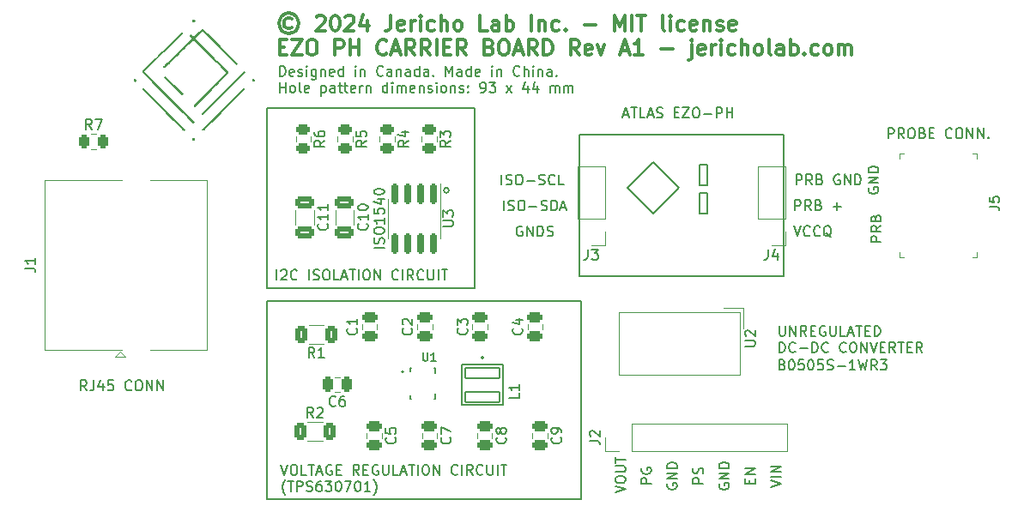
<source format=gbr>
%TF.GenerationSoftware,KiCad,Pcbnew,7.0.9*%
%TF.CreationDate,2024-04-08T18:15:02-04:00*%
%TF.ProjectId,WIRED-pH-EZO-Carrier-revA1,57495245-442d-4704-982d-455a4f2d4361,revA1*%
%TF.SameCoordinates,Original*%
%TF.FileFunction,Legend,Top*%
%TF.FilePolarity,Positive*%
%FSLAX46Y46*%
G04 Gerber Fmt 4.6, Leading zero omitted, Abs format (unit mm)*
G04 Created by KiCad (PCBNEW 7.0.9) date 2024-04-08 18:15:02*
%MOMM*%
%LPD*%
G01*
G04 APERTURE LIST*
G04 Aperture macros list*
%AMRoundRect*
0 Rectangle with rounded corners*
0 $1 Rounding radius*
0 $2 $3 $4 $5 $6 $7 $8 $9 X,Y pos of 4 corners*
0 Add a 4 corners polygon primitive as box body*
4,1,4,$2,$3,$4,$5,$6,$7,$8,$9,$2,$3,0*
0 Add four circle primitives for the rounded corners*
1,1,$1+$1,$2,$3*
1,1,$1+$1,$4,$5*
1,1,$1+$1,$6,$7*
1,1,$1+$1,$8,$9*
0 Add four rect primitives between the rounded corners*
20,1,$1+$1,$2,$3,$4,$5,0*
20,1,$1+$1,$4,$5,$6,$7,0*
20,1,$1+$1,$6,$7,$8,$9,0*
20,1,$1+$1,$8,$9,$2,$3,0*%
G04 Aperture macros list end*
%ADD10C,0.150000*%
%ADD11C,0.200000*%
%ADD12C,0.300000*%
%ADD13C,0.120000*%
%ADD14C,0.100000*%
%ADD15C,0.127000*%
%ADD16C,0.010000*%
%ADD17C,3.250000*%
%ADD18R,1.500000X1.500000*%
%ADD19C,1.500000*%
%ADD20C,2.300000*%
%ADD21RoundRect,0.250000X0.250000X0.475000X-0.250000X0.475000X-0.250000X-0.475000X0.250000X-0.475000X0*%
%ADD22RoundRect,0.250000X-0.475000X0.250000X-0.475000X-0.250000X0.475000X-0.250000X0.475000X0.250000X0*%
%ADD23RoundRect,0.250000X0.475000X-0.250000X0.475000X0.250000X-0.475000X0.250000X-0.475000X-0.250000X0*%
%ADD24R,1.700000X1.700000*%
%ADD25O,1.700000X1.700000*%
%ADD26RoundRect,0.250000X-0.450000X0.262500X-0.450000X-0.262500X0.450000X-0.262500X0.450000X0.262500X0*%
%ADD27R,2.500000X2.500000*%
%ADD28C,2.500000*%
%ADD29RoundRect,0.250000X-0.650000X0.325000X-0.650000X-0.325000X0.650000X-0.325000X0.650000X0.325000X0*%
%ADD30RoundRect,0.102000X-1.700000X0.490000X-1.700000X-0.490000X1.700000X-0.490000X1.700000X0.490000X0*%
%ADD31RoundRect,0.250000X-0.262500X-0.450000X0.262500X-0.450000X0.262500X0.450000X-0.262500X0.450000X0*%
%ADD32C,3.500000*%
%ADD33RoundRect,0.250000X-0.312500X-0.625000X0.312500X-0.625000X0.312500X0.625000X-0.312500X0.625000X0*%
%ADD34RoundRect,0.250000X0.312500X0.625000X-0.312500X0.625000X-0.312500X-0.625000X0.312500X-0.625000X0*%
%ADD35RoundRect,0.150000X-0.150000X0.825000X-0.150000X-0.825000X0.150000X-0.825000X0.150000X0.825000X0*%
G04 APERTURE END LIST*
D10*
X128905000Y-88646000D02*
X159893000Y-88646000D01*
X159893000Y-108204000D01*
X128905000Y-108204000D01*
X128905000Y-88646000D01*
X128905000Y-69596000D02*
X149352000Y-69596000D01*
X149352000Y-87376000D01*
X128905000Y-87376000D01*
X128905000Y-69596000D01*
D11*
X171530000Y-77978000D02*
X172292000Y-77978000D01*
X172292000Y-80010000D01*
X171530000Y-80010000D01*
X171530000Y-77978000D01*
X169498000Y-77470000D02*
X166958000Y-80010000D01*
X164418000Y-77470000D01*
X166958000Y-74930000D01*
X169498000Y-77470000D01*
X171530000Y-75184000D02*
X172292000Y-75184000D01*
X172292000Y-77216000D01*
X171530000Y-77216000D01*
X171530000Y-75184000D01*
D10*
X159672000Y-72263000D02*
X179832000Y-72263000D01*
X179832000Y-86233000D01*
X159672000Y-86233000D01*
X159672000Y-72263000D01*
X146812000Y-77724000D02*
G75*
G03*
X146812000Y-77724000I-254000J0D01*
G01*
D12*
X131308796Y-60811971D02*
X131165939Y-60740542D01*
X131165939Y-60740542D02*
X130880225Y-60740542D01*
X130880225Y-60740542D02*
X130737368Y-60811971D01*
X130737368Y-60811971D02*
X130594510Y-60954828D01*
X130594510Y-60954828D02*
X130523082Y-61097685D01*
X130523082Y-61097685D02*
X130523082Y-61383400D01*
X130523082Y-61383400D02*
X130594510Y-61526257D01*
X130594510Y-61526257D02*
X130737368Y-61669114D01*
X130737368Y-61669114D02*
X130880225Y-61740542D01*
X130880225Y-61740542D02*
X131165939Y-61740542D01*
X131165939Y-61740542D02*
X131308796Y-61669114D01*
X131023082Y-60240542D02*
X130665939Y-60311971D01*
X130665939Y-60311971D02*
X130308796Y-60526257D01*
X130308796Y-60526257D02*
X130094510Y-60883400D01*
X130094510Y-60883400D02*
X130023082Y-61240542D01*
X130023082Y-61240542D02*
X130094510Y-61597685D01*
X130094510Y-61597685D02*
X130308796Y-61954828D01*
X130308796Y-61954828D02*
X130665939Y-62169114D01*
X130665939Y-62169114D02*
X131023082Y-62240542D01*
X131023082Y-62240542D02*
X131380225Y-62169114D01*
X131380225Y-62169114D02*
X131737368Y-61954828D01*
X131737368Y-61954828D02*
X131951653Y-61597685D01*
X131951653Y-61597685D02*
X132023082Y-61240542D01*
X132023082Y-61240542D02*
X131951653Y-60883400D01*
X131951653Y-60883400D02*
X131737368Y-60526257D01*
X131737368Y-60526257D02*
X131380225Y-60311971D01*
X131380225Y-60311971D02*
X131023082Y-60240542D01*
X133737368Y-60597685D02*
X133808796Y-60526257D01*
X133808796Y-60526257D02*
X133951654Y-60454828D01*
X133951654Y-60454828D02*
X134308796Y-60454828D01*
X134308796Y-60454828D02*
X134451654Y-60526257D01*
X134451654Y-60526257D02*
X134523082Y-60597685D01*
X134523082Y-60597685D02*
X134594511Y-60740542D01*
X134594511Y-60740542D02*
X134594511Y-60883400D01*
X134594511Y-60883400D02*
X134523082Y-61097685D01*
X134523082Y-61097685D02*
X133665939Y-61954828D01*
X133665939Y-61954828D02*
X134594511Y-61954828D01*
X135523082Y-60454828D02*
X135665939Y-60454828D01*
X135665939Y-60454828D02*
X135808796Y-60526257D01*
X135808796Y-60526257D02*
X135880225Y-60597685D01*
X135880225Y-60597685D02*
X135951653Y-60740542D01*
X135951653Y-60740542D02*
X136023082Y-61026257D01*
X136023082Y-61026257D02*
X136023082Y-61383400D01*
X136023082Y-61383400D02*
X135951653Y-61669114D01*
X135951653Y-61669114D02*
X135880225Y-61811971D01*
X135880225Y-61811971D02*
X135808796Y-61883400D01*
X135808796Y-61883400D02*
X135665939Y-61954828D01*
X135665939Y-61954828D02*
X135523082Y-61954828D01*
X135523082Y-61954828D02*
X135380225Y-61883400D01*
X135380225Y-61883400D02*
X135308796Y-61811971D01*
X135308796Y-61811971D02*
X135237367Y-61669114D01*
X135237367Y-61669114D02*
X135165939Y-61383400D01*
X135165939Y-61383400D02*
X135165939Y-61026257D01*
X135165939Y-61026257D02*
X135237367Y-60740542D01*
X135237367Y-60740542D02*
X135308796Y-60597685D01*
X135308796Y-60597685D02*
X135380225Y-60526257D01*
X135380225Y-60526257D02*
X135523082Y-60454828D01*
X136594510Y-60597685D02*
X136665938Y-60526257D01*
X136665938Y-60526257D02*
X136808796Y-60454828D01*
X136808796Y-60454828D02*
X137165938Y-60454828D01*
X137165938Y-60454828D02*
X137308796Y-60526257D01*
X137308796Y-60526257D02*
X137380224Y-60597685D01*
X137380224Y-60597685D02*
X137451653Y-60740542D01*
X137451653Y-60740542D02*
X137451653Y-60883400D01*
X137451653Y-60883400D02*
X137380224Y-61097685D01*
X137380224Y-61097685D02*
X136523081Y-61954828D01*
X136523081Y-61954828D02*
X137451653Y-61954828D01*
X138737367Y-60954828D02*
X138737367Y-61954828D01*
X138380224Y-60383400D02*
X138023081Y-61454828D01*
X138023081Y-61454828D02*
X138951652Y-61454828D01*
X141094509Y-60454828D02*
X141094509Y-61526257D01*
X141094509Y-61526257D02*
X141023080Y-61740542D01*
X141023080Y-61740542D02*
X140880223Y-61883400D01*
X140880223Y-61883400D02*
X140665937Y-61954828D01*
X140665937Y-61954828D02*
X140523080Y-61954828D01*
X142380223Y-61883400D02*
X142237366Y-61954828D01*
X142237366Y-61954828D02*
X141951652Y-61954828D01*
X141951652Y-61954828D02*
X141808794Y-61883400D01*
X141808794Y-61883400D02*
X141737366Y-61740542D01*
X141737366Y-61740542D02*
X141737366Y-61169114D01*
X141737366Y-61169114D02*
X141808794Y-61026257D01*
X141808794Y-61026257D02*
X141951652Y-60954828D01*
X141951652Y-60954828D02*
X142237366Y-60954828D01*
X142237366Y-60954828D02*
X142380223Y-61026257D01*
X142380223Y-61026257D02*
X142451652Y-61169114D01*
X142451652Y-61169114D02*
X142451652Y-61311971D01*
X142451652Y-61311971D02*
X141737366Y-61454828D01*
X143094508Y-61954828D02*
X143094508Y-60954828D01*
X143094508Y-61240542D02*
X143165937Y-61097685D01*
X143165937Y-61097685D02*
X143237366Y-61026257D01*
X143237366Y-61026257D02*
X143380223Y-60954828D01*
X143380223Y-60954828D02*
X143523080Y-60954828D01*
X144023079Y-61954828D02*
X144023079Y-60954828D01*
X144023079Y-60454828D02*
X143951651Y-60526257D01*
X143951651Y-60526257D02*
X144023079Y-60597685D01*
X144023079Y-60597685D02*
X144094508Y-60526257D01*
X144094508Y-60526257D02*
X144023079Y-60454828D01*
X144023079Y-60454828D02*
X144023079Y-60597685D01*
X145380223Y-61883400D02*
X145237365Y-61954828D01*
X145237365Y-61954828D02*
X144951651Y-61954828D01*
X144951651Y-61954828D02*
X144808794Y-61883400D01*
X144808794Y-61883400D02*
X144737365Y-61811971D01*
X144737365Y-61811971D02*
X144665937Y-61669114D01*
X144665937Y-61669114D02*
X144665937Y-61240542D01*
X144665937Y-61240542D02*
X144737365Y-61097685D01*
X144737365Y-61097685D02*
X144808794Y-61026257D01*
X144808794Y-61026257D02*
X144951651Y-60954828D01*
X144951651Y-60954828D02*
X145237365Y-60954828D01*
X145237365Y-60954828D02*
X145380223Y-61026257D01*
X146023079Y-61954828D02*
X146023079Y-60454828D01*
X146665937Y-61954828D02*
X146665937Y-61169114D01*
X146665937Y-61169114D02*
X146594508Y-61026257D01*
X146594508Y-61026257D02*
X146451651Y-60954828D01*
X146451651Y-60954828D02*
X146237365Y-60954828D01*
X146237365Y-60954828D02*
X146094508Y-61026257D01*
X146094508Y-61026257D02*
X146023079Y-61097685D01*
X147594508Y-61954828D02*
X147451651Y-61883400D01*
X147451651Y-61883400D02*
X147380222Y-61811971D01*
X147380222Y-61811971D02*
X147308794Y-61669114D01*
X147308794Y-61669114D02*
X147308794Y-61240542D01*
X147308794Y-61240542D02*
X147380222Y-61097685D01*
X147380222Y-61097685D02*
X147451651Y-61026257D01*
X147451651Y-61026257D02*
X147594508Y-60954828D01*
X147594508Y-60954828D02*
X147808794Y-60954828D01*
X147808794Y-60954828D02*
X147951651Y-61026257D01*
X147951651Y-61026257D02*
X148023080Y-61097685D01*
X148023080Y-61097685D02*
X148094508Y-61240542D01*
X148094508Y-61240542D02*
X148094508Y-61669114D01*
X148094508Y-61669114D02*
X148023080Y-61811971D01*
X148023080Y-61811971D02*
X147951651Y-61883400D01*
X147951651Y-61883400D02*
X147808794Y-61954828D01*
X147808794Y-61954828D02*
X147594508Y-61954828D01*
X150594508Y-61954828D02*
X149880222Y-61954828D01*
X149880222Y-61954828D02*
X149880222Y-60454828D01*
X151737366Y-61954828D02*
X151737366Y-61169114D01*
X151737366Y-61169114D02*
X151665937Y-61026257D01*
X151665937Y-61026257D02*
X151523080Y-60954828D01*
X151523080Y-60954828D02*
X151237366Y-60954828D01*
X151237366Y-60954828D02*
X151094508Y-61026257D01*
X151737366Y-61883400D02*
X151594508Y-61954828D01*
X151594508Y-61954828D02*
X151237366Y-61954828D01*
X151237366Y-61954828D02*
X151094508Y-61883400D01*
X151094508Y-61883400D02*
X151023080Y-61740542D01*
X151023080Y-61740542D02*
X151023080Y-61597685D01*
X151023080Y-61597685D02*
X151094508Y-61454828D01*
X151094508Y-61454828D02*
X151237366Y-61383400D01*
X151237366Y-61383400D02*
X151594508Y-61383400D01*
X151594508Y-61383400D02*
X151737366Y-61311971D01*
X152451651Y-61954828D02*
X152451651Y-60454828D01*
X152451651Y-61026257D02*
X152594509Y-60954828D01*
X152594509Y-60954828D02*
X152880223Y-60954828D01*
X152880223Y-60954828D02*
X153023080Y-61026257D01*
X153023080Y-61026257D02*
X153094509Y-61097685D01*
X153094509Y-61097685D02*
X153165937Y-61240542D01*
X153165937Y-61240542D02*
X153165937Y-61669114D01*
X153165937Y-61669114D02*
X153094509Y-61811971D01*
X153094509Y-61811971D02*
X153023080Y-61883400D01*
X153023080Y-61883400D02*
X152880223Y-61954828D01*
X152880223Y-61954828D02*
X152594509Y-61954828D01*
X152594509Y-61954828D02*
X152451651Y-61883400D01*
X154951651Y-61954828D02*
X154951651Y-60454828D01*
X155665937Y-60954828D02*
X155665937Y-61954828D01*
X155665937Y-61097685D02*
X155737366Y-61026257D01*
X155737366Y-61026257D02*
X155880223Y-60954828D01*
X155880223Y-60954828D02*
X156094509Y-60954828D01*
X156094509Y-60954828D02*
X156237366Y-61026257D01*
X156237366Y-61026257D02*
X156308795Y-61169114D01*
X156308795Y-61169114D02*
X156308795Y-61954828D01*
X157665938Y-61883400D02*
X157523080Y-61954828D01*
X157523080Y-61954828D02*
X157237366Y-61954828D01*
X157237366Y-61954828D02*
X157094509Y-61883400D01*
X157094509Y-61883400D02*
X157023080Y-61811971D01*
X157023080Y-61811971D02*
X156951652Y-61669114D01*
X156951652Y-61669114D02*
X156951652Y-61240542D01*
X156951652Y-61240542D02*
X157023080Y-61097685D01*
X157023080Y-61097685D02*
X157094509Y-61026257D01*
X157094509Y-61026257D02*
X157237366Y-60954828D01*
X157237366Y-60954828D02*
X157523080Y-60954828D01*
X157523080Y-60954828D02*
X157665938Y-61026257D01*
X158308794Y-61811971D02*
X158380223Y-61883400D01*
X158380223Y-61883400D02*
X158308794Y-61954828D01*
X158308794Y-61954828D02*
X158237366Y-61883400D01*
X158237366Y-61883400D02*
X158308794Y-61811971D01*
X158308794Y-61811971D02*
X158308794Y-61954828D01*
X160165937Y-61383400D02*
X161308795Y-61383400D01*
X163165937Y-61954828D02*
X163165937Y-60454828D01*
X163165937Y-60454828D02*
X163665937Y-61526257D01*
X163665937Y-61526257D02*
X164165937Y-60454828D01*
X164165937Y-60454828D02*
X164165937Y-61954828D01*
X164880223Y-61954828D02*
X164880223Y-60454828D01*
X165380224Y-60454828D02*
X166237367Y-60454828D01*
X165808795Y-61954828D02*
X165808795Y-60454828D01*
X168094509Y-61954828D02*
X167951652Y-61883400D01*
X167951652Y-61883400D02*
X167880223Y-61740542D01*
X167880223Y-61740542D02*
X167880223Y-60454828D01*
X168665937Y-61954828D02*
X168665937Y-60954828D01*
X168665937Y-60454828D02*
X168594509Y-60526257D01*
X168594509Y-60526257D02*
X168665937Y-60597685D01*
X168665937Y-60597685D02*
X168737366Y-60526257D01*
X168737366Y-60526257D02*
X168665937Y-60454828D01*
X168665937Y-60454828D02*
X168665937Y-60597685D01*
X170023081Y-61883400D02*
X169880223Y-61954828D01*
X169880223Y-61954828D02*
X169594509Y-61954828D01*
X169594509Y-61954828D02*
X169451652Y-61883400D01*
X169451652Y-61883400D02*
X169380223Y-61811971D01*
X169380223Y-61811971D02*
X169308795Y-61669114D01*
X169308795Y-61669114D02*
X169308795Y-61240542D01*
X169308795Y-61240542D02*
X169380223Y-61097685D01*
X169380223Y-61097685D02*
X169451652Y-61026257D01*
X169451652Y-61026257D02*
X169594509Y-60954828D01*
X169594509Y-60954828D02*
X169880223Y-60954828D01*
X169880223Y-60954828D02*
X170023081Y-61026257D01*
X171237366Y-61883400D02*
X171094509Y-61954828D01*
X171094509Y-61954828D02*
X170808795Y-61954828D01*
X170808795Y-61954828D02*
X170665937Y-61883400D01*
X170665937Y-61883400D02*
X170594509Y-61740542D01*
X170594509Y-61740542D02*
X170594509Y-61169114D01*
X170594509Y-61169114D02*
X170665937Y-61026257D01*
X170665937Y-61026257D02*
X170808795Y-60954828D01*
X170808795Y-60954828D02*
X171094509Y-60954828D01*
X171094509Y-60954828D02*
X171237366Y-61026257D01*
X171237366Y-61026257D02*
X171308795Y-61169114D01*
X171308795Y-61169114D02*
X171308795Y-61311971D01*
X171308795Y-61311971D02*
X170594509Y-61454828D01*
X171951651Y-60954828D02*
X171951651Y-61954828D01*
X171951651Y-61097685D02*
X172023080Y-61026257D01*
X172023080Y-61026257D02*
X172165937Y-60954828D01*
X172165937Y-60954828D02*
X172380223Y-60954828D01*
X172380223Y-60954828D02*
X172523080Y-61026257D01*
X172523080Y-61026257D02*
X172594509Y-61169114D01*
X172594509Y-61169114D02*
X172594509Y-61954828D01*
X173237366Y-61883400D02*
X173380223Y-61954828D01*
X173380223Y-61954828D02*
X173665937Y-61954828D01*
X173665937Y-61954828D02*
X173808794Y-61883400D01*
X173808794Y-61883400D02*
X173880223Y-61740542D01*
X173880223Y-61740542D02*
X173880223Y-61669114D01*
X173880223Y-61669114D02*
X173808794Y-61526257D01*
X173808794Y-61526257D02*
X173665937Y-61454828D01*
X173665937Y-61454828D02*
X173451652Y-61454828D01*
X173451652Y-61454828D02*
X173308794Y-61383400D01*
X173308794Y-61383400D02*
X173237366Y-61240542D01*
X173237366Y-61240542D02*
X173237366Y-61169114D01*
X173237366Y-61169114D02*
X173308794Y-61026257D01*
X173308794Y-61026257D02*
X173451652Y-60954828D01*
X173451652Y-60954828D02*
X173665937Y-60954828D01*
X173665937Y-60954828D02*
X173808794Y-61026257D01*
X175094509Y-61883400D02*
X174951652Y-61954828D01*
X174951652Y-61954828D02*
X174665938Y-61954828D01*
X174665938Y-61954828D02*
X174523080Y-61883400D01*
X174523080Y-61883400D02*
X174451652Y-61740542D01*
X174451652Y-61740542D02*
X174451652Y-61169114D01*
X174451652Y-61169114D02*
X174523080Y-61026257D01*
X174523080Y-61026257D02*
X174665938Y-60954828D01*
X174665938Y-60954828D02*
X174951652Y-60954828D01*
X174951652Y-60954828D02*
X175094509Y-61026257D01*
X175094509Y-61026257D02*
X175165938Y-61169114D01*
X175165938Y-61169114D02*
X175165938Y-61311971D01*
X175165938Y-61311971D02*
X174451652Y-61454828D01*
X130094510Y-63584114D02*
X130594510Y-63584114D01*
X130808796Y-64369828D02*
X130094510Y-64369828D01*
X130094510Y-64369828D02*
X130094510Y-62869828D01*
X130094510Y-62869828D02*
X130808796Y-62869828D01*
X131308796Y-62869828D02*
X132308796Y-62869828D01*
X132308796Y-62869828D02*
X131308796Y-64369828D01*
X131308796Y-64369828D02*
X132308796Y-64369828D01*
X133165939Y-62869828D02*
X133451653Y-62869828D01*
X133451653Y-62869828D02*
X133594510Y-62941257D01*
X133594510Y-62941257D02*
X133737367Y-63084114D01*
X133737367Y-63084114D02*
X133808796Y-63369828D01*
X133808796Y-63369828D02*
X133808796Y-63869828D01*
X133808796Y-63869828D02*
X133737367Y-64155542D01*
X133737367Y-64155542D02*
X133594510Y-64298400D01*
X133594510Y-64298400D02*
X133451653Y-64369828D01*
X133451653Y-64369828D02*
X133165939Y-64369828D01*
X133165939Y-64369828D02*
X133023082Y-64298400D01*
X133023082Y-64298400D02*
X132880224Y-64155542D01*
X132880224Y-64155542D02*
X132808796Y-63869828D01*
X132808796Y-63869828D02*
X132808796Y-63369828D01*
X132808796Y-63369828D02*
X132880224Y-63084114D01*
X132880224Y-63084114D02*
X133023082Y-62941257D01*
X133023082Y-62941257D02*
X133165939Y-62869828D01*
X135594510Y-64369828D02*
X135594510Y-62869828D01*
X135594510Y-62869828D02*
X136165939Y-62869828D01*
X136165939Y-62869828D02*
X136308796Y-62941257D01*
X136308796Y-62941257D02*
X136380225Y-63012685D01*
X136380225Y-63012685D02*
X136451653Y-63155542D01*
X136451653Y-63155542D02*
X136451653Y-63369828D01*
X136451653Y-63369828D02*
X136380225Y-63512685D01*
X136380225Y-63512685D02*
X136308796Y-63584114D01*
X136308796Y-63584114D02*
X136165939Y-63655542D01*
X136165939Y-63655542D02*
X135594510Y-63655542D01*
X137094510Y-64369828D02*
X137094510Y-62869828D01*
X137094510Y-63584114D02*
X137951653Y-63584114D01*
X137951653Y-64369828D02*
X137951653Y-62869828D01*
X140665939Y-64226971D02*
X140594511Y-64298400D01*
X140594511Y-64298400D02*
X140380225Y-64369828D01*
X140380225Y-64369828D02*
X140237368Y-64369828D01*
X140237368Y-64369828D02*
X140023082Y-64298400D01*
X140023082Y-64298400D02*
X139880225Y-64155542D01*
X139880225Y-64155542D02*
X139808796Y-64012685D01*
X139808796Y-64012685D02*
X139737368Y-63726971D01*
X139737368Y-63726971D02*
X139737368Y-63512685D01*
X139737368Y-63512685D02*
X139808796Y-63226971D01*
X139808796Y-63226971D02*
X139880225Y-63084114D01*
X139880225Y-63084114D02*
X140023082Y-62941257D01*
X140023082Y-62941257D02*
X140237368Y-62869828D01*
X140237368Y-62869828D02*
X140380225Y-62869828D01*
X140380225Y-62869828D02*
X140594511Y-62941257D01*
X140594511Y-62941257D02*
X140665939Y-63012685D01*
X141237368Y-63941257D02*
X141951654Y-63941257D01*
X141094511Y-64369828D02*
X141594511Y-62869828D01*
X141594511Y-62869828D02*
X142094511Y-64369828D01*
X143451653Y-64369828D02*
X142951653Y-63655542D01*
X142594510Y-64369828D02*
X142594510Y-62869828D01*
X142594510Y-62869828D02*
X143165939Y-62869828D01*
X143165939Y-62869828D02*
X143308796Y-62941257D01*
X143308796Y-62941257D02*
X143380225Y-63012685D01*
X143380225Y-63012685D02*
X143451653Y-63155542D01*
X143451653Y-63155542D02*
X143451653Y-63369828D01*
X143451653Y-63369828D02*
X143380225Y-63512685D01*
X143380225Y-63512685D02*
X143308796Y-63584114D01*
X143308796Y-63584114D02*
X143165939Y-63655542D01*
X143165939Y-63655542D02*
X142594510Y-63655542D01*
X144951653Y-64369828D02*
X144451653Y-63655542D01*
X144094510Y-64369828D02*
X144094510Y-62869828D01*
X144094510Y-62869828D02*
X144665939Y-62869828D01*
X144665939Y-62869828D02*
X144808796Y-62941257D01*
X144808796Y-62941257D02*
X144880225Y-63012685D01*
X144880225Y-63012685D02*
X144951653Y-63155542D01*
X144951653Y-63155542D02*
X144951653Y-63369828D01*
X144951653Y-63369828D02*
X144880225Y-63512685D01*
X144880225Y-63512685D02*
X144808796Y-63584114D01*
X144808796Y-63584114D02*
X144665939Y-63655542D01*
X144665939Y-63655542D02*
X144094510Y-63655542D01*
X145594510Y-64369828D02*
X145594510Y-62869828D01*
X146308796Y-63584114D02*
X146808796Y-63584114D01*
X147023082Y-64369828D02*
X146308796Y-64369828D01*
X146308796Y-64369828D02*
X146308796Y-62869828D01*
X146308796Y-62869828D02*
X147023082Y-62869828D01*
X148523082Y-64369828D02*
X148023082Y-63655542D01*
X147665939Y-64369828D02*
X147665939Y-62869828D01*
X147665939Y-62869828D02*
X148237368Y-62869828D01*
X148237368Y-62869828D02*
X148380225Y-62941257D01*
X148380225Y-62941257D02*
X148451654Y-63012685D01*
X148451654Y-63012685D02*
X148523082Y-63155542D01*
X148523082Y-63155542D02*
X148523082Y-63369828D01*
X148523082Y-63369828D02*
X148451654Y-63512685D01*
X148451654Y-63512685D02*
X148380225Y-63584114D01*
X148380225Y-63584114D02*
X148237368Y-63655542D01*
X148237368Y-63655542D02*
X147665939Y-63655542D01*
X150808796Y-63584114D02*
X151023082Y-63655542D01*
X151023082Y-63655542D02*
X151094511Y-63726971D01*
X151094511Y-63726971D02*
X151165939Y-63869828D01*
X151165939Y-63869828D02*
X151165939Y-64084114D01*
X151165939Y-64084114D02*
X151094511Y-64226971D01*
X151094511Y-64226971D02*
X151023082Y-64298400D01*
X151023082Y-64298400D02*
X150880225Y-64369828D01*
X150880225Y-64369828D02*
X150308796Y-64369828D01*
X150308796Y-64369828D02*
X150308796Y-62869828D01*
X150308796Y-62869828D02*
X150808796Y-62869828D01*
X150808796Y-62869828D02*
X150951654Y-62941257D01*
X150951654Y-62941257D02*
X151023082Y-63012685D01*
X151023082Y-63012685D02*
X151094511Y-63155542D01*
X151094511Y-63155542D02*
X151094511Y-63298400D01*
X151094511Y-63298400D02*
X151023082Y-63441257D01*
X151023082Y-63441257D02*
X150951654Y-63512685D01*
X150951654Y-63512685D02*
X150808796Y-63584114D01*
X150808796Y-63584114D02*
X150308796Y-63584114D01*
X152094511Y-62869828D02*
X152380225Y-62869828D01*
X152380225Y-62869828D02*
X152523082Y-62941257D01*
X152523082Y-62941257D02*
X152665939Y-63084114D01*
X152665939Y-63084114D02*
X152737368Y-63369828D01*
X152737368Y-63369828D02*
X152737368Y-63869828D01*
X152737368Y-63869828D02*
X152665939Y-64155542D01*
X152665939Y-64155542D02*
X152523082Y-64298400D01*
X152523082Y-64298400D02*
X152380225Y-64369828D01*
X152380225Y-64369828D02*
X152094511Y-64369828D01*
X152094511Y-64369828D02*
X151951654Y-64298400D01*
X151951654Y-64298400D02*
X151808796Y-64155542D01*
X151808796Y-64155542D02*
X151737368Y-63869828D01*
X151737368Y-63869828D02*
X151737368Y-63369828D01*
X151737368Y-63369828D02*
X151808796Y-63084114D01*
X151808796Y-63084114D02*
X151951654Y-62941257D01*
X151951654Y-62941257D02*
X152094511Y-62869828D01*
X153308797Y-63941257D02*
X154023083Y-63941257D01*
X153165940Y-64369828D02*
X153665940Y-62869828D01*
X153665940Y-62869828D02*
X154165940Y-64369828D01*
X155523082Y-64369828D02*
X155023082Y-63655542D01*
X154665939Y-64369828D02*
X154665939Y-62869828D01*
X154665939Y-62869828D02*
X155237368Y-62869828D01*
X155237368Y-62869828D02*
X155380225Y-62941257D01*
X155380225Y-62941257D02*
X155451654Y-63012685D01*
X155451654Y-63012685D02*
X155523082Y-63155542D01*
X155523082Y-63155542D02*
X155523082Y-63369828D01*
X155523082Y-63369828D02*
X155451654Y-63512685D01*
X155451654Y-63512685D02*
X155380225Y-63584114D01*
X155380225Y-63584114D02*
X155237368Y-63655542D01*
X155237368Y-63655542D02*
X154665939Y-63655542D01*
X156165939Y-64369828D02*
X156165939Y-62869828D01*
X156165939Y-62869828D02*
X156523082Y-62869828D01*
X156523082Y-62869828D02*
X156737368Y-62941257D01*
X156737368Y-62941257D02*
X156880225Y-63084114D01*
X156880225Y-63084114D02*
X156951654Y-63226971D01*
X156951654Y-63226971D02*
X157023082Y-63512685D01*
X157023082Y-63512685D02*
X157023082Y-63726971D01*
X157023082Y-63726971D02*
X156951654Y-64012685D01*
X156951654Y-64012685D02*
X156880225Y-64155542D01*
X156880225Y-64155542D02*
X156737368Y-64298400D01*
X156737368Y-64298400D02*
X156523082Y-64369828D01*
X156523082Y-64369828D02*
X156165939Y-64369828D01*
X159665939Y-64369828D02*
X159165939Y-63655542D01*
X158808796Y-64369828D02*
X158808796Y-62869828D01*
X158808796Y-62869828D02*
X159380225Y-62869828D01*
X159380225Y-62869828D02*
X159523082Y-62941257D01*
X159523082Y-62941257D02*
X159594511Y-63012685D01*
X159594511Y-63012685D02*
X159665939Y-63155542D01*
X159665939Y-63155542D02*
X159665939Y-63369828D01*
X159665939Y-63369828D02*
X159594511Y-63512685D01*
X159594511Y-63512685D02*
X159523082Y-63584114D01*
X159523082Y-63584114D02*
X159380225Y-63655542D01*
X159380225Y-63655542D02*
X158808796Y-63655542D01*
X160880225Y-64298400D02*
X160737368Y-64369828D01*
X160737368Y-64369828D02*
X160451654Y-64369828D01*
X160451654Y-64369828D02*
X160308796Y-64298400D01*
X160308796Y-64298400D02*
X160237368Y-64155542D01*
X160237368Y-64155542D02*
X160237368Y-63584114D01*
X160237368Y-63584114D02*
X160308796Y-63441257D01*
X160308796Y-63441257D02*
X160451654Y-63369828D01*
X160451654Y-63369828D02*
X160737368Y-63369828D01*
X160737368Y-63369828D02*
X160880225Y-63441257D01*
X160880225Y-63441257D02*
X160951654Y-63584114D01*
X160951654Y-63584114D02*
X160951654Y-63726971D01*
X160951654Y-63726971D02*
X160237368Y-63869828D01*
X161451653Y-63369828D02*
X161808796Y-64369828D01*
X161808796Y-64369828D02*
X162165939Y-63369828D01*
X163808796Y-63941257D02*
X164523082Y-63941257D01*
X163665939Y-64369828D02*
X164165939Y-62869828D01*
X164165939Y-62869828D02*
X164665939Y-64369828D01*
X165951653Y-64369828D02*
X165094510Y-64369828D01*
X165523081Y-64369828D02*
X165523081Y-62869828D01*
X165523081Y-62869828D02*
X165380224Y-63084114D01*
X165380224Y-63084114D02*
X165237367Y-63226971D01*
X165237367Y-63226971D02*
X165094510Y-63298400D01*
X167737366Y-63798400D02*
X168880224Y-63798400D01*
X170737366Y-63369828D02*
X170737366Y-64655542D01*
X170737366Y-64655542D02*
X170665938Y-64798400D01*
X170665938Y-64798400D02*
X170523081Y-64869828D01*
X170523081Y-64869828D02*
X170451652Y-64869828D01*
X170737366Y-62869828D02*
X170665938Y-62941257D01*
X170665938Y-62941257D02*
X170737366Y-63012685D01*
X170737366Y-63012685D02*
X170808795Y-62941257D01*
X170808795Y-62941257D02*
X170737366Y-62869828D01*
X170737366Y-62869828D02*
X170737366Y-63012685D01*
X172023081Y-64298400D02*
X171880224Y-64369828D01*
X171880224Y-64369828D02*
X171594510Y-64369828D01*
X171594510Y-64369828D02*
X171451652Y-64298400D01*
X171451652Y-64298400D02*
X171380224Y-64155542D01*
X171380224Y-64155542D02*
X171380224Y-63584114D01*
X171380224Y-63584114D02*
X171451652Y-63441257D01*
X171451652Y-63441257D02*
X171594510Y-63369828D01*
X171594510Y-63369828D02*
X171880224Y-63369828D01*
X171880224Y-63369828D02*
X172023081Y-63441257D01*
X172023081Y-63441257D02*
X172094510Y-63584114D01*
X172094510Y-63584114D02*
X172094510Y-63726971D01*
X172094510Y-63726971D02*
X171380224Y-63869828D01*
X172737366Y-64369828D02*
X172737366Y-63369828D01*
X172737366Y-63655542D02*
X172808795Y-63512685D01*
X172808795Y-63512685D02*
X172880224Y-63441257D01*
X172880224Y-63441257D02*
X173023081Y-63369828D01*
X173023081Y-63369828D02*
X173165938Y-63369828D01*
X173665937Y-64369828D02*
X173665937Y-63369828D01*
X173665937Y-62869828D02*
X173594509Y-62941257D01*
X173594509Y-62941257D02*
X173665937Y-63012685D01*
X173665937Y-63012685D02*
X173737366Y-62941257D01*
X173737366Y-62941257D02*
X173665937Y-62869828D01*
X173665937Y-62869828D02*
X173665937Y-63012685D01*
X175023081Y-64298400D02*
X174880223Y-64369828D01*
X174880223Y-64369828D02*
X174594509Y-64369828D01*
X174594509Y-64369828D02*
X174451652Y-64298400D01*
X174451652Y-64298400D02*
X174380223Y-64226971D01*
X174380223Y-64226971D02*
X174308795Y-64084114D01*
X174308795Y-64084114D02*
X174308795Y-63655542D01*
X174308795Y-63655542D02*
X174380223Y-63512685D01*
X174380223Y-63512685D02*
X174451652Y-63441257D01*
X174451652Y-63441257D02*
X174594509Y-63369828D01*
X174594509Y-63369828D02*
X174880223Y-63369828D01*
X174880223Y-63369828D02*
X175023081Y-63441257D01*
X175665937Y-64369828D02*
X175665937Y-62869828D01*
X176308795Y-64369828D02*
X176308795Y-63584114D01*
X176308795Y-63584114D02*
X176237366Y-63441257D01*
X176237366Y-63441257D02*
X176094509Y-63369828D01*
X176094509Y-63369828D02*
X175880223Y-63369828D01*
X175880223Y-63369828D02*
X175737366Y-63441257D01*
X175737366Y-63441257D02*
X175665937Y-63512685D01*
X177237366Y-64369828D02*
X177094509Y-64298400D01*
X177094509Y-64298400D02*
X177023080Y-64226971D01*
X177023080Y-64226971D02*
X176951652Y-64084114D01*
X176951652Y-64084114D02*
X176951652Y-63655542D01*
X176951652Y-63655542D02*
X177023080Y-63512685D01*
X177023080Y-63512685D02*
X177094509Y-63441257D01*
X177094509Y-63441257D02*
X177237366Y-63369828D01*
X177237366Y-63369828D02*
X177451652Y-63369828D01*
X177451652Y-63369828D02*
X177594509Y-63441257D01*
X177594509Y-63441257D02*
X177665938Y-63512685D01*
X177665938Y-63512685D02*
X177737366Y-63655542D01*
X177737366Y-63655542D02*
X177737366Y-64084114D01*
X177737366Y-64084114D02*
X177665938Y-64226971D01*
X177665938Y-64226971D02*
X177594509Y-64298400D01*
X177594509Y-64298400D02*
X177451652Y-64369828D01*
X177451652Y-64369828D02*
X177237366Y-64369828D01*
X178594509Y-64369828D02*
X178451652Y-64298400D01*
X178451652Y-64298400D02*
X178380223Y-64155542D01*
X178380223Y-64155542D02*
X178380223Y-62869828D01*
X179808795Y-64369828D02*
X179808795Y-63584114D01*
X179808795Y-63584114D02*
X179737366Y-63441257D01*
X179737366Y-63441257D02*
X179594509Y-63369828D01*
X179594509Y-63369828D02*
X179308795Y-63369828D01*
X179308795Y-63369828D02*
X179165937Y-63441257D01*
X179808795Y-64298400D02*
X179665937Y-64369828D01*
X179665937Y-64369828D02*
X179308795Y-64369828D01*
X179308795Y-64369828D02*
X179165937Y-64298400D01*
X179165937Y-64298400D02*
X179094509Y-64155542D01*
X179094509Y-64155542D02*
X179094509Y-64012685D01*
X179094509Y-64012685D02*
X179165937Y-63869828D01*
X179165937Y-63869828D02*
X179308795Y-63798400D01*
X179308795Y-63798400D02*
X179665937Y-63798400D01*
X179665937Y-63798400D02*
X179808795Y-63726971D01*
X180523080Y-64369828D02*
X180523080Y-62869828D01*
X180523080Y-63441257D02*
X180665938Y-63369828D01*
X180665938Y-63369828D02*
X180951652Y-63369828D01*
X180951652Y-63369828D02*
X181094509Y-63441257D01*
X181094509Y-63441257D02*
X181165938Y-63512685D01*
X181165938Y-63512685D02*
X181237366Y-63655542D01*
X181237366Y-63655542D02*
X181237366Y-64084114D01*
X181237366Y-64084114D02*
X181165938Y-64226971D01*
X181165938Y-64226971D02*
X181094509Y-64298400D01*
X181094509Y-64298400D02*
X180951652Y-64369828D01*
X180951652Y-64369828D02*
X180665938Y-64369828D01*
X180665938Y-64369828D02*
X180523080Y-64298400D01*
X181880223Y-64226971D02*
X181951652Y-64298400D01*
X181951652Y-64298400D02*
X181880223Y-64369828D01*
X181880223Y-64369828D02*
X181808795Y-64298400D01*
X181808795Y-64298400D02*
X181880223Y-64226971D01*
X181880223Y-64226971D02*
X181880223Y-64369828D01*
X183237367Y-64298400D02*
X183094509Y-64369828D01*
X183094509Y-64369828D02*
X182808795Y-64369828D01*
X182808795Y-64369828D02*
X182665938Y-64298400D01*
X182665938Y-64298400D02*
X182594509Y-64226971D01*
X182594509Y-64226971D02*
X182523081Y-64084114D01*
X182523081Y-64084114D02*
X182523081Y-63655542D01*
X182523081Y-63655542D02*
X182594509Y-63512685D01*
X182594509Y-63512685D02*
X182665938Y-63441257D01*
X182665938Y-63441257D02*
X182808795Y-63369828D01*
X182808795Y-63369828D02*
X183094509Y-63369828D01*
X183094509Y-63369828D02*
X183237367Y-63441257D01*
X184094509Y-64369828D02*
X183951652Y-64298400D01*
X183951652Y-64298400D02*
X183880223Y-64226971D01*
X183880223Y-64226971D02*
X183808795Y-64084114D01*
X183808795Y-64084114D02*
X183808795Y-63655542D01*
X183808795Y-63655542D02*
X183880223Y-63512685D01*
X183880223Y-63512685D02*
X183951652Y-63441257D01*
X183951652Y-63441257D02*
X184094509Y-63369828D01*
X184094509Y-63369828D02*
X184308795Y-63369828D01*
X184308795Y-63369828D02*
X184451652Y-63441257D01*
X184451652Y-63441257D02*
X184523081Y-63512685D01*
X184523081Y-63512685D02*
X184594509Y-63655542D01*
X184594509Y-63655542D02*
X184594509Y-64084114D01*
X184594509Y-64084114D02*
X184523081Y-64226971D01*
X184523081Y-64226971D02*
X184451652Y-64298400D01*
X184451652Y-64298400D02*
X184308795Y-64369828D01*
X184308795Y-64369828D02*
X184094509Y-64369828D01*
X185237366Y-64369828D02*
X185237366Y-63369828D01*
X185237366Y-63512685D02*
X185308795Y-63441257D01*
X185308795Y-63441257D02*
X185451652Y-63369828D01*
X185451652Y-63369828D02*
X185665938Y-63369828D01*
X185665938Y-63369828D02*
X185808795Y-63441257D01*
X185808795Y-63441257D02*
X185880224Y-63584114D01*
X185880224Y-63584114D02*
X185880224Y-64369828D01*
X185880224Y-63584114D02*
X185951652Y-63441257D01*
X185951652Y-63441257D02*
X186094509Y-63369828D01*
X186094509Y-63369828D02*
X186308795Y-63369828D01*
X186308795Y-63369828D02*
X186451652Y-63441257D01*
X186451652Y-63441257D02*
X186523081Y-63584114D01*
X186523081Y-63584114D02*
X186523081Y-64369828D01*
D10*
X176474342Y-106656094D02*
X176474342Y-106322761D01*
X176998152Y-106179904D02*
X176998152Y-106656094D01*
X176998152Y-106656094D02*
X175998152Y-106656094D01*
X175998152Y-106656094D02*
X175998152Y-106179904D01*
X176998152Y-105751332D02*
X175998152Y-105751332D01*
X175998152Y-105751332D02*
X176998152Y-105179904D01*
X176998152Y-105179904D02*
X175998152Y-105179904D01*
X152250191Y-79717819D02*
X152250191Y-78717819D01*
X152678762Y-79670200D02*
X152821619Y-79717819D01*
X152821619Y-79717819D02*
X153059714Y-79717819D01*
X153059714Y-79717819D02*
X153154952Y-79670200D01*
X153154952Y-79670200D02*
X153202571Y-79622580D01*
X153202571Y-79622580D02*
X153250190Y-79527342D01*
X153250190Y-79527342D02*
X153250190Y-79432104D01*
X153250190Y-79432104D02*
X153202571Y-79336866D01*
X153202571Y-79336866D02*
X153154952Y-79289247D01*
X153154952Y-79289247D02*
X153059714Y-79241628D01*
X153059714Y-79241628D02*
X152869238Y-79194009D01*
X152869238Y-79194009D02*
X152774000Y-79146390D01*
X152774000Y-79146390D02*
X152726381Y-79098771D01*
X152726381Y-79098771D02*
X152678762Y-79003533D01*
X152678762Y-79003533D02*
X152678762Y-78908295D01*
X152678762Y-78908295D02*
X152726381Y-78813057D01*
X152726381Y-78813057D02*
X152774000Y-78765438D01*
X152774000Y-78765438D02*
X152869238Y-78717819D01*
X152869238Y-78717819D02*
X153107333Y-78717819D01*
X153107333Y-78717819D02*
X153250190Y-78765438D01*
X153869238Y-78717819D02*
X154059714Y-78717819D01*
X154059714Y-78717819D02*
X154154952Y-78765438D01*
X154154952Y-78765438D02*
X154250190Y-78860676D01*
X154250190Y-78860676D02*
X154297809Y-79051152D01*
X154297809Y-79051152D02*
X154297809Y-79384485D01*
X154297809Y-79384485D02*
X154250190Y-79574961D01*
X154250190Y-79574961D02*
X154154952Y-79670200D01*
X154154952Y-79670200D02*
X154059714Y-79717819D01*
X154059714Y-79717819D02*
X153869238Y-79717819D01*
X153869238Y-79717819D02*
X153774000Y-79670200D01*
X153774000Y-79670200D02*
X153678762Y-79574961D01*
X153678762Y-79574961D02*
X153631143Y-79384485D01*
X153631143Y-79384485D02*
X153631143Y-79051152D01*
X153631143Y-79051152D02*
X153678762Y-78860676D01*
X153678762Y-78860676D02*
X153774000Y-78765438D01*
X153774000Y-78765438D02*
X153869238Y-78717819D01*
X154726381Y-79336866D02*
X155488286Y-79336866D01*
X155916857Y-79670200D02*
X156059714Y-79717819D01*
X156059714Y-79717819D02*
X156297809Y-79717819D01*
X156297809Y-79717819D02*
X156393047Y-79670200D01*
X156393047Y-79670200D02*
X156440666Y-79622580D01*
X156440666Y-79622580D02*
X156488285Y-79527342D01*
X156488285Y-79527342D02*
X156488285Y-79432104D01*
X156488285Y-79432104D02*
X156440666Y-79336866D01*
X156440666Y-79336866D02*
X156393047Y-79289247D01*
X156393047Y-79289247D02*
X156297809Y-79241628D01*
X156297809Y-79241628D02*
X156107333Y-79194009D01*
X156107333Y-79194009D02*
X156012095Y-79146390D01*
X156012095Y-79146390D02*
X155964476Y-79098771D01*
X155964476Y-79098771D02*
X155916857Y-79003533D01*
X155916857Y-79003533D02*
X155916857Y-78908295D01*
X155916857Y-78908295D02*
X155964476Y-78813057D01*
X155964476Y-78813057D02*
X156012095Y-78765438D01*
X156012095Y-78765438D02*
X156107333Y-78717819D01*
X156107333Y-78717819D02*
X156345428Y-78717819D01*
X156345428Y-78717819D02*
X156488285Y-78765438D01*
X156916857Y-79717819D02*
X156916857Y-78717819D01*
X156916857Y-78717819D02*
X157154952Y-78717819D01*
X157154952Y-78717819D02*
X157297809Y-78765438D01*
X157297809Y-78765438D02*
X157393047Y-78860676D01*
X157393047Y-78860676D02*
X157440666Y-78955914D01*
X157440666Y-78955914D02*
X157488285Y-79146390D01*
X157488285Y-79146390D02*
X157488285Y-79289247D01*
X157488285Y-79289247D02*
X157440666Y-79479723D01*
X157440666Y-79479723D02*
X157393047Y-79574961D01*
X157393047Y-79574961D02*
X157297809Y-79670200D01*
X157297809Y-79670200D02*
X157154952Y-79717819D01*
X157154952Y-79717819D02*
X156916857Y-79717819D01*
X157869238Y-79432104D02*
X158345428Y-79432104D01*
X157774000Y-79717819D02*
X158107333Y-78717819D01*
X158107333Y-78717819D02*
X158440666Y-79717819D01*
X171891486Y-106656094D02*
X170891486Y-106656094D01*
X170891486Y-106656094D02*
X170891486Y-106275142D01*
X170891486Y-106275142D02*
X170939105Y-106179904D01*
X170939105Y-106179904D02*
X170986724Y-106132285D01*
X170986724Y-106132285D02*
X171081962Y-106084666D01*
X171081962Y-106084666D02*
X171224819Y-106084666D01*
X171224819Y-106084666D02*
X171320057Y-106132285D01*
X171320057Y-106132285D02*
X171367676Y-106179904D01*
X171367676Y-106179904D02*
X171415295Y-106275142D01*
X171415295Y-106275142D02*
X171415295Y-106656094D01*
X171843867Y-105703713D02*
X171891486Y-105560856D01*
X171891486Y-105560856D02*
X171891486Y-105322761D01*
X171891486Y-105322761D02*
X171843867Y-105227523D01*
X171843867Y-105227523D02*
X171796247Y-105179904D01*
X171796247Y-105179904D02*
X171701009Y-105132285D01*
X171701009Y-105132285D02*
X171605771Y-105132285D01*
X171605771Y-105132285D02*
X171510533Y-105179904D01*
X171510533Y-105179904D02*
X171462914Y-105227523D01*
X171462914Y-105227523D02*
X171415295Y-105322761D01*
X171415295Y-105322761D02*
X171367676Y-105513237D01*
X171367676Y-105513237D02*
X171320057Y-105608475D01*
X171320057Y-105608475D02*
X171272438Y-105656094D01*
X171272438Y-105656094D02*
X171177200Y-105703713D01*
X171177200Y-105703713D02*
X171081962Y-105703713D01*
X171081962Y-105703713D02*
X170986724Y-105656094D01*
X170986724Y-105656094D02*
X170939105Y-105608475D01*
X170939105Y-105608475D02*
X170891486Y-105513237D01*
X170891486Y-105513237D02*
X170891486Y-105275142D01*
X170891486Y-105275142D02*
X170939105Y-105132285D01*
X166784820Y-106679904D02*
X165784820Y-106679904D01*
X165784820Y-106679904D02*
X165784820Y-106298952D01*
X165784820Y-106298952D02*
X165832439Y-106203714D01*
X165832439Y-106203714D02*
X165880058Y-106156095D01*
X165880058Y-106156095D02*
X165975296Y-106108476D01*
X165975296Y-106108476D02*
X166118153Y-106108476D01*
X166118153Y-106108476D02*
X166213391Y-106156095D01*
X166213391Y-106156095D02*
X166261010Y-106203714D01*
X166261010Y-106203714D02*
X166308629Y-106298952D01*
X166308629Y-106298952D02*
X166308629Y-106679904D01*
X165832439Y-105156095D02*
X165784820Y-105251333D01*
X165784820Y-105251333D02*
X165784820Y-105394190D01*
X165784820Y-105394190D02*
X165832439Y-105537047D01*
X165832439Y-105537047D02*
X165927677Y-105632285D01*
X165927677Y-105632285D02*
X166022915Y-105679904D01*
X166022915Y-105679904D02*
X166213391Y-105727523D01*
X166213391Y-105727523D02*
X166356248Y-105727523D01*
X166356248Y-105727523D02*
X166546724Y-105679904D01*
X166546724Y-105679904D02*
X166641962Y-105632285D01*
X166641962Y-105632285D02*
X166737201Y-105537047D01*
X166737201Y-105537047D02*
X166784820Y-105394190D01*
X166784820Y-105394190D02*
X166784820Y-105298952D01*
X166784820Y-105298952D02*
X166737201Y-105156095D01*
X166737201Y-105156095D02*
X166689581Y-105108476D01*
X166689581Y-105108476D02*
X166356248Y-105108476D01*
X166356248Y-105108476D02*
X166356248Y-105298952D01*
X181063333Y-77162819D02*
X181063333Y-76162819D01*
X181063333Y-76162819D02*
X181444285Y-76162819D01*
X181444285Y-76162819D02*
X181539523Y-76210438D01*
X181539523Y-76210438D02*
X181587142Y-76258057D01*
X181587142Y-76258057D02*
X181634761Y-76353295D01*
X181634761Y-76353295D02*
X181634761Y-76496152D01*
X181634761Y-76496152D02*
X181587142Y-76591390D01*
X181587142Y-76591390D02*
X181539523Y-76639009D01*
X181539523Y-76639009D02*
X181444285Y-76686628D01*
X181444285Y-76686628D02*
X181063333Y-76686628D01*
X182634761Y-77162819D02*
X182301428Y-76686628D01*
X182063333Y-77162819D02*
X182063333Y-76162819D01*
X182063333Y-76162819D02*
X182444285Y-76162819D01*
X182444285Y-76162819D02*
X182539523Y-76210438D01*
X182539523Y-76210438D02*
X182587142Y-76258057D01*
X182587142Y-76258057D02*
X182634761Y-76353295D01*
X182634761Y-76353295D02*
X182634761Y-76496152D01*
X182634761Y-76496152D02*
X182587142Y-76591390D01*
X182587142Y-76591390D02*
X182539523Y-76639009D01*
X182539523Y-76639009D02*
X182444285Y-76686628D01*
X182444285Y-76686628D02*
X182063333Y-76686628D01*
X183396666Y-76639009D02*
X183539523Y-76686628D01*
X183539523Y-76686628D02*
X183587142Y-76734247D01*
X183587142Y-76734247D02*
X183634761Y-76829485D01*
X183634761Y-76829485D02*
X183634761Y-76972342D01*
X183634761Y-76972342D02*
X183587142Y-77067580D01*
X183587142Y-77067580D02*
X183539523Y-77115200D01*
X183539523Y-77115200D02*
X183444285Y-77162819D01*
X183444285Y-77162819D02*
X183063333Y-77162819D01*
X183063333Y-77162819D02*
X183063333Y-76162819D01*
X183063333Y-76162819D02*
X183396666Y-76162819D01*
X183396666Y-76162819D02*
X183491904Y-76210438D01*
X183491904Y-76210438D02*
X183539523Y-76258057D01*
X183539523Y-76258057D02*
X183587142Y-76353295D01*
X183587142Y-76353295D02*
X183587142Y-76448533D01*
X183587142Y-76448533D02*
X183539523Y-76543771D01*
X183539523Y-76543771D02*
X183491904Y-76591390D01*
X183491904Y-76591390D02*
X183396666Y-76639009D01*
X183396666Y-76639009D02*
X183063333Y-76639009D01*
X185349047Y-76210438D02*
X185253809Y-76162819D01*
X185253809Y-76162819D02*
X185110952Y-76162819D01*
X185110952Y-76162819D02*
X184968095Y-76210438D01*
X184968095Y-76210438D02*
X184872857Y-76305676D01*
X184872857Y-76305676D02*
X184825238Y-76400914D01*
X184825238Y-76400914D02*
X184777619Y-76591390D01*
X184777619Y-76591390D02*
X184777619Y-76734247D01*
X184777619Y-76734247D02*
X184825238Y-76924723D01*
X184825238Y-76924723D02*
X184872857Y-77019961D01*
X184872857Y-77019961D02*
X184968095Y-77115200D01*
X184968095Y-77115200D02*
X185110952Y-77162819D01*
X185110952Y-77162819D02*
X185206190Y-77162819D01*
X185206190Y-77162819D02*
X185349047Y-77115200D01*
X185349047Y-77115200D02*
X185396666Y-77067580D01*
X185396666Y-77067580D02*
X185396666Y-76734247D01*
X185396666Y-76734247D02*
X185206190Y-76734247D01*
X185825238Y-77162819D02*
X185825238Y-76162819D01*
X185825238Y-76162819D02*
X186396666Y-77162819D01*
X186396666Y-77162819D02*
X186396666Y-76162819D01*
X186872857Y-77162819D02*
X186872857Y-76162819D01*
X186872857Y-76162819D02*
X187110952Y-76162819D01*
X187110952Y-76162819D02*
X187253809Y-76210438D01*
X187253809Y-76210438D02*
X187349047Y-76305676D01*
X187349047Y-76305676D02*
X187396666Y-76400914D01*
X187396666Y-76400914D02*
X187444285Y-76591390D01*
X187444285Y-76591390D02*
X187444285Y-76734247D01*
X187444285Y-76734247D02*
X187396666Y-76924723D01*
X187396666Y-76924723D02*
X187349047Y-77019961D01*
X187349047Y-77019961D02*
X187253809Y-77115200D01*
X187253809Y-77115200D02*
X187110952Y-77162819D01*
X187110952Y-77162819D02*
X186872857Y-77162819D01*
X179406779Y-91105819D02*
X179406779Y-91915342D01*
X179406779Y-91915342D02*
X179454398Y-92010580D01*
X179454398Y-92010580D02*
X179502017Y-92058200D01*
X179502017Y-92058200D02*
X179597255Y-92105819D01*
X179597255Y-92105819D02*
X179787731Y-92105819D01*
X179787731Y-92105819D02*
X179882969Y-92058200D01*
X179882969Y-92058200D02*
X179930588Y-92010580D01*
X179930588Y-92010580D02*
X179978207Y-91915342D01*
X179978207Y-91915342D02*
X179978207Y-91105819D01*
X180454398Y-92105819D02*
X180454398Y-91105819D01*
X180454398Y-91105819D02*
X181025826Y-92105819D01*
X181025826Y-92105819D02*
X181025826Y-91105819D01*
X182073445Y-92105819D02*
X181740112Y-91629628D01*
X181502017Y-92105819D02*
X181502017Y-91105819D01*
X181502017Y-91105819D02*
X181882969Y-91105819D01*
X181882969Y-91105819D02*
X181978207Y-91153438D01*
X181978207Y-91153438D02*
X182025826Y-91201057D01*
X182025826Y-91201057D02*
X182073445Y-91296295D01*
X182073445Y-91296295D02*
X182073445Y-91439152D01*
X182073445Y-91439152D02*
X182025826Y-91534390D01*
X182025826Y-91534390D02*
X181978207Y-91582009D01*
X181978207Y-91582009D02*
X181882969Y-91629628D01*
X181882969Y-91629628D02*
X181502017Y-91629628D01*
X182502017Y-91582009D02*
X182835350Y-91582009D01*
X182978207Y-92105819D02*
X182502017Y-92105819D01*
X182502017Y-92105819D02*
X182502017Y-91105819D01*
X182502017Y-91105819D02*
X182978207Y-91105819D01*
X183930588Y-91153438D02*
X183835350Y-91105819D01*
X183835350Y-91105819D02*
X183692493Y-91105819D01*
X183692493Y-91105819D02*
X183549636Y-91153438D01*
X183549636Y-91153438D02*
X183454398Y-91248676D01*
X183454398Y-91248676D02*
X183406779Y-91343914D01*
X183406779Y-91343914D02*
X183359160Y-91534390D01*
X183359160Y-91534390D02*
X183359160Y-91677247D01*
X183359160Y-91677247D02*
X183406779Y-91867723D01*
X183406779Y-91867723D02*
X183454398Y-91962961D01*
X183454398Y-91962961D02*
X183549636Y-92058200D01*
X183549636Y-92058200D02*
X183692493Y-92105819D01*
X183692493Y-92105819D02*
X183787731Y-92105819D01*
X183787731Y-92105819D02*
X183930588Y-92058200D01*
X183930588Y-92058200D02*
X183978207Y-92010580D01*
X183978207Y-92010580D02*
X183978207Y-91677247D01*
X183978207Y-91677247D02*
X183787731Y-91677247D01*
X184406779Y-91105819D02*
X184406779Y-91915342D01*
X184406779Y-91915342D02*
X184454398Y-92010580D01*
X184454398Y-92010580D02*
X184502017Y-92058200D01*
X184502017Y-92058200D02*
X184597255Y-92105819D01*
X184597255Y-92105819D02*
X184787731Y-92105819D01*
X184787731Y-92105819D02*
X184882969Y-92058200D01*
X184882969Y-92058200D02*
X184930588Y-92010580D01*
X184930588Y-92010580D02*
X184978207Y-91915342D01*
X184978207Y-91915342D02*
X184978207Y-91105819D01*
X185930588Y-92105819D02*
X185454398Y-92105819D01*
X185454398Y-92105819D02*
X185454398Y-91105819D01*
X186216303Y-91820104D02*
X186692493Y-91820104D01*
X186121065Y-92105819D02*
X186454398Y-91105819D01*
X186454398Y-91105819D02*
X186787731Y-92105819D01*
X186978208Y-91105819D02*
X187549636Y-91105819D01*
X187263922Y-92105819D02*
X187263922Y-91105819D01*
X187882970Y-91582009D02*
X188216303Y-91582009D01*
X188359160Y-92105819D02*
X187882970Y-92105819D01*
X187882970Y-92105819D02*
X187882970Y-91105819D01*
X187882970Y-91105819D02*
X188359160Y-91105819D01*
X188787732Y-92105819D02*
X188787732Y-91105819D01*
X188787732Y-91105819D02*
X189025827Y-91105819D01*
X189025827Y-91105819D02*
X189168684Y-91153438D01*
X189168684Y-91153438D02*
X189263922Y-91248676D01*
X189263922Y-91248676D02*
X189311541Y-91343914D01*
X189311541Y-91343914D02*
X189359160Y-91534390D01*
X189359160Y-91534390D02*
X189359160Y-91677247D01*
X189359160Y-91677247D02*
X189311541Y-91867723D01*
X189311541Y-91867723D02*
X189263922Y-91962961D01*
X189263922Y-91962961D02*
X189168684Y-92058200D01*
X189168684Y-92058200D02*
X189025827Y-92105819D01*
X189025827Y-92105819D02*
X188787732Y-92105819D01*
X179406779Y-93715819D02*
X179406779Y-92715819D01*
X179406779Y-92715819D02*
X179644874Y-92715819D01*
X179644874Y-92715819D02*
X179787731Y-92763438D01*
X179787731Y-92763438D02*
X179882969Y-92858676D01*
X179882969Y-92858676D02*
X179930588Y-92953914D01*
X179930588Y-92953914D02*
X179978207Y-93144390D01*
X179978207Y-93144390D02*
X179978207Y-93287247D01*
X179978207Y-93287247D02*
X179930588Y-93477723D01*
X179930588Y-93477723D02*
X179882969Y-93572961D01*
X179882969Y-93572961D02*
X179787731Y-93668200D01*
X179787731Y-93668200D02*
X179644874Y-93715819D01*
X179644874Y-93715819D02*
X179406779Y-93715819D01*
X180978207Y-93620580D02*
X180930588Y-93668200D01*
X180930588Y-93668200D02*
X180787731Y-93715819D01*
X180787731Y-93715819D02*
X180692493Y-93715819D01*
X180692493Y-93715819D02*
X180549636Y-93668200D01*
X180549636Y-93668200D02*
X180454398Y-93572961D01*
X180454398Y-93572961D02*
X180406779Y-93477723D01*
X180406779Y-93477723D02*
X180359160Y-93287247D01*
X180359160Y-93287247D02*
X180359160Y-93144390D01*
X180359160Y-93144390D02*
X180406779Y-92953914D01*
X180406779Y-92953914D02*
X180454398Y-92858676D01*
X180454398Y-92858676D02*
X180549636Y-92763438D01*
X180549636Y-92763438D02*
X180692493Y-92715819D01*
X180692493Y-92715819D02*
X180787731Y-92715819D01*
X180787731Y-92715819D02*
X180930588Y-92763438D01*
X180930588Y-92763438D02*
X180978207Y-92811057D01*
X181406779Y-93334866D02*
X182168684Y-93334866D01*
X182644874Y-93715819D02*
X182644874Y-92715819D01*
X182644874Y-92715819D02*
X182882969Y-92715819D01*
X182882969Y-92715819D02*
X183025826Y-92763438D01*
X183025826Y-92763438D02*
X183121064Y-92858676D01*
X183121064Y-92858676D02*
X183168683Y-92953914D01*
X183168683Y-92953914D02*
X183216302Y-93144390D01*
X183216302Y-93144390D02*
X183216302Y-93287247D01*
X183216302Y-93287247D02*
X183168683Y-93477723D01*
X183168683Y-93477723D02*
X183121064Y-93572961D01*
X183121064Y-93572961D02*
X183025826Y-93668200D01*
X183025826Y-93668200D02*
X182882969Y-93715819D01*
X182882969Y-93715819D02*
X182644874Y-93715819D01*
X184216302Y-93620580D02*
X184168683Y-93668200D01*
X184168683Y-93668200D02*
X184025826Y-93715819D01*
X184025826Y-93715819D02*
X183930588Y-93715819D01*
X183930588Y-93715819D02*
X183787731Y-93668200D01*
X183787731Y-93668200D02*
X183692493Y-93572961D01*
X183692493Y-93572961D02*
X183644874Y-93477723D01*
X183644874Y-93477723D02*
X183597255Y-93287247D01*
X183597255Y-93287247D02*
X183597255Y-93144390D01*
X183597255Y-93144390D02*
X183644874Y-92953914D01*
X183644874Y-92953914D02*
X183692493Y-92858676D01*
X183692493Y-92858676D02*
X183787731Y-92763438D01*
X183787731Y-92763438D02*
X183930588Y-92715819D01*
X183930588Y-92715819D02*
X184025826Y-92715819D01*
X184025826Y-92715819D02*
X184168683Y-92763438D01*
X184168683Y-92763438D02*
X184216302Y-92811057D01*
X185978207Y-93620580D02*
X185930588Y-93668200D01*
X185930588Y-93668200D02*
X185787731Y-93715819D01*
X185787731Y-93715819D02*
X185692493Y-93715819D01*
X185692493Y-93715819D02*
X185549636Y-93668200D01*
X185549636Y-93668200D02*
X185454398Y-93572961D01*
X185454398Y-93572961D02*
X185406779Y-93477723D01*
X185406779Y-93477723D02*
X185359160Y-93287247D01*
X185359160Y-93287247D02*
X185359160Y-93144390D01*
X185359160Y-93144390D02*
X185406779Y-92953914D01*
X185406779Y-92953914D02*
X185454398Y-92858676D01*
X185454398Y-92858676D02*
X185549636Y-92763438D01*
X185549636Y-92763438D02*
X185692493Y-92715819D01*
X185692493Y-92715819D02*
X185787731Y-92715819D01*
X185787731Y-92715819D02*
X185930588Y-92763438D01*
X185930588Y-92763438D02*
X185978207Y-92811057D01*
X186597255Y-92715819D02*
X186787731Y-92715819D01*
X186787731Y-92715819D02*
X186882969Y-92763438D01*
X186882969Y-92763438D02*
X186978207Y-92858676D01*
X186978207Y-92858676D02*
X187025826Y-93049152D01*
X187025826Y-93049152D02*
X187025826Y-93382485D01*
X187025826Y-93382485D02*
X186978207Y-93572961D01*
X186978207Y-93572961D02*
X186882969Y-93668200D01*
X186882969Y-93668200D02*
X186787731Y-93715819D01*
X186787731Y-93715819D02*
X186597255Y-93715819D01*
X186597255Y-93715819D02*
X186502017Y-93668200D01*
X186502017Y-93668200D02*
X186406779Y-93572961D01*
X186406779Y-93572961D02*
X186359160Y-93382485D01*
X186359160Y-93382485D02*
X186359160Y-93049152D01*
X186359160Y-93049152D02*
X186406779Y-92858676D01*
X186406779Y-92858676D02*
X186502017Y-92763438D01*
X186502017Y-92763438D02*
X186597255Y-92715819D01*
X187454398Y-93715819D02*
X187454398Y-92715819D01*
X187454398Y-92715819D02*
X188025826Y-93715819D01*
X188025826Y-93715819D02*
X188025826Y-92715819D01*
X188359160Y-92715819D02*
X188692493Y-93715819D01*
X188692493Y-93715819D02*
X189025826Y-92715819D01*
X189359160Y-93192009D02*
X189692493Y-93192009D01*
X189835350Y-93715819D02*
X189359160Y-93715819D01*
X189359160Y-93715819D02*
X189359160Y-92715819D01*
X189359160Y-92715819D02*
X189835350Y-92715819D01*
X190835350Y-93715819D02*
X190502017Y-93239628D01*
X190263922Y-93715819D02*
X190263922Y-92715819D01*
X190263922Y-92715819D02*
X190644874Y-92715819D01*
X190644874Y-92715819D02*
X190740112Y-92763438D01*
X190740112Y-92763438D02*
X190787731Y-92811057D01*
X190787731Y-92811057D02*
X190835350Y-92906295D01*
X190835350Y-92906295D02*
X190835350Y-93049152D01*
X190835350Y-93049152D02*
X190787731Y-93144390D01*
X190787731Y-93144390D02*
X190740112Y-93192009D01*
X190740112Y-93192009D02*
X190644874Y-93239628D01*
X190644874Y-93239628D02*
X190263922Y-93239628D01*
X191121065Y-92715819D02*
X191692493Y-92715819D01*
X191406779Y-93715819D02*
X191406779Y-92715819D01*
X192025827Y-93192009D02*
X192359160Y-93192009D01*
X192502017Y-93715819D02*
X192025827Y-93715819D01*
X192025827Y-93715819D02*
X192025827Y-92715819D01*
X192025827Y-92715819D02*
X192502017Y-92715819D01*
X193502017Y-93715819D02*
X193168684Y-93239628D01*
X192930589Y-93715819D02*
X192930589Y-92715819D01*
X192930589Y-92715819D02*
X193311541Y-92715819D01*
X193311541Y-92715819D02*
X193406779Y-92763438D01*
X193406779Y-92763438D02*
X193454398Y-92811057D01*
X193454398Y-92811057D02*
X193502017Y-92906295D01*
X193502017Y-92906295D02*
X193502017Y-93049152D01*
X193502017Y-93049152D02*
X193454398Y-93144390D01*
X193454398Y-93144390D02*
X193406779Y-93192009D01*
X193406779Y-93192009D02*
X193311541Y-93239628D01*
X193311541Y-93239628D02*
X192930589Y-93239628D01*
X178551487Y-107013237D02*
X179551487Y-106679904D01*
X179551487Y-106679904D02*
X178551487Y-106346571D01*
X179551487Y-106013237D02*
X178551487Y-106013237D01*
X179551487Y-105537047D02*
X178551487Y-105537047D01*
X178551487Y-105537047D02*
X179551487Y-104965619D01*
X179551487Y-104965619D02*
X178551487Y-104965619D01*
X164013238Y-70273104D02*
X164489428Y-70273104D01*
X163918000Y-70558819D02*
X164251333Y-69558819D01*
X164251333Y-69558819D02*
X164584666Y-70558819D01*
X164775143Y-69558819D02*
X165346571Y-69558819D01*
X165060857Y-70558819D02*
X165060857Y-69558819D01*
X166156095Y-70558819D02*
X165679905Y-70558819D01*
X165679905Y-70558819D02*
X165679905Y-69558819D01*
X166441810Y-70273104D02*
X166918000Y-70273104D01*
X166346572Y-70558819D02*
X166679905Y-69558819D01*
X166679905Y-69558819D02*
X167013238Y-70558819D01*
X167298953Y-70511200D02*
X167441810Y-70558819D01*
X167441810Y-70558819D02*
X167679905Y-70558819D01*
X167679905Y-70558819D02*
X167775143Y-70511200D01*
X167775143Y-70511200D02*
X167822762Y-70463580D01*
X167822762Y-70463580D02*
X167870381Y-70368342D01*
X167870381Y-70368342D02*
X167870381Y-70273104D01*
X167870381Y-70273104D02*
X167822762Y-70177866D01*
X167822762Y-70177866D02*
X167775143Y-70130247D01*
X167775143Y-70130247D02*
X167679905Y-70082628D01*
X167679905Y-70082628D02*
X167489429Y-70035009D01*
X167489429Y-70035009D02*
X167394191Y-69987390D01*
X167394191Y-69987390D02*
X167346572Y-69939771D01*
X167346572Y-69939771D02*
X167298953Y-69844533D01*
X167298953Y-69844533D02*
X167298953Y-69749295D01*
X167298953Y-69749295D02*
X167346572Y-69654057D01*
X167346572Y-69654057D02*
X167394191Y-69606438D01*
X167394191Y-69606438D02*
X167489429Y-69558819D01*
X167489429Y-69558819D02*
X167727524Y-69558819D01*
X167727524Y-69558819D02*
X167870381Y-69606438D01*
X169060858Y-70035009D02*
X169394191Y-70035009D01*
X169537048Y-70558819D02*
X169060858Y-70558819D01*
X169060858Y-70558819D02*
X169060858Y-69558819D01*
X169060858Y-69558819D02*
X169537048Y-69558819D01*
X169870382Y-69558819D02*
X170537048Y-69558819D01*
X170537048Y-69558819D02*
X169870382Y-70558819D01*
X169870382Y-70558819D02*
X170537048Y-70558819D01*
X171108477Y-69558819D02*
X171298953Y-69558819D01*
X171298953Y-69558819D02*
X171394191Y-69606438D01*
X171394191Y-69606438D02*
X171489429Y-69701676D01*
X171489429Y-69701676D02*
X171537048Y-69892152D01*
X171537048Y-69892152D02*
X171537048Y-70225485D01*
X171537048Y-70225485D02*
X171489429Y-70415961D01*
X171489429Y-70415961D02*
X171394191Y-70511200D01*
X171394191Y-70511200D02*
X171298953Y-70558819D01*
X171298953Y-70558819D02*
X171108477Y-70558819D01*
X171108477Y-70558819D02*
X171013239Y-70511200D01*
X171013239Y-70511200D02*
X170918001Y-70415961D01*
X170918001Y-70415961D02*
X170870382Y-70225485D01*
X170870382Y-70225485D02*
X170870382Y-69892152D01*
X170870382Y-69892152D02*
X170918001Y-69701676D01*
X170918001Y-69701676D02*
X171013239Y-69606438D01*
X171013239Y-69606438D02*
X171108477Y-69558819D01*
X171965620Y-70177866D02*
X172727525Y-70177866D01*
X173203715Y-70558819D02*
X173203715Y-69558819D01*
X173203715Y-69558819D02*
X173584667Y-69558819D01*
X173584667Y-69558819D02*
X173679905Y-69606438D01*
X173679905Y-69606438D02*
X173727524Y-69654057D01*
X173727524Y-69654057D02*
X173775143Y-69749295D01*
X173775143Y-69749295D02*
X173775143Y-69892152D01*
X173775143Y-69892152D02*
X173727524Y-69987390D01*
X173727524Y-69987390D02*
X173679905Y-70035009D01*
X173679905Y-70035009D02*
X173584667Y-70082628D01*
X173584667Y-70082628D02*
X173203715Y-70082628D01*
X174203715Y-70558819D02*
X174203715Y-69558819D01*
X174203715Y-70035009D02*
X174775143Y-70035009D01*
X174775143Y-70558819D02*
X174775143Y-69558819D01*
X173492438Y-106679904D02*
X173444819Y-106775142D01*
X173444819Y-106775142D02*
X173444819Y-106917999D01*
X173444819Y-106917999D02*
X173492438Y-107060856D01*
X173492438Y-107060856D02*
X173587676Y-107156094D01*
X173587676Y-107156094D02*
X173682914Y-107203713D01*
X173682914Y-107203713D02*
X173873390Y-107251332D01*
X173873390Y-107251332D02*
X174016247Y-107251332D01*
X174016247Y-107251332D02*
X174206723Y-107203713D01*
X174206723Y-107203713D02*
X174301961Y-107156094D01*
X174301961Y-107156094D02*
X174397200Y-107060856D01*
X174397200Y-107060856D02*
X174444819Y-106917999D01*
X174444819Y-106917999D02*
X174444819Y-106822761D01*
X174444819Y-106822761D02*
X174397200Y-106679904D01*
X174397200Y-106679904D02*
X174349580Y-106632285D01*
X174349580Y-106632285D02*
X174016247Y-106632285D01*
X174016247Y-106632285D02*
X174016247Y-106822761D01*
X174444819Y-106203713D02*
X173444819Y-106203713D01*
X173444819Y-106203713D02*
X174444819Y-105632285D01*
X174444819Y-105632285D02*
X173444819Y-105632285D01*
X174444819Y-105156094D02*
X173444819Y-105156094D01*
X173444819Y-105156094D02*
X173444819Y-104917999D01*
X173444819Y-104917999D02*
X173492438Y-104775142D01*
X173492438Y-104775142D02*
X173587676Y-104679904D01*
X173587676Y-104679904D02*
X173682914Y-104632285D01*
X173682914Y-104632285D02*
X173873390Y-104584666D01*
X173873390Y-104584666D02*
X174016247Y-104584666D01*
X174016247Y-104584666D02*
X174206723Y-104632285D01*
X174206723Y-104632285D02*
X174301961Y-104679904D01*
X174301961Y-104679904D02*
X174397200Y-104775142D01*
X174397200Y-104775142D02*
X174444819Y-104917999D01*
X174444819Y-104917999D02*
X174444819Y-105156094D01*
X180952095Y-79702819D02*
X180952095Y-78702819D01*
X180952095Y-78702819D02*
X181333047Y-78702819D01*
X181333047Y-78702819D02*
X181428285Y-78750438D01*
X181428285Y-78750438D02*
X181475904Y-78798057D01*
X181475904Y-78798057D02*
X181523523Y-78893295D01*
X181523523Y-78893295D02*
X181523523Y-79036152D01*
X181523523Y-79036152D02*
X181475904Y-79131390D01*
X181475904Y-79131390D02*
X181428285Y-79179009D01*
X181428285Y-79179009D02*
X181333047Y-79226628D01*
X181333047Y-79226628D02*
X180952095Y-79226628D01*
X182523523Y-79702819D02*
X182190190Y-79226628D01*
X181952095Y-79702819D02*
X181952095Y-78702819D01*
X181952095Y-78702819D02*
X182333047Y-78702819D01*
X182333047Y-78702819D02*
X182428285Y-78750438D01*
X182428285Y-78750438D02*
X182475904Y-78798057D01*
X182475904Y-78798057D02*
X182523523Y-78893295D01*
X182523523Y-78893295D02*
X182523523Y-79036152D01*
X182523523Y-79036152D02*
X182475904Y-79131390D01*
X182475904Y-79131390D02*
X182428285Y-79179009D01*
X182428285Y-79179009D02*
X182333047Y-79226628D01*
X182333047Y-79226628D02*
X181952095Y-79226628D01*
X183285428Y-79179009D02*
X183428285Y-79226628D01*
X183428285Y-79226628D02*
X183475904Y-79274247D01*
X183475904Y-79274247D02*
X183523523Y-79369485D01*
X183523523Y-79369485D02*
X183523523Y-79512342D01*
X183523523Y-79512342D02*
X183475904Y-79607580D01*
X183475904Y-79607580D02*
X183428285Y-79655200D01*
X183428285Y-79655200D02*
X183333047Y-79702819D01*
X183333047Y-79702819D02*
X182952095Y-79702819D01*
X182952095Y-79702819D02*
X182952095Y-78702819D01*
X182952095Y-78702819D02*
X183285428Y-78702819D01*
X183285428Y-78702819D02*
X183380666Y-78750438D01*
X183380666Y-78750438D02*
X183428285Y-78798057D01*
X183428285Y-78798057D02*
X183475904Y-78893295D01*
X183475904Y-78893295D02*
X183475904Y-78988533D01*
X183475904Y-78988533D02*
X183428285Y-79083771D01*
X183428285Y-79083771D02*
X183380666Y-79131390D01*
X183380666Y-79131390D02*
X183285428Y-79179009D01*
X183285428Y-79179009D02*
X182952095Y-79179009D01*
X184714000Y-79321866D02*
X185475905Y-79321866D01*
X185094952Y-79702819D02*
X185094952Y-78940914D01*
X130241922Y-104821819D02*
X130575255Y-105821819D01*
X130575255Y-105821819D02*
X130908588Y-104821819D01*
X131432398Y-104821819D02*
X131622874Y-104821819D01*
X131622874Y-104821819D02*
X131718112Y-104869438D01*
X131718112Y-104869438D02*
X131813350Y-104964676D01*
X131813350Y-104964676D02*
X131860969Y-105155152D01*
X131860969Y-105155152D02*
X131860969Y-105488485D01*
X131860969Y-105488485D02*
X131813350Y-105678961D01*
X131813350Y-105678961D02*
X131718112Y-105774200D01*
X131718112Y-105774200D02*
X131622874Y-105821819D01*
X131622874Y-105821819D02*
X131432398Y-105821819D01*
X131432398Y-105821819D02*
X131337160Y-105774200D01*
X131337160Y-105774200D02*
X131241922Y-105678961D01*
X131241922Y-105678961D02*
X131194303Y-105488485D01*
X131194303Y-105488485D02*
X131194303Y-105155152D01*
X131194303Y-105155152D02*
X131241922Y-104964676D01*
X131241922Y-104964676D02*
X131337160Y-104869438D01*
X131337160Y-104869438D02*
X131432398Y-104821819D01*
X132765731Y-105821819D02*
X132289541Y-105821819D01*
X132289541Y-105821819D02*
X132289541Y-104821819D01*
X132956208Y-104821819D02*
X133527636Y-104821819D01*
X133241922Y-105821819D02*
X133241922Y-104821819D01*
X133813351Y-105536104D02*
X134289541Y-105536104D01*
X133718113Y-105821819D02*
X134051446Y-104821819D01*
X134051446Y-104821819D02*
X134384779Y-105821819D01*
X135241922Y-104869438D02*
X135146684Y-104821819D01*
X135146684Y-104821819D02*
X135003827Y-104821819D01*
X135003827Y-104821819D02*
X134860970Y-104869438D01*
X134860970Y-104869438D02*
X134765732Y-104964676D01*
X134765732Y-104964676D02*
X134718113Y-105059914D01*
X134718113Y-105059914D02*
X134670494Y-105250390D01*
X134670494Y-105250390D02*
X134670494Y-105393247D01*
X134670494Y-105393247D02*
X134718113Y-105583723D01*
X134718113Y-105583723D02*
X134765732Y-105678961D01*
X134765732Y-105678961D02*
X134860970Y-105774200D01*
X134860970Y-105774200D02*
X135003827Y-105821819D01*
X135003827Y-105821819D02*
X135099065Y-105821819D01*
X135099065Y-105821819D02*
X135241922Y-105774200D01*
X135241922Y-105774200D02*
X135289541Y-105726580D01*
X135289541Y-105726580D02*
X135289541Y-105393247D01*
X135289541Y-105393247D02*
X135099065Y-105393247D01*
X135718113Y-105298009D02*
X136051446Y-105298009D01*
X136194303Y-105821819D02*
X135718113Y-105821819D01*
X135718113Y-105821819D02*
X135718113Y-104821819D01*
X135718113Y-104821819D02*
X136194303Y-104821819D01*
X137956208Y-105821819D02*
X137622875Y-105345628D01*
X137384780Y-105821819D02*
X137384780Y-104821819D01*
X137384780Y-104821819D02*
X137765732Y-104821819D01*
X137765732Y-104821819D02*
X137860970Y-104869438D01*
X137860970Y-104869438D02*
X137908589Y-104917057D01*
X137908589Y-104917057D02*
X137956208Y-105012295D01*
X137956208Y-105012295D02*
X137956208Y-105155152D01*
X137956208Y-105155152D02*
X137908589Y-105250390D01*
X137908589Y-105250390D02*
X137860970Y-105298009D01*
X137860970Y-105298009D02*
X137765732Y-105345628D01*
X137765732Y-105345628D02*
X137384780Y-105345628D01*
X138384780Y-105298009D02*
X138718113Y-105298009D01*
X138860970Y-105821819D02*
X138384780Y-105821819D01*
X138384780Y-105821819D02*
X138384780Y-104821819D01*
X138384780Y-104821819D02*
X138860970Y-104821819D01*
X139813351Y-104869438D02*
X139718113Y-104821819D01*
X139718113Y-104821819D02*
X139575256Y-104821819D01*
X139575256Y-104821819D02*
X139432399Y-104869438D01*
X139432399Y-104869438D02*
X139337161Y-104964676D01*
X139337161Y-104964676D02*
X139289542Y-105059914D01*
X139289542Y-105059914D02*
X139241923Y-105250390D01*
X139241923Y-105250390D02*
X139241923Y-105393247D01*
X139241923Y-105393247D02*
X139289542Y-105583723D01*
X139289542Y-105583723D02*
X139337161Y-105678961D01*
X139337161Y-105678961D02*
X139432399Y-105774200D01*
X139432399Y-105774200D02*
X139575256Y-105821819D01*
X139575256Y-105821819D02*
X139670494Y-105821819D01*
X139670494Y-105821819D02*
X139813351Y-105774200D01*
X139813351Y-105774200D02*
X139860970Y-105726580D01*
X139860970Y-105726580D02*
X139860970Y-105393247D01*
X139860970Y-105393247D02*
X139670494Y-105393247D01*
X140289542Y-104821819D02*
X140289542Y-105631342D01*
X140289542Y-105631342D02*
X140337161Y-105726580D01*
X140337161Y-105726580D02*
X140384780Y-105774200D01*
X140384780Y-105774200D02*
X140480018Y-105821819D01*
X140480018Y-105821819D02*
X140670494Y-105821819D01*
X140670494Y-105821819D02*
X140765732Y-105774200D01*
X140765732Y-105774200D02*
X140813351Y-105726580D01*
X140813351Y-105726580D02*
X140860970Y-105631342D01*
X140860970Y-105631342D02*
X140860970Y-104821819D01*
X141813351Y-105821819D02*
X141337161Y-105821819D01*
X141337161Y-105821819D02*
X141337161Y-104821819D01*
X142099066Y-105536104D02*
X142575256Y-105536104D01*
X142003828Y-105821819D02*
X142337161Y-104821819D01*
X142337161Y-104821819D02*
X142670494Y-105821819D01*
X142860971Y-104821819D02*
X143432399Y-104821819D01*
X143146685Y-105821819D02*
X143146685Y-104821819D01*
X143765733Y-105821819D02*
X143765733Y-104821819D01*
X144432399Y-104821819D02*
X144622875Y-104821819D01*
X144622875Y-104821819D02*
X144718113Y-104869438D01*
X144718113Y-104869438D02*
X144813351Y-104964676D01*
X144813351Y-104964676D02*
X144860970Y-105155152D01*
X144860970Y-105155152D02*
X144860970Y-105488485D01*
X144860970Y-105488485D02*
X144813351Y-105678961D01*
X144813351Y-105678961D02*
X144718113Y-105774200D01*
X144718113Y-105774200D02*
X144622875Y-105821819D01*
X144622875Y-105821819D02*
X144432399Y-105821819D01*
X144432399Y-105821819D02*
X144337161Y-105774200D01*
X144337161Y-105774200D02*
X144241923Y-105678961D01*
X144241923Y-105678961D02*
X144194304Y-105488485D01*
X144194304Y-105488485D02*
X144194304Y-105155152D01*
X144194304Y-105155152D02*
X144241923Y-104964676D01*
X144241923Y-104964676D02*
X144337161Y-104869438D01*
X144337161Y-104869438D02*
X144432399Y-104821819D01*
X145289542Y-105821819D02*
X145289542Y-104821819D01*
X145289542Y-104821819D02*
X145860970Y-105821819D01*
X145860970Y-105821819D02*
X145860970Y-104821819D01*
X147670494Y-105726580D02*
X147622875Y-105774200D01*
X147622875Y-105774200D02*
X147480018Y-105821819D01*
X147480018Y-105821819D02*
X147384780Y-105821819D01*
X147384780Y-105821819D02*
X147241923Y-105774200D01*
X147241923Y-105774200D02*
X147146685Y-105678961D01*
X147146685Y-105678961D02*
X147099066Y-105583723D01*
X147099066Y-105583723D02*
X147051447Y-105393247D01*
X147051447Y-105393247D02*
X147051447Y-105250390D01*
X147051447Y-105250390D02*
X147099066Y-105059914D01*
X147099066Y-105059914D02*
X147146685Y-104964676D01*
X147146685Y-104964676D02*
X147241923Y-104869438D01*
X147241923Y-104869438D02*
X147384780Y-104821819D01*
X147384780Y-104821819D02*
X147480018Y-104821819D01*
X147480018Y-104821819D02*
X147622875Y-104869438D01*
X147622875Y-104869438D02*
X147670494Y-104917057D01*
X148099066Y-105821819D02*
X148099066Y-104821819D01*
X149146684Y-105821819D02*
X148813351Y-105345628D01*
X148575256Y-105821819D02*
X148575256Y-104821819D01*
X148575256Y-104821819D02*
X148956208Y-104821819D01*
X148956208Y-104821819D02*
X149051446Y-104869438D01*
X149051446Y-104869438D02*
X149099065Y-104917057D01*
X149099065Y-104917057D02*
X149146684Y-105012295D01*
X149146684Y-105012295D02*
X149146684Y-105155152D01*
X149146684Y-105155152D02*
X149099065Y-105250390D01*
X149099065Y-105250390D02*
X149051446Y-105298009D01*
X149051446Y-105298009D02*
X148956208Y-105345628D01*
X148956208Y-105345628D02*
X148575256Y-105345628D01*
X150146684Y-105726580D02*
X150099065Y-105774200D01*
X150099065Y-105774200D02*
X149956208Y-105821819D01*
X149956208Y-105821819D02*
X149860970Y-105821819D01*
X149860970Y-105821819D02*
X149718113Y-105774200D01*
X149718113Y-105774200D02*
X149622875Y-105678961D01*
X149622875Y-105678961D02*
X149575256Y-105583723D01*
X149575256Y-105583723D02*
X149527637Y-105393247D01*
X149527637Y-105393247D02*
X149527637Y-105250390D01*
X149527637Y-105250390D02*
X149575256Y-105059914D01*
X149575256Y-105059914D02*
X149622875Y-104964676D01*
X149622875Y-104964676D02*
X149718113Y-104869438D01*
X149718113Y-104869438D02*
X149860970Y-104821819D01*
X149860970Y-104821819D02*
X149956208Y-104821819D01*
X149956208Y-104821819D02*
X150099065Y-104869438D01*
X150099065Y-104869438D02*
X150146684Y-104917057D01*
X150575256Y-104821819D02*
X150575256Y-105631342D01*
X150575256Y-105631342D02*
X150622875Y-105726580D01*
X150622875Y-105726580D02*
X150670494Y-105774200D01*
X150670494Y-105774200D02*
X150765732Y-105821819D01*
X150765732Y-105821819D02*
X150956208Y-105821819D01*
X150956208Y-105821819D02*
X151051446Y-105774200D01*
X151051446Y-105774200D02*
X151099065Y-105726580D01*
X151099065Y-105726580D02*
X151146684Y-105631342D01*
X151146684Y-105631342D02*
X151146684Y-104821819D01*
X151622875Y-105821819D02*
X151622875Y-104821819D01*
X151956208Y-104821819D02*
X152527636Y-104821819D01*
X152241922Y-105821819D02*
X152241922Y-104821819D01*
X130670493Y-107812771D02*
X130622874Y-107765152D01*
X130622874Y-107765152D02*
X130527636Y-107622295D01*
X130527636Y-107622295D02*
X130480017Y-107527057D01*
X130480017Y-107527057D02*
X130432398Y-107384200D01*
X130432398Y-107384200D02*
X130384779Y-107146104D01*
X130384779Y-107146104D02*
X130384779Y-106955628D01*
X130384779Y-106955628D02*
X130432398Y-106717533D01*
X130432398Y-106717533D02*
X130480017Y-106574676D01*
X130480017Y-106574676D02*
X130527636Y-106479438D01*
X130527636Y-106479438D02*
X130622874Y-106336580D01*
X130622874Y-106336580D02*
X130670493Y-106288961D01*
X130908589Y-106431819D02*
X131480017Y-106431819D01*
X131194303Y-107431819D02*
X131194303Y-106431819D01*
X131813351Y-107431819D02*
X131813351Y-106431819D01*
X131813351Y-106431819D02*
X132194303Y-106431819D01*
X132194303Y-106431819D02*
X132289541Y-106479438D01*
X132289541Y-106479438D02*
X132337160Y-106527057D01*
X132337160Y-106527057D02*
X132384779Y-106622295D01*
X132384779Y-106622295D02*
X132384779Y-106765152D01*
X132384779Y-106765152D02*
X132337160Y-106860390D01*
X132337160Y-106860390D02*
X132289541Y-106908009D01*
X132289541Y-106908009D02*
X132194303Y-106955628D01*
X132194303Y-106955628D02*
X131813351Y-106955628D01*
X132765732Y-107384200D02*
X132908589Y-107431819D01*
X132908589Y-107431819D02*
X133146684Y-107431819D01*
X133146684Y-107431819D02*
X133241922Y-107384200D01*
X133241922Y-107384200D02*
X133289541Y-107336580D01*
X133289541Y-107336580D02*
X133337160Y-107241342D01*
X133337160Y-107241342D02*
X133337160Y-107146104D01*
X133337160Y-107146104D02*
X133289541Y-107050866D01*
X133289541Y-107050866D02*
X133241922Y-107003247D01*
X133241922Y-107003247D02*
X133146684Y-106955628D01*
X133146684Y-106955628D02*
X132956208Y-106908009D01*
X132956208Y-106908009D02*
X132860970Y-106860390D01*
X132860970Y-106860390D02*
X132813351Y-106812771D01*
X132813351Y-106812771D02*
X132765732Y-106717533D01*
X132765732Y-106717533D02*
X132765732Y-106622295D01*
X132765732Y-106622295D02*
X132813351Y-106527057D01*
X132813351Y-106527057D02*
X132860970Y-106479438D01*
X132860970Y-106479438D02*
X132956208Y-106431819D01*
X132956208Y-106431819D02*
X133194303Y-106431819D01*
X133194303Y-106431819D02*
X133337160Y-106479438D01*
X134194303Y-106431819D02*
X134003827Y-106431819D01*
X134003827Y-106431819D02*
X133908589Y-106479438D01*
X133908589Y-106479438D02*
X133860970Y-106527057D01*
X133860970Y-106527057D02*
X133765732Y-106669914D01*
X133765732Y-106669914D02*
X133718113Y-106860390D01*
X133718113Y-106860390D02*
X133718113Y-107241342D01*
X133718113Y-107241342D02*
X133765732Y-107336580D01*
X133765732Y-107336580D02*
X133813351Y-107384200D01*
X133813351Y-107384200D02*
X133908589Y-107431819D01*
X133908589Y-107431819D02*
X134099065Y-107431819D01*
X134099065Y-107431819D02*
X134194303Y-107384200D01*
X134194303Y-107384200D02*
X134241922Y-107336580D01*
X134241922Y-107336580D02*
X134289541Y-107241342D01*
X134289541Y-107241342D02*
X134289541Y-107003247D01*
X134289541Y-107003247D02*
X134241922Y-106908009D01*
X134241922Y-106908009D02*
X134194303Y-106860390D01*
X134194303Y-106860390D02*
X134099065Y-106812771D01*
X134099065Y-106812771D02*
X133908589Y-106812771D01*
X133908589Y-106812771D02*
X133813351Y-106860390D01*
X133813351Y-106860390D02*
X133765732Y-106908009D01*
X133765732Y-106908009D02*
X133718113Y-107003247D01*
X134622875Y-106431819D02*
X135241922Y-106431819D01*
X135241922Y-106431819D02*
X134908589Y-106812771D01*
X134908589Y-106812771D02*
X135051446Y-106812771D01*
X135051446Y-106812771D02*
X135146684Y-106860390D01*
X135146684Y-106860390D02*
X135194303Y-106908009D01*
X135194303Y-106908009D02*
X135241922Y-107003247D01*
X135241922Y-107003247D02*
X135241922Y-107241342D01*
X135241922Y-107241342D02*
X135194303Y-107336580D01*
X135194303Y-107336580D02*
X135146684Y-107384200D01*
X135146684Y-107384200D02*
X135051446Y-107431819D01*
X135051446Y-107431819D02*
X134765732Y-107431819D01*
X134765732Y-107431819D02*
X134670494Y-107384200D01*
X134670494Y-107384200D02*
X134622875Y-107336580D01*
X135860970Y-106431819D02*
X135956208Y-106431819D01*
X135956208Y-106431819D02*
X136051446Y-106479438D01*
X136051446Y-106479438D02*
X136099065Y-106527057D01*
X136099065Y-106527057D02*
X136146684Y-106622295D01*
X136146684Y-106622295D02*
X136194303Y-106812771D01*
X136194303Y-106812771D02*
X136194303Y-107050866D01*
X136194303Y-107050866D02*
X136146684Y-107241342D01*
X136146684Y-107241342D02*
X136099065Y-107336580D01*
X136099065Y-107336580D02*
X136051446Y-107384200D01*
X136051446Y-107384200D02*
X135956208Y-107431819D01*
X135956208Y-107431819D02*
X135860970Y-107431819D01*
X135860970Y-107431819D02*
X135765732Y-107384200D01*
X135765732Y-107384200D02*
X135718113Y-107336580D01*
X135718113Y-107336580D02*
X135670494Y-107241342D01*
X135670494Y-107241342D02*
X135622875Y-107050866D01*
X135622875Y-107050866D02*
X135622875Y-106812771D01*
X135622875Y-106812771D02*
X135670494Y-106622295D01*
X135670494Y-106622295D02*
X135718113Y-106527057D01*
X135718113Y-106527057D02*
X135765732Y-106479438D01*
X135765732Y-106479438D02*
X135860970Y-106431819D01*
X136527637Y-106431819D02*
X137194303Y-106431819D01*
X137194303Y-106431819D02*
X136765732Y-107431819D01*
X137765732Y-106431819D02*
X137860970Y-106431819D01*
X137860970Y-106431819D02*
X137956208Y-106479438D01*
X137956208Y-106479438D02*
X138003827Y-106527057D01*
X138003827Y-106527057D02*
X138051446Y-106622295D01*
X138051446Y-106622295D02*
X138099065Y-106812771D01*
X138099065Y-106812771D02*
X138099065Y-107050866D01*
X138099065Y-107050866D02*
X138051446Y-107241342D01*
X138051446Y-107241342D02*
X138003827Y-107336580D01*
X138003827Y-107336580D02*
X137956208Y-107384200D01*
X137956208Y-107384200D02*
X137860970Y-107431819D01*
X137860970Y-107431819D02*
X137765732Y-107431819D01*
X137765732Y-107431819D02*
X137670494Y-107384200D01*
X137670494Y-107384200D02*
X137622875Y-107336580D01*
X137622875Y-107336580D02*
X137575256Y-107241342D01*
X137575256Y-107241342D02*
X137527637Y-107050866D01*
X137527637Y-107050866D02*
X137527637Y-106812771D01*
X137527637Y-106812771D02*
X137575256Y-106622295D01*
X137575256Y-106622295D02*
X137622875Y-106527057D01*
X137622875Y-106527057D02*
X137670494Y-106479438D01*
X137670494Y-106479438D02*
X137765732Y-106431819D01*
X139051446Y-107431819D02*
X138480018Y-107431819D01*
X138765732Y-107431819D02*
X138765732Y-106431819D01*
X138765732Y-106431819D02*
X138670494Y-106574676D01*
X138670494Y-106574676D02*
X138575256Y-106669914D01*
X138575256Y-106669914D02*
X138480018Y-106717533D01*
X139384780Y-107812771D02*
X139432399Y-107765152D01*
X139432399Y-107765152D02*
X139527637Y-107622295D01*
X139527637Y-107622295D02*
X139575256Y-107527057D01*
X139575256Y-107527057D02*
X139622875Y-107384200D01*
X139622875Y-107384200D02*
X139670494Y-107146104D01*
X139670494Y-107146104D02*
X139670494Y-106955628D01*
X139670494Y-106955628D02*
X139622875Y-106717533D01*
X139622875Y-106717533D02*
X139575256Y-106574676D01*
X139575256Y-106574676D02*
X139527637Y-106479438D01*
X139527637Y-106479438D02*
X139432399Y-106336580D01*
X139432399Y-106336580D02*
X139384780Y-106288961D01*
X163231487Y-107569904D02*
X164231487Y-107236571D01*
X164231487Y-107236571D02*
X163231487Y-106903238D01*
X163231487Y-106379428D02*
X163231487Y-106188952D01*
X163231487Y-106188952D02*
X163279106Y-106093714D01*
X163279106Y-106093714D02*
X163374344Y-105998476D01*
X163374344Y-105998476D02*
X163564820Y-105950857D01*
X163564820Y-105950857D02*
X163898153Y-105950857D01*
X163898153Y-105950857D02*
X164088629Y-105998476D01*
X164088629Y-105998476D02*
X164183868Y-106093714D01*
X164183868Y-106093714D02*
X164231487Y-106188952D01*
X164231487Y-106188952D02*
X164231487Y-106379428D01*
X164231487Y-106379428D02*
X164183868Y-106474666D01*
X164183868Y-106474666D02*
X164088629Y-106569904D01*
X164088629Y-106569904D02*
X163898153Y-106617523D01*
X163898153Y-106617523D02*
X163564820Y-106617523D01*
X163564820Y-106617523D02*
X163374344Y-106569904D01*
X163374344Y-106569904D02*
X163279106Y-106474666D01*
X163279106Y-106474666D02*
X163231487Y-106379428D01*
X163231487Y-105522285D02*
X164041010Y-105522285D01*
X164041010Y-105522285D02*
X164136248Y-105474666D01*
X164136248Y-105474666D02*
X164183868Y-105427047D01*
X164183868Y-105427047D02*
X164231487Y-105331809D01*
X164231487Y-105331809D02*
X164231487Y-105141333D01*
X164231487Y-105141333D02*
X164183868Y-105046095D01*
X164183868Y-105046095D02*
X164136248Y-104998476D01*
X164136248Y-104998476D02*
X164041010Y-104950857D01*
X164041010Y-104950857D02*
X163231487Y-104950857D01*
X163231487Y-104617523D02*
X163231487Y-104046095D01*
X164231487Y-104331809D02*
X163231487Y-104331809D01*
X130130779Y-66451819D02*
X130130779Y-65451819D01*
X130130779Y-65451819D02*
X130368874Y-65451819D01*
X130368874Y-65451819D02*
X130511731Y-65499438D01*
X130511731Y-65499438D02*
X130606969Y-65594676D01*
X130606969Y-65594676D02*
X130654588Y-65689914D01*
X130654588Y-65689914D02*
X130702207Y-65880390D01*
X130702207Y-65880390D02*
X130702207Y-66023247D01*
X130702207Y-66023247D02*
X130654588Y-66213723D01*
X130654588Y-66213723D02*
X130606969Y-66308961D01*
X130606969Y-66308961D02*
X130511731Y-66404200D01*
X130511731Y-66404200D02*
X130368874Y-66451819D01*
X130368874Y-66451819D02*
X130130779Y-66451819D01*
X131511731Y-66404200D02*
X131416493Y-66451819D01*
X131416493Y-66451819D02*
X131226017Y-66451819D01*
X131226017Y-66451819D02*
X131130779Y-66404200D01*
X131130779Y-66404200D02*
X131083160Y-66308961D01*
X131083160Y-66308961D02*
X131083160Y-65928009D01*
X131083160Y-65928009D02*
X131130779Y-65832771D01*
X131130779Y-65832771D02*
X131226017Y-65785152D01*
X131226017Y-65785152D02*
X131416493Y-65785152D01*
X131416493Y-65785152D02*
X131511731Y-65832771D01*
X131511731Y-65832771D02*
X131559350Y-65928009D01*
X131559350Y-65928009D02*
X131559350Y-66023247D01*
X131559350Y-66023247D02*
X131083160Y-66118485D01*
X131940303Y-66404200D02*
X132035541Y-66451819D01*
X132035541Y-66451819D02*
X132226017Y-66451819D01*
X132226017Y-66451819D02*
X132321255Y-66404200D01*
X132321255Y-66404200D02*
X132368874Y-66308961D01*
X132368874Y-66308961D02*
X132368874Y-66261342D01*
X132368874Y-66261342D02*
X132321255Y-66166104D01*
X132321255Y-66166104D02*
X132226017Y-66118485D01*
X132226017Y-66118485D02*
X132083160Y-66118485D01*
X132083160Y-66118485D02*
X131987922Y-66070866D01*
X131987922Y-66070866D02*
X131940303Y-65975628D01*
X131940303Y-65975628D02*
X131940303Y-65928009D01*
X131940303Y-65928009D02*
X131987922Y-65832771D01*
X131987922Y-65832771D02*
X132083160Y-65785152D01*
X132083160Y-65785152D02*
X132226017Y-65785152D01*
X132226017Y-65785152D02*
X132321255Y-65832771D01*
X132797446Y-66451819D02*
X132797446Y-65785152D01*
X132797446Y-65451819D02*
X132749827Y-65499438D01*
X132749827Y-65499438D02*
X132797446Y-65547057D01*
X132797446Y-65547057D02*
X132845065Y-65499438D01*
X132845065Y-65499438D02*
X132797446Y-65451819D01*
X132797446Y-65451819D02*
X132797446Y-65547057D01*
X133702207Y-65785152D02*
X133702207Y-66594676D01*
X133702207Y-66594676D02*
X133654588Y-66689914D01*
X133654588Y-66689914D02*
X133606969Y-66737533D01*
X133606969Y-66737533D02*
X133511731Y-66785152D01*
X133511731Y-66785152D02*
X133368874Y-66785152D01*
X133368874Y-66785152D02*
X133273636Y-66737533D01*
X133702207Y-66404200D02*
X133606969Y-66451819D01*
X133606969Y-66451819D02*
X133416493Y-66451819D01*
X133416493Y-66451819D02*
X133321255Y-66404200D01*
X133321255Y-66404200D02*
X133273636Y-66356580D01*
X133273636Y-66356580D02*
X133226017Y-66261342D01*
X133226017Y-66261342D02*
X133226017Y-65975628D01*
X133226017Y-65975628D02*
X133273636Y-65880390D01*
X133273636Y-65880390D02*
X133321255Y-65832771D01*
X133321255Y-65832771D02*
X133416493Y-65785152D01*
X133416493Y-65785152D02*
X133606969Y-65785152D01*
X133606969Y-65785152D02*
X133702207Y-65832771D01*
X134178398Y-65785152D02*
X134178398Y-66451819D01*
X134178398Y-65880390D02*
X134226017Y-65832771D01*
X134226017Y-65832771D02*
X134321255Y-65785152D01*
X134321255Y-65785152D02*
X134464112Y-65785152D01*
X134464112Y-65785152D02*
X134559350Y-65832771D01*
X134559350Y-65832771D02*
X134606969Y-65928009D01*
X134606969Y-65928009D02*
X134606969Y-66451819D01*
X135464112Y-66404200D02*
X135368874Y-66451819D01*
X135368874Y-66451819D02*
X135178398Y-66451819D01*
X135178398Y-66451819D02*
X135083160Y-66404200D01*
X135083160Y-66404200D02*
X135035541Y-66308961D01*
X135035541Y-66308961D02*
X135035541Y-65928009D01*
X135035541Y-65928009D02*
X135083160Y-65832771D01*
X135083160Y-65832771D02*
X135178398Y-65785152D01*
X135178398Y-65785152D02*
X135368874Y-65785152D01*
X135368874Y-65785152D02*
X135464112Y-65832771D01*
X135464112Y-65832771D02*
X135511731Y-65928009D01*
X135511731Y-65928009D02*
X135511731Y-66023247D01*
X135511731Y-66023247D02*
X135035541Y-66118485D01*
X136368874Y-66451819D02*
X136368874Y-65451819D01*
X136368874Y-66404200D02*
X136273636Y-66451819D01*
X136273636Y-66451819D02*
X136083160Y-66451819D01*
X136083160Y-66451819D02*
X135987922Y-66404200D01*
X135987922Y-66404200D02*
X135940303Y-66356580D01*
X135940303Y-66356580D02*
X135892684Y-66261342D01*
X135892684Y-66261342D02*
X135892684Y-65975628D01*
X135892684Y-65975628D02*
X135940303Y-65880390D01*
X135940303Y-65880390D02*
X135987922Y-65832771D01*
X135987922Y-65832771D02*
X136083160Y-65785152D01*
X136083160Y-65785152D02*
X136273636Y-65785152D01*
X136273636Y-65785152D02*
X136368874Y-65832771D01*
X137606970Y-66451819D02*
X137606970Y-65785152D01*
X137606970Y-65451819D02*
X137559351Y-65499438D01*
X137559351Y-65499438D02*
X137606970Y-65547057D01*
X137606970Y-65547057D02*
X137654589Y-65499438D01*
X137654589Y-65499438D02*
X137606970Y-65451819D01*
X137606970Y-65451819D02*
X137606970Y-65547057D01*
X138083160Y-65785152D02*
X138083160Y-66451819D01*
X138083160Y-65880390D02*
X138130779Y-65832771D01*
X138130779Y-65832771D02*
X138226017Y-65785152D01*
X138226017Y-65785152D02*
X138368874Y-65785152D01*
X138368874Y-65785152D02*
X138464112Y-65832771D01*
X138464112Y-65832771D02*
X138511731Y-65928009D01*
X138511731Y-65928009D02*
X138511731Y-66451819D01*
X140321255Y-66356580D02*
X140273636Y-66404200D01*
X140273636Y-66404200D02*
X140130779Y-66451819D01*
X140130779Y-66451819D02*
X140035541Y-66451819D01*
X140035541Y-66451819D02*
X139892684Y-66404200D01*
X139892684Y-66404200D02*
X139797446Y-66308961D01*
X139797446Y-66308961D02*
X139749827Y-66213723D01*
X139749827Y-66213723D02*
X139702208Y-66023247D01*
X139702208Y-66023247D02*
X139702208Y-65880390D01*
X139702208Y-65880390D02*
X139749827Y-65689914D01*
X139749827Y-65689914D02*
X139797446Y-65594676D01*
X139797446Y-65594676D02*
X139892684Y-65499438D01*
X139892684Y-65499438D02*
X140035541Y-65451819D01*
X140035541Y-65451819D02*
X140130779Y-65451819D01*
X140130779Y-65451819D02*
X140273636Y-65499438D01*
X140273636Y-65499438D02*
X140321255Y-65547057D01*
X141178398Y-66451819D02*
X141178398Y-65928009D01*
X141178398Y-65928009D02*
X141130779Y-65832771D01*
X141130779Y-65832771D02*
X141035541Y-65785152D01*
X141035541Y-65785152D02*
X140845065Y-65785152D01*
X140845065Y-65785152D02*
X140749827Y-65832771D01*
X141178398Y-66404200D02*
X141083160Y-66451819D01*
X141083160Y-66451819D02*
X140845065Y-66451819D01*
X140845065Y-66451819D02*
X140749827Y-66404200D01*
X140749827Y-66404200D02*
X140702208Y-66308961D01*
X140702208Y-66308961D02*
X140702208Y-66213723D01*
X140702208Y-66213723D02*
X140749827Y-66118485D01*
X140749827Y-66118485D02*
X140845065Y-66070866D01*
X140845065Y-66070866D02*
X141083160Y-66070866D01*
X141083160Y-66070866D02*
X141178398Y-66023247D01*
X141654589Y-65785152D02*
X141654589Y-66451819D01*
X141654589Y-65880390D02*
X141702208Y-65832771D01*
X141702208Y-65832771D02*
X141797446Y-65785152D01*
X141797446Y-65785152D02*
X141940303Y-65785152D01*
X141940303Y-65785152D02*
X142035541Y-65832771D01*
X142035541Y-65832771D02*
X142083160Y-65928009D01*
X142083160Y-65928009D02*
X142083160Y-66451819D01*
X142987922Y-66451819D02*
X142987922Y-65928009D01*
X142987922Y-65928009D02*
X142940303Y-65832771D01*
X142940303Y-65832771D02*
X142845065Y-65785152D01*
X142845065Y-65785152D02*
X142654589Y-65785152D01*
X142654589Y-65785152D02*
X142559351Y-65832771D01*
X142987922Y-66404200D02*
X142892684Y-66451819D01*
X142892684Y-66451819D02*
X142654589Y-66451819D01*
X142654589Y-66451819D02*
X142559351Y-66404200D01*
X142559351Y-66404200D02*
X142511732Y-66308961D01*
X142511732Y-66308961D02*
X142511732Y-66213723D01*
X142511732Y-66213723D02*
X142559351Y-66118485D01*
X142559351Y-66118485D02*
X142654589Y-66070866D01*
X142654589Y-66070866D02*
X142892684Y-66070866D01*
X142892684Y-66070866D02*
X142987922Y-66023247D01*
X143892684Y-66451819D02*
X143892684Y-65451819D01*
X143892684Y-66404200D02*
X143797446Y-66451819D01*
X143797446Y-66451819D02*
X143606970Y-66451819D01*
X143606970Y-66451819D02*
X143511732Y-66404200D01*
X143511732Y-66404200D02*
X143464113Y-66356580D01*
X143464113Y-66356580D02*
X143416494Y-66261342D01*
X143416494Y-66261342D02*
X143416494Y-65975628D01*
X143416494Y-65975628D02*
X143464113Y-65880390D01*
X143464113Y-65880390D02*
X143511732Y-65832771D01*
X143511732Y-65832771D02*
X143606970Y-65785152D01*
X143606970Y-65785152D02*
X143797446Y-65785152D01*
X143797446Y-65785152D02*
X143892684Y-65832771D01*
X144797446Y-66451819D02*
X144797446Y-65928009D01*
X144797446Y-65928009D02*
X144749827Y-65832771D01*
X144749827Y-65832771D02*
X144654589Y-65785152D01*
X144654589Y-65785152D02*
X144464113Y-65785152D01*
X144464113Y-65785152D02*
X144368875Y-65832771D01*
X144797446Y-66404200D02*
X144702208Y-66451819D01*
X144702208Y-66451819D02*
X144464113Y-66451819D01*
X144464113Y-66451819D02*
X144368875Y-66404200D01*
X144368875Y-66404200D02*
X144321256Y-66308961D01*
X144321256Y-66308961D02*
X144321256Y-66213723D01*
X144321256Y-66213723D02*
X144368875Y-66118485D01*
X144368875Y-66118485D02*
X144464113Y-66070866D01*
X144464113Y-66070866D02*
X144702208Y-66070866D01*
X144702208Y-66070866D02*
X144797446Y-66023247D01*
X145273637Y-66356580D02*
X145321256Y-66404200D01*
X145321256Y-66404200D02*
X145273637Y-66451819D01*
X145273637Y-66451819D02*
X145226018Y-66404200D01*
X145226018Y-66404200D02*
X145273637Y-66356580D01*
X145273637Y-66356580D02*
X145273637Y-66451819D01*
X146511732Y-66451819D02*
X146511732Y-65451819D01*
X146511732Y-65451819D02*
X146845065Y-66166104D01*
X146845065Y-66166104D02*
X147178398Y-65451819D01*
X147178398Y-65451819D02*
X147178398Y-66451819D01*
X148083160Y-66451819D02*
X148083160Y-65928009D01*
X148083160Y-65928009D02*
X148035541Y-65832771D01*
X148035541Y-65832771D02*
X147940303Y-65785152D01*
X147940303Y-65785152D02*
X147749827Y-65785152D01*
X147749827Y-65785152D02*
X147654589Y-65832771D01*
X148083160Y-66404200D02*
X147987922Y-66451819D01*
X147987922Y-66451819D02*
X147749827Y-66451819D01*
X147749827Y-66451819D02*
X147654589Y-66404200D01*
X147654589Y-66404200D02*
X147606970Y-66308961D01*
X147606970Y-66308961D02*
X147606970Y-66213723D01*
X147606970Y-66213723D02*
X147654589Y-66118485D01*
X147654589Y-66118485D02*
X147749827Y-66070866D01*
X147749827Y-66070866D02*
X147987922Y-66070866D01*
X147987922Y-66070866D02*
X148083160Y-66023247D01*
X148987922Y-66451819D02*
X148987922Y-65451819D01*
X148987922Y-66404200D02*
X148892684Y-66451819D01*
X148892684Y-66451819D02*
X148702208Y-66451819D01*
X148702208Y-66451819D02*
X148606970Y-66404200D01*
X148606970Y-66404200D02*
X148559351Y-66356580D01*
X148559351Y-66356580D02*
X148511732Y-66261342D01*
X148511732Y-66261342D02*
X148511732Y-65975628D01*
X148511732Y-65975628D02*
X148559351Y-65880390D01*
X148559351Y-65880390D02*
X148606970Y-65832771D01*
X148606970Y-65832771D02*
X148702208Y-65785152D01*
X148702208Y-65785152D02*
X148892684Y-65785152D01*
X148892684Y-65785152D02*
X148987922Y-65832771D01*
X149845065Y-66404200D02*
X149749827Y-66451819D01*
X149749827Y-66451819D02*
X149559351Y-66451819D01*
X149559351Y-66451819D02*
X149464113Y-66404200D01*
X149464113Y-66404200D02*
X149416494Y-66308961D01*
X149416494Y-66308961D02*
X149416494Y-65928009D01*
X149416494Y-65928009D02*
X149464113Y-65832771D01*
X149464113Y-65832771D02*
X149559351Y-65785152D01*
X149559351Y-65785152D02*
X149749827Y-65785152D01*
X149749827Y-65785152D02*
X149845065Y-65832771D01*
X149845065Y-65832771D02*
X149892684Y-65928009D01*
X149892684Y-65928009D02*
X149892684Y-66023247D01*
X149892684Y-66023247D02*
X149416494Y-66118485D01*
X151083161Y-66451819D02*
X151083161Y-65785152D01*
X151083161Y-65451819D02*
X151035542Y-65499438D01*
X151035542Y-65499438D02*
X151083161Y-65547057D01*
X151083161Y-65547057D02*
X151130780Y-65499438D01*
X151130780Y-65499438D02*
X151083161Y-65451819D01*
X151083161Y-65451819D02*
X151083161Y-65547057D01*
X151559351Y-65785152D02*
X151559351Y-66451819D01*
X151559351Y-65880390D02*
X151606970Y-65832771D01*
X151606970Y-65832771D02*
X151702208Y-65785152D01*
X151702208Y-65785152D02*
X151845065Y-65785152D01*
X151845065Y-65785152D02*
X151940303Y-65832771D01*
X151940303Y-65832771D02*
X151987922Y-65928009D01*
X151987922Y-65928009D02*
X151987922Y-66451819D01*
X153797446Y-66356580D02*
X153749827Y-66404200D01*
X153749827Y-66404200D02*
X153606970Y-66451819D01*
X153606970Y-66451819D02*
X153511732Y-66451819D01*
X153511732Y-66451819D02*
X153368875Y-66404200D01*
X153368875Y-66404200D02*
X153273637Y-66308961D01*
X153273637Y-66308961D02*
X153226018Y-66213723D01*
X153226018Y-66213723D02*
X153178399Y-66023247D01*
X153178399Y-66023247D02*
X153178399Y-65880390D01*
X153178399Y-65880390D02*
X153226018Y-65689914D01*
X153226018Y-65689914D02*
X153273637Y-65594676D01*
X153273637Y-65594676D02*
X153368875Y-65499438D01*
X153368875Y-65499438D02*
X153511732Y-65451819D01*
X153511732Y-65451819D02*
X153606970Y-65451819D01*
X153606970Y-65451819D02*
X153749827Y-65499438D01*
X153749827Y-65499438D02*
X153797446Y-65547057D01*
X154226018Y-66451819D02*
X154226018Y-65451819D01*
X154654589Y-66451819D02*
X154654589Y-65928009D01*
X154654589Y-65928009D02*
X154606970Y-65832771D01*
X154606970Y-65832771D02*
X154511732Y-65785152D01*
X154511732Y-65785152D02*
X154368875Y-65785152D01*
X154368875Y-65785152D02*
X154273637Y-65832771D01*
X154273637Y-65832771D02*
X154226018Y-65880390D01*
X155130780Y-66451819D02*
X155130780Y-65785152D01*
X155130780Y-65451819D02*
X155083161Y-65499438D01*
X155083161Y-65499438D02*
X155130780Y-65547057D01*
X155130780Y-65547057D02*
X155178399Y-65499438D01*
X155178399Y-65499438D02*
X155130780Y-65451819D01*
X155130780Y-65451819D02*
X155130780Y-65547057D01*
X155606970Y-65785152D02*
X155606970Y-66451819D01*
X155606970Y-65880390D02*
X155654589Y-65832771D01*
X155654589Y-65832771D02*
X155749827Y-65785152D01*
X155749827Y-65785152D02*
X155892684Y-65785152D01*
X155892684Y-65785152D02*
X155987922Y-65832771D01*
X155987922Y-65832771D02*
X156035541Y-65928009D01*
X156035541Y-65928009D02*
X156035541Y-66451819D01*
X156940303Y-66451819D02*
X156940303Y-65928009D01*
X156940303Y-65928009D02*
X156892684Y-65832771D01*
X156892684Y-65832771D02*
X156797446Y-65785152D01*
X156797446Y-65785152D02*
X156606970Y-65785152D01*
X156606970Y-65785152D02*
X156511732Y-65832771D01*
X156940303Y-66404200D02*
X156845065Y-66451819D01*
X156845065Y-66451819D02*
X156606970Y-66451819D01*
X156606970Y-66451819D02*
X156511732Y-66404200D01*
X156511732Y-66404200D02*
X156464113Y-66308961D01*
X156464113Y-66308961D02*
X156464113Y-66213723D01*
X156464113Y-66213723D02*
X156511732Y-66118485D01*
X156511732Y-66118485D02*
X156606970Y-66070866D01*
X156606970Y-66070866D02*
X156845065Y-66070866D01*
X156845065Y-66070866D02*
X156940303Y-66023247D01*
X157416494Y-66356580D02*
X157464113Y-66404200D01*
X157464113Y-66404200D02*
X157416494Y-66451819D01*
X157416494Y-66451819D02*
X157368875Y-66404200D01*
X157368875Y-66404200D02*
X157416494Y-66356580D01*
X157416494Y-66356580D02*
X157416494Y-66451819D01*
X130130779Y-68061819D02*
X130130779Y-67061819D01*
X130130779Y-67538009D02*
X130702207Y-67538009D01*
X130702207Y-68061819D02*
X130702207Y-67061819D01*
X131321255Y-68061819D02*
X131226017Y-68014200D01*
X131226017Y-68014200D02*
X131178398Y-67966580D01*
X131178398Y-67966580D02*
X131130779Y-67871342D01*
X131130779Y-67871342D02*
X131130779Y-67585628D01*
X131130779Y-67585628D02*
X131178398Y-67490390D01*
X131178398Y-67490390D02*
X131226017Y-67442771D01*
X131226017Y-67442771D02*
X131321255Y-67395152D01*
X131321255Y-67395152D02*
X131464112Y-67395152D01*
X131464112Y-67395152D02*
X131559350Y-67442771D01*
X131559350Y-67442771D02*
X131606969Y-67490390D01*
X131606969Y-67490390D02*
X131654588Y-67585628D01*
X131654588Y-67585628D02*
X131654588Y-67871342D01*
X131654588Y-67871342D02*
X131606969Y-67966580D01*
X131606969Y-67966580D02*
X131559350Y-68014200D01*
X131559350Y-68014200D02*
X131464112Y-68061819D01*
X131464112Y-68061819D02*
X131321255Y-68061819D01*
X132226017Y-68061819D02*
X132130779Y-68014200D01*
X132130779Y-68014200D02*
X132083160Y-67918961D01*
X132083160Y-67918961D02*
X132083160Y-67061819D01*
X132987922Y-68014200D02*
X132892684Y-68061819D01*
X132892684Y-68061819D02*
X132702208Y-68061819D01*
X132702208Y-68061819D02*
X132606970Y-68014200D01*
X132606970Y-68014200D02*
X132559351Y-67918961D01*
X132559351Y-67918961D02*
X132559351Y-67538009D01*
X132559351Y-67538009D02*
X132606970Y-67442771D01*
X132606970Y-67442771D02*
X132702208Y-67395152D01*
X132702208Y-67395152D02*
X132892684Y-67395152D01*
X132892684Y-67395152D02*
X132987922Y-67442771D01*
X132987922Y-67442771D02*
X133035541Y-67538009D01*
X133035541Y-67538009D02*
X133035541Y-67633247D01*
X133035541Y-67633247D02*
X132559351Y-67728485D01*
X134226018Y-67395152D02*
X134226018Y-68395152D01*
X134226018Y-67442771D02*
X134321256Y-67395152D01*
X134321256Y-67395152D02*
X134511732Y-67395152D01*
X134511732Y-67395152D02*
X134606970Y-67442771D01*
X134606970Y-67442771D02*
X134654589Y-67490390D01*
X134654589Y-67490390D02*
X134702208Y-67585628D01*
X134702208Y-67585628D02*
X134702208Y-67871342D01*
X134702208Y-67871342D02*
X134654589Y-67966580D01*
X134654589Y-67966580D02*
X134606970Y-68014200D01*
X134606970Y-68014200D02*
X134511732Y-68061819D01*
X134511732Y-68061819D02*
X134321256Y-68061819D01*
X134321256Y-68061819D02*
X134226018Y-68014200D01*
X135559351Y-68061819D02*
X135559351Y-67538009D01*
X135559351Y-67538009D02*
X135511732Y-67442771D01*
X135511732Y-67442771D02*
X135416494Y-67395152D01*
X135416494Y-67395152D02*
X135226018Y-67395152D01*
X135226018Y-67395152D02*
X135130780Y-67442771D01*
X135559351Y-68014200D02*
X135464113Y-68061819D01*
X135464113Y-68061819D02*
X135226018Y-68061819D01*
X135226018Y-68061819D02*
X135130780Y-68014200D01*
X135130780Y-68014200D02*
X135083161Y-67918961D01*
X135083161Y-67918961D02*
X135083161Y-67823723D01*
X135083161Y-67823723D02*
X135130780Y-67728485D01*
X135130780Y-67728485D02*
X135226018Y-67680866D01*
X135226018Y-67680866D02*
X135464113Y-67680866D01*
X135464113Y-67680866D02*
X135559351Y-67633247D01*
X135892685Y-67395152D02*
X136273637Y-67395152D01*
X136035542Y-67061819D02*
X136035542Y-67918961D01*
X136035542Y-67918961D02*
X136083161Y-68014200D01*
X136083161Y-68014200D02*
X136178399Y-68061819D01*
X136178399Y-68061819D02*
X136273637Y-68061819D01*
X136464114Y-67395152D02*
X136845066Y-67395152D01*
X136606971Y-67061819D02*
X136606971Y-67918961D01*
X136606971Y-67918961D02*
X136654590Y-68014200D01*
X136654590Y-68014200D02*
X136749828Y-68061819D01*
X136749828Y-68061819D02*
X136845066Y-68061819D01*
X137559352Y-68014200D02*
X137464114Y-68061819D01*
X137464114Y-68061819D02*
X137273638Y-68061819D01*
X137273638Y-68061819D02*
X137178400Y-68014200D01*
X137178400Y-68014200D02*
X137130781Y-67918961D01*
X137130781Y-67918961D02*
X137130781Y-67538009D01*
X137130781Y-67538009D02*
X137178400Y-67442771D01*
X137178400Y-67442771D02*
X137273638Y-67395152D01*
X137273638Y-67395152D02*
X137464114Y-67395152D01*
X137464114Y-67395152D02*
X137559352Y-67442771D01*
X137559352Y-67442771D02*
X137606971Y-67538009D01*
X137606971Y-67538009D02*
X137606971Y-67633247D01*
X137606971Y-67633247D02*
X137130781Y-67728485D01*
X138035543Y-68061819D02*
X138035543Y-67395152D01*
X138035543Y-67585628D02*
X138083162Y-67490390D01*
X138083162Y-67490390D02*
X138130781Y-67442771D01*
X138130781Y-67442771D02*
X138226019Y-67395152D01*
X138226019Y-67395152D02*
X138321257Y-67395152D01*
X138654591Y-67395152D02*
X138654591Y-68061819D01*
X138654591Y-67490390D02*
X138702210Y-67442771D01*
X138702210Y-67442771D02*
X138797448Y-67395152D01*
X138797448Y-67395152D02*
X138940305Y-67395152D01*
X138940305Y-67395152D02*
X139035543Y-67442771D01*
X139035543Y-67442771D02*
X139083162Y-67538009D01*
X139083162Y-67538009D02*
X139083162Y-68061819D01*
X140749829Y-68061819D02*
X140749829Y-67061819D01*
X140749829Y-68014200D02*
X140654591Y-68061819D01*
X140654591Y-68061819D02*
X140464115Y-68061819D01*
X140464115Y-68061819D02*
X140368877Y-68014200D01*
X140368877Y-68014200D02*
X140321258Y-67966580D01*
X140321258Y-67966580D02*
X140273639Y-67871342D01*
X140273639Y-67871342D02*
X140273639Y-67585628D01*
X140273639Y-67585628D02*
X140321258Y-67490390D01*
X140321258Y-67490390D02*
X140368877Y-67442771D01*
X140368877Y-67442771D02*
X140464115Y-67395152D01*
X140464115Y-67395152D02*
X140654591Y-67395152D01*
X140654591Y-67395152D02*
X140749829Y-67442771D01*
X141226020Y-68061819D02*
X141226020Y-67395152D01*
X141226020Y-67061819D02*
X141178401Y-67109438D01*
X141178401Y-67109438D02*
X141226020Y-67157057D01*
X141226020Y-67157057D02*
X141273639Y-67109438D01*
X141273639Y-67109438D02*
X141226020Y-67061819D01*
X141226020Y-67061819D02*
X141226020Y-67157057D01*
X141702210Y-68061819D02*
X141702210Y-67395152D01*
X141702210Y-67490390D02*
X141749829Y-67442771D01*
X141749829Y-67442771D02*
X141845067Y-67395152D01*
X141845067Y-67395152D02*
X141987924Y-67395152D01*
X141987924Y-67395152D02*
X142083162Y-67442771D01*
X142083162Y-67442771D02*
X142130781Y-67538009D01*
X142130781Y-67538009D02*
X142130781Y-68061819D01*
X142130781Y-67538009D02*
X142178400Y-67442771D01*
X142178400Y-67442771D02*
X142273638Y-67395152D01*
X142273638Y-67395152D02*
X142416495Y-67395152D01*
X142416495Y-67395152D02*
X142511734Y-67442771D01*
X142511734Y-67442771D02*
X142559353Y-67538009D01*
X142559353Y-67538009D02*
X142559353Y-68061819D01*
X143416495Y-68014200D02*
X143321257Y-68061819D01*
X143321257Y-68061819D02*
X143130781Y-68061819D01*
X143130781Y-68061819D02*
X143035543Y-68014200D01*
X143035543Y-68014200D02*
X142987924Y-67918961D01*
X142987924Y-67918961D02*
X142987924Y-67538009D01*
X142987924Y-67538009D02*
X143035543Y-67442771D01*
X143035543Y-67442771D02*
X143130781Y-67395152D01*
X143130781Y-67395152D02*
X143321257Y-67395152D01*
X143321257Y-67395152D02*
X143416495Y-67442771D01*
X143416495Y-67442771D02*
X143464114Y-67538009D01*
X143464114Y-67538009D02*
X143464114Y-67633247D01*
X143464114Y-67633247D02*
X142987924Y-67728485D01*
X143892686Y-67395152D02*
X143892686Y-68061819D01*
X143892686Y-67490390D02*
X143940305Y-67442771D01*
X143940305Y-67442771D02*
X144035543Y-67395152D01*
X144035543Y-67395152D02*
X144178400Y-67395152D01*
X144178400Y-67395152D02*
X144273638Y-67442771D01*
X144273638Y-67442771D02*
X144321257Y-67538009D01*
X144321257Y-67538009D02*
X144321257Y-68061819D01*
X144749829Y-68014200D02*
X144845067Y-68061819D01*
X144845067Y-68061819D02*
X145035543Y-68061819D01*
X145035543Y-68061819D02*
X145130781Y-68014200D01*
X145130781Y-68014200D02*
X145178400Y-67918961D01*
X145178400Y-67918961D02*
X145178400Y-67871342D01*
X145178400Y-67871342D02*
X145130781Y-67776104D01*
X145130781Y-67776104D02*
X145035543Y-67728485D01*
X145035543Y-67728485D02*
X144892686Y-67728485D01*
X144892686Y-67728485D02*
X144797448Y-67680866D01*
X144797448Y-67680866D02*
X144749829Y-67585628D01*
X144749829Y-67585628D02*
X144749829Y-67538009D01*
X144749829Y-67538009D02*
X144797448Y-67442771D01*
X144797448Y-67442771D02*
X144892686Y-67395152D01*
X144892686Y-67395152D02*
X145035543Y-67395152D01*
X145035543Y-67395152D02*
X145130781Y-67442771D01*
X145606972Y-68061819D02*
X145606972Y-67395152D01*
X145606972Y-67061819D02*
X145559353Y-67109438D01*
X145559353Y-67109438D02*
X145606972Y-67157057D01*
X145606972Y-67157057D02*
X145654591Y-67109438D01*
X145654591Y-67109438D02*
X145606972Y-67061819D01*
X145606972Y-67061819D02*
X145606972Y-67157057D01*
X146226019Y-68061819D02*
X146130781Y-68014200D01*
X146130781Y-68014200D02*
X146083162Y-67966580D01*
X146083162Y-67966580D02*
X146035543Y-67871342D01*
X146035543Y-67871342D02*
X146035543Y-67585628D01*
X146035543Y-67585628D02*
X146083162Y-67490390D01*
X146083162Y-67490390D02*
X146130781Y-67442771D01*
X146130781Y-67442771D02*
X146226019Y-67395152D01*
X146226019Y-67395152D02*
X146368876Y-67395152D01*
X146368876Y-67395152D02*
X146464114Y-67442771D01*
X146464114Y-67442771D02*
X146511733Y-67490390D01*
X146511733Y-67490390D02*
X146559352Y-67585628D01*
X146559352Y-67585628D02*
X146559352Y-67871342D01*
X146559352Y-67871342D02*
X146511733Y-67966580D01*
X146511733Y-67966580D02*
X146464114Y-68014200D01*
X146464114Y-68014200D02*
X146368876Y-68061819D01*
X146368876Y-68061819D02*
X146226019Y-68061819D01*
X146987924Y-67395152D02*
X146987924Y-68061819D01*
X146987924Y-67490390D02*
X147035543Y-67442771D01*
X147035543Y-67442771D02*
X147130781Y-67395152D01*
X147130781Y-67395152D02*
X147273638Y-67395152D01*
X147273638Y-67395152D02*
X147368876Y-67442771D01*
X147368876Y-67442771D02*
X147416495Y-67538009D01*
X147416495Y-67538009D02*
X147416495Y-68061819D01*
X147845067Y-68014200D02*
X147940305Y-68061819D01*
X147940305Y-68061819D02*
X148130781Y-68061819D01*
X148130781Y-68061819D02*
X148226019Y-68014200D01*
X148226019Y-68014200D02*
X148273638Y-67918961D01*
X148273638Y-67918961D02*
X148273638Y-67871342D01*
X148273638Y-67871342D02*
X148226019Y-67776104D01*
X148226019Y-67776104D02*
X148130781Y-67728485D01*
X148130781Y-67728485D02*
X147987924Y-67728485D01*
X147987924Y-67728485D02*
X147892686Y-67680866D01*
X147892686Y-67680866D02*
X147845067Y-67585628D01*
X147845067Y-67585628D02*
X147845067Y-67538009D01*
X147845067Y-67538009D02*
X147892686Y-67442771D01*
X147892686Y-67442771D02*
X147987924Y-67395152D01*
X147987924Y-67395152D02*
X148130781Y-67395152D01*
X148130781Y-67395152D02*
X148226019Y-67442771D01*
X148702210Y-67966580D02*
X148749829Y-68014200D01*
X148749829Y-68014200D02*
X148702210Y-68061819D01*
X148702210Y-68061819D02*
X148654591Y-68014200D01*
X148654591Y-68014200D02*
X148702210Y-67966580D01*
X148702210Y-67966580D02*
X148702210Y-68061819D01*
X148702210Y-67442771D02*
X148749829Y-67490390D01*
X148749829Y-67490390D02*
X148702210Y-67538009D01*
X148702210Y-67538009D02*
X148654591Y-67490390D01*
X148654591Y-67490390D02*
X148702210Y-67442771D01*
X148702210Y-67442771D02*
X148702210Y-67538009D01*
X149987924Y-68061819D02*
X150178400Y-68061819D01*
X150178400Y-68061819D02*
X150273638Y-68014200D01*
X150273638Y-68014200D02*
X150321257Y-67966580D01*
X150321257Y-67966580D02*
X150416495Y-67823723D01*
X150416495Y-67823723D02*
X150464114Y-67633247D01*
X150464114Y-67633247D02*
X150464114Y-67252295D01*
X150464114Y-67252295D02*
X150416495Y-67157057D01*
X150416495Y-67157057D02*
X150368876Y-67109438D01*
X150368876Y-67109438D02*
X150273638Y-67061819D01*
X150273638Y-67061819D02*
X150083162Y-67061819D01*
X150083162Y-67061819D02*
X149987924Y-67109438D01*
X149987924Y-67109438D02*
X149940305Y-67157057D01*
X149940305Y-67157057D02*
X149892686Y-67252295D01*
X149892686Y-67252295D02*
X149892686Y-67490390D01*
X149892686Y-67490390D02*
X149940305Y-67585628D01*
X149940305Y-67585628D02*
X149987924Y-67633247D01*
X149987924Y-67633247D02*
X150083162Y-67680866D01*
X150083162Y-67680866D02*
X150273638Y-67680866D01*
X150273638Y-67680866D02*
X150368876Y-67633247D01*
X150368876Y-67633247D02*
X150416495Y-67585628D01*
X150416495Y-67585628D02*
X150464114Y-67490390D01*
X150797448Y-67061819D02*
X151416495Y-67061819D01*
X151416495Y-67061819D02*
X151083162Y-67442771D01*
X151083162Y-67442771D02*
X151226019Y-67442771D01*
X151226019Y-67442771D02*
X151321257Y-67490390D01*
X151321257Y-67490390D02*
X151368876Y-67538009D01*
X151368876Y-67538009D02*
X151416495Y-67633247D01*
X151416495Y-67633247D02*
X151416495Y-67871342D01*
X151416495Y-67871342D02*
X151368876Y-67966580D01*
X151368876Y-67966580D02*
X151321257Y-68014200D01*
X151321257Y-68014200D02*
X151226019Y-68061819D01*
X151226019Y-68061819D02*
X150940305Y-68061819D01*
X150940305Y-68061819D02*
X150845067Y-68014200D01*
X150845067Y-68014200D02*
X150797448Y-67966580D01*
X152511734Y-68061819D02*
X153035543Y-67395152D01*
X152511734Y-67395152D02*
X153035543Y-68061819D01*
X154606972Y-67395152D02*
X154606972Y-68061819D01*
X154368877Y-67014200D02*
X154130782Y-67728485D01*
X154130782Y-67728485D02*
X154749829Y-67728485D01*
X155559353Y-67395152D02*
X155559353Y-68061819D01*
X155321258Y-67014200D02*
X155083163Y-67728485D01*
X155083163Y-67728485D02*
X155702210Y-67728485D01*
X156845068Y-68061819D02*
X156845068Y-67395152D01*
X156845068Y-67490390D02*
X156892687Y-67442771D01*
X156892687Y-67442771D02*
X156987925Y-67395152D01*
X156987925Y-67395152D02*
X157130782Y-67395152D01*
X157130782Y-67395152D02*
X157226020Y-67442771D01*
X157226020Y-67442771D02*
X157273639Y-67538009D01*
X157273639Y-67538009D02*
X157273639Y-68061819D01*
X157273639Y-67538009D02*
X157321258Y-67442771D01*
X157321258Y-67442771D02*
X157416496Y-67395152D01*
X157416496Y-67395152D02*
X157559353Y-67395152D01*
X157559353Y-67395152D02*
X157654592Y-67442771D01*
X157654592Y-67442771D02*
X157702211Y-67538009D01*
X157702211Y-67538009D02*
X157702211Y-68061819D01*
X158178401Y-68061819D02*
X158178401Y-67395152D01*
X158178401Y-67490390D02*
X158226020Y-67442771D01*
X158226020Y-67442771D02*
X158321258Y-67395152D01*
X158321258Y-67395152D02*
X158464115Y-67395152D01*
X158464115Y-67395152D02*
X158559353Y-67442771D01*
X158559353Y-67442771D02*
X158606972Y-67538009D01*
X158606972Y-67538009D02*
X158606972Y-68061819D01*
X158606972Y-67538009D02*
X158654591Y-67442771D01*
X158654591Y-67442771D02*
X158749829Y-67395152D01*
X158749829Y-67395152D02*
X158892686Y-67395152D01*
X158892686Y-67395152D02*
X158987925Y-67442771D01*
X158987925Y-67442771D02*
X159035544Y-67538009D01*
X159035544Y-67538009D02*
X159035544Y-68061819D01*
X154035904Y-81305438D02*
X153940666Y-81257819D01*
X153940666Y-81257819D02*
X153797809Y-81257819D01*
X153797809Y-81257819D02*
X153654952Y-81305438D01*
X153654952Y-81305438D02*
X153559714Y-81400676D01*
X153559714Y-81400676D02*
X153512095Y-81495914D01*
X153512095Y-81495914D02*
X153464476Y-81686390D01*
X153464476Y-81686390D02*
X153464476Y-81829247D01*
X153464476Y-81829247D02*
X153512095Y-82019723D01*
X153512095Y-82019723D02*
X153559714Y-82114961D01*
X153559714Y-82114961D02*
X153654952Y-82210200D01*
X153654952Y-82210200D02*
X153797809Y-82257819D01*
X153797809Y-82257819D02*
X153893047Y-82257819D01*
X153893047Y-82257819D02*
X154035904Y-82210200D01*
X154035904Y-82210200D02*
X154083523Y-82162580D01*
X154083523Y-82162580D02*
X154083523Y-81829247D01*
X154083523Y-81829247D02*
X153893047Y-81829247D01*
X154512095Y-82257819D02*
X154512095Y-81257819D01*
X154512095Y-81257819D02*
X155083523Y-82257819D01*
X155083523Y-82257819D02*
X155083523Y-81257819D01*
X155559714Y-82257819D02*
X155559714Y-81257819D01*
X155559714Y-81257819D02*
X155797809Y-81257819D01*
X155797809Y-81257819D02*
X155940666Y-81305438D01*
X155940666Y-81305438D02*
X156035904Y-81400676D01*
X156035904Y-81400676D02*
X156083523Y-81495914D01*
X156083523Y-81495914D02*
X156131142Y-81686390D01*
X156131142Y-81686390D02*
X156131142Y-81829247D01*
X156131142Y-81829247D02*
X156083523Y-82019723D01*
X156083523Y-82019723D02*
X156035904Y-82114961D01*
X156035904Y-82114961D02*
X155940666Y-82210200D01*
X155940666Y-82210200D02*
X155797809Y-82257819D01*
X155797809Y-82257819D02*
X155559714Y-82257819D01*
X156512095Y-82210200D02*
X156654952Y-82257819D01*
X156654952Y-82257819D02*
X156893047Y-82257819D01*
X156893047Y-82257819D02*
X156988285Y-82210200D01*
X156988285Y-82210200D02*
X157035904Y-82162580D01*
X157035904Y-82162580D02*
X157083523Y-82067342D01*
X157083523Y-82067342D02*
X157083523Y-81972104D01*
X157083523Y-81972104D02*
X157035904Y-81876866D01*
X157035904Y-81876866D02*
X156988285Y-81829247D01*
X156988285Y-81829247D02*
X156893047Y-81781628D01*
X156893047Y-81781628D02*
X156702571Y-81734009D01*
X156702571Y-81734009D02*
X156607333Y-81686390D01*
X156607333Y-81686390D02*
X156559714Y-81638771D01*
X156559714Y-81638771D02*
X156512095Y-81543533D01*
X156512095Y-81543533D02*
X156512095Y-81448295D01*
X156512095Y-81448295D02*
X156559714Y-81353057D01*
X156559714Y-81353057D02*
X156607333Y-81305438D01*
X156607333Y-81305438D02*
X156702571Y-81257819D01*
X156702571Y-81257819D02*
X156940666Y-81257819D01*
X156940666Y-81257819D02*
X157083523Y-81305438D01*
X180848857Y-81242819D02*
X181182190Y-82242819D01*
X181182190Y-82242819D02*
X181515523Y-81242819D01*
X182420285Y-82147580D02*
X182372666Y-82195200D01*
X182372666Y-82195200D02*
X182229809Y-82242819D01*
X182229809Y-82242819D02*
X182134571Y-82242819D01*
X182134571Y-82242819D02*
X181991714Y-82195200D01*
X181991714Y-82195200D02*
X181896476Y-82099961D01*
X181896476Y-82099961D02*
X181848857Y-82004723D01*
X181848857Y-82004723D02*
X181801238Y-81814247D01*
X181801238Y-81814247D02*
X181801238Y-81671390D01*
X181801238Y-81671390D02*
X181848857Y-81480914D01*
X181848857Y-81480914D02*
X181896476Y-81385676D01*
X181896476Y-81385676D02*
X181991714Y-81290438D01*
X181991714Y-81290438D02*
X182134571Y-81242819D01*
X182134571Y-81242819D02*
X182229809Y-81242819D01*
X182229809Y-81242819D02*
X182372666Y-81290438D01*
X182372666Y-81290438D02*
X182420285Y-81338057D01*
X183420285Y-82147580D02*
X183372666Y-82195200D01*
X183372666Y-82195200D02*
X183229809Y-82242819D01*
X183229809Y-82242819D02*
X183134571Y-82242819D01*
X183134571Y-82242819D02*
X182991714Y-82195200D01*
X182991714Y-82195200D02*
X182896476Y-82099961D01*
X182896476Y-82099961D02*
X182848857Y-82004723D01*
X182848857Y-82004723D02*
X182801238Y-81814247D01*
X182801238Y-81814247D02*
X182801238Y-81671390D01*
X182801238Y-81671390D02*
X182848857Y-81480914D01*
X182848857Y-81480914D02*
X182896476Y-81385676D01*
X182896476Y-81385676D02*
X182991714Y-81290438D01*
X182991714Y-81290438D02*
X183134571Y-81242819D01*
X183134571Y-81242819D02*
X183229809Y-81242819D01*
X183229809Y-81242819D02*
X183372666Y-81290438D01*
X183372666Y-81290438D02*
X183420285Y-81338057D01*
X184515523Y-82338057D02*
X184420285Y-82290438D01*
X184420285Y-82290438D02*
X184325047Y-82195200D01*
X184325047Y-82195200D02*
X184182190Y-82052342D01*
X184182190Y-82052342D02*
X184086952Y-82004723D01*
X184086952Y-82004723D02*
X183991714Y-82004723D01*
X184039333Y-82242819D02*
X183944095Y-82195200D01*
X183944095Y-82195200D02*
X183848857Y-82099961D01*
X183848857Y-82099961D02*
X183801238Y-81909485D01*
X183801238Y-81909485D02*
X183801238Y-81576152D01*
X183801238Y-81576152D02*
X183848857Y-81385676D01*
X183848857Y-81385676D02*
X183944095Y-81290438D01*
X183944095Y-81290438D02*
X184039333Y-81242819D01*
X184039333Y-81242819D02*
X184229809Y-81242819D01*
X184229809Y-81242819D02*
X184325047Y-81290438D01*
X184325047Y-81290438D02*
X184420285Y-81385676D01*
X184420285Y-81385676D02*
X184467904Y-81576152D01*
X184467904Y-81576152D02*
X184467904Y-81909485D01*
X184467904Y-81909485D02*
X184420285Y-82099961D01*
X184420285Y-82099961D02*
X184325047Y-82195200D01*
X184325047Y-82195200D02*
X184229809Y-82242819D01*
X184229809Y-82242819D02*
X184039333Y-82242819D01*
X111077809Y-97482819D02*
X110744476Y-97006628D01*
X110506381Y-97482819D02*
X110506381Y-96482819D01*
X110506381Y-96482819D02*
X110887333Y-96482819D01*
X110887333Y-96482819D02*
X110982571Y-96530438D01*
X110982571Y-96530438D02*
X111030190Y-96578057D01*
X111030190Y-96578057D02*
X111077809Y-96673295D01*
X111077809Y-96673295D02*
X111077809Y-96816152D01*
X111077809Y-96816152D02*
X111030190Y-96911390D01*
X111030190Y-96911390D02*
X110982571Y-96959009D01*
X110982571Y-96959009D02*
X110887333Y-97006628D01*
X110887333Y-97006628D02*
X110506381Y-97006628D01*
X111792095Y-96482819D02*
X111792095Y-97197104D01*
X111792095Y-97197104D02*
X111744476Y-97339961D01*
X111744476Y-97339961D02*
X111649238Y-97435200D01*
X111649238Y-97435200D02*
X111506381Y-97482819D01*
X111506381Y-97482819D02*
X111411143Y-97482819D01*
X112696857Y-96816152D02*
X112696857Y-97482819D01*
X112458762Y-96435200D02*
X112220667Y-97149485D01*
X112220667Y-97149485D02*
X112839714Y-97149485D01*
X113696857Y-96482819D02*
X113220667Y-96482819D01*
X113220667Y-96482819D02*
X113173048Y-96959009D01*
X113173048Y-96959009D02*
X113220667Y-96911390D01*
X113220667Y-96911390D02*
X113315905Y-96863771D01*
X113315905Y-96863771D02*
X113554000Y-96863771D01*
X113554000Y-96863771D02*
X113649238Y-96911390D01*
X113649238Y-96911390D02*
X113696857Y-96959009D01*
X113696857Y-96959009D02*
X113744476Y-97054247D01*
X113744476Y-97054247D02*
X113744476Y-97292342D01*
X113744476Y-97292342D02*
X113696857Y-97387580D01*
X113696857Y-97387580D02*
X113649238Y-97435200D01*
X113649238Y-97435200D02*
X113554000Y-97482819D01*
X113554000Y-97482819D02*
X113315905Y-97482819D01*
X113315905Y-97482819D02*
X113220667Y-97435200D01*
X113220667Y-97435200D02*
X113173048Y-97387580D01*
X115506381Y-97387580D02*
X115458762Y-97435200D01*
X115458762Y-97435200D02*
X115315905Y-97482819D01*
X115315905Y-97482819D02*
X115220667Y-97482819D01*
X115220667Y-97482819D02*
X115077810Y-97435200D01*
X115077810Y-97435200D02*
X114982572Y-97339961D01*
X114982572Y-97339961D02*
X114934953Y-97244723D01*
X114934953Y-97244723D02*
X114887334Y-97054247D01*
X114887334Y-97054247D02*
X114887334Y-96911390D01*
X114887334Y-96911390D02*
X114934953Y-96720914D01*
X114934953Y-96720914D02*
X114982572Y-96625676D01*
X114982572Y-96625676D02*
X115077810Y-96530438D01*
X115077810Y-96530438D02*
X115220667Y-96482819D01*
X115220667Y-96482819D02*
X115315905Y-96482819D01*
X115315905Y-96482819D02*
X115458762Y-96530438D01*
X115458762Y-96530438D02*
X115506381Y-96578057D01*
X116125429Y-96482819D02*
X116315905Y-96482819D01*
X116315905Y-96482819D02*
X116411143Y-96530438D01*
X116411143Y-96530438D02*
X116506381Y-96625676D01*
X116506381Y-96625676D02*
X116554000Y-96816152D01*
X116554000Y-96816152D02*
X116554000Y-97149485D01*
X116554000Y-97149485D02*
X116506381Y-97339961D01*
X116506381Y-97339961D02*
X116411143Y-97435200D01*
X116411143Y-97435200D02*
X116315905Y-97482819D01*
X116315905Y-97482819D02*
X116125429Y-97482819D01*
X116125429Y-97482819D02*
X116030191Y-97435200D01*
X116030191Y-97435200D02*
X115934953Y-97339961D01*
X115934953Y-97339961D02*
X115887334Y-97149485D01*
X115887334Y-97149485D02*
X115887334Y-96816152D01*
X115887334Y-96816152D02*
X115934953Y-96625676D01*
X115934953Y-96625676D02*
X116030191Y-96530438D01*
X116030191Y-96530438D02*
X116125429Y-96482819D01*
X116982572Y-97482819D02*
X116982572Y-96482819D01*
X116982572Y-96482819D02*
X117554000Y-97482819D01*
X117554000Y-97482819D02*
X117554000Y-96482819D01*
X118030191Y-97482819D02*
X118030191Y-96482819D01*
X118030191Y-96482819D02*
X118601619Y-97482819D01*
X118601619Y-97482819D02*
X118601619Y-96482819D01*
X129818858Y-86560819D02*
X129818858Y-85560819D01*
X130247429Y-85656057D02*
X130295048Y-85608438D01*
X130295048Y-85608438D02*
X130390286Y-85560819D01*
X130390286Y-85560819D02*
X130628381Y-85560819D01*
X130628381Y-85560819D02*
X130723619Y-85608438D01*
X130723619Y-85608438D02*
X130771238Y-85656057D01*
X130771238Y-85656057D02*
X130818857Y-85751295D01*
X130818857Y-85751295D02*
X130818857Y-85846533D01*
X130818857Y-85846533D02*
X130771238Y-85989390D01*
X130771238Y-85989390D02*
X130199810Y-86560819D01*
X130199810Y-86560819D02*
X130818857Y-86560819D01*
X131818857Y-86465580D02*
X131771238Y-86513200D01*
X131771238Y-86513200D02*
X131628381Y-86560819D01*
X131628381Y-86560819D02*
X131533143Y-86560819D01*
X131533143Y-86560819D02*
X131390286Y-86513200D01*
X131390286Y-86513200D02*
X131295048Y-86417961D01*
X131295048Y-86417961D02*
X131247429Y-86322723D01*
X131247429Y-86322723D02*
X131199810Y-86132247D01*
X131199810Y-86132247D02*
X131199810Y-85989390D01*
X131199810Y-85989390D02*
X131247429Y-85798914D01*
X131247429Y-85798914D02*
X131295048Y-85703676D01*
X131295048Y-85703676D02*
X131390286Y-85608438D01*
X131390286Y-85608438D02*
X131533143Y-85560819D01*
X131533143Y-85560819D02*
X131628381Y-85560819D01*
X131628381Y-85560819D02*
X131771238Y-85608438D01*
X131771238Y-85608438D02*
X131818857Y-85656057D01*
X133009334Y-86560819D02*
X133009334Y-85560819D01*
X133437905Y-86513200D02*
X133580762Y-86560819D01*
X133580762Y-86560819D02*
X133818857Y-86560819D01*
X133818857Y-86560819D02*
X133914095Y-86513200D01*
X133914095Y-86513200D02*
X133961714Y-86465580D01*
X133961714Y-86465580D02*
X134009333Y-86370342D01*
X134009333Y-86370342D02*
X134009333Y-86275104D01*
X134009333Y-86275104D02*
X133961714Y-86179866D01*
X133961714Y-86179866D02*
X133914095Y-86132247D01*
X133914095Y-86132247D02*
X133818857Y-86084628D01*
X133818857Y-86084628D02*
X133628381Y-86037009D01*
X133628381Y-86037009D02*
X133533143Y-85989390D01*
X133533143Y-85989390D02*
X133485524Y-85941771D01*
X133485524Y-85941771D02*
X133437905Y-85846533D01*
X133437905Y-85846533D02*
X133437905Y-85751295D01*
X133437905Y-85751295D02*
X133485524Y-85656057D01*
X133485524Y-85656057D02*
X133533143Y-85608438D01*
X133533143Y-85608438D02*
X133628381Y-85560819D01*
X133628381Y-85560819D02*
X133866476Y-85560819D01*
X133866476Y-85560819D02*
X134009333Y-85608438D01*
X134628381Y-85560819D02*
X134818857Y-85560819D01*
X134818857Y-85560819D02*
X134914095Y-85608438D01*
X134914095Y-85608438D02*
X135009333Y-85703676D01*
X135009333Y-85703676D02*
X135056952Y-85894152D01*
X135056952Y-85894152D02*
X135056952Y-86227485D01*
X135056952Y-86227485D02*
X135009333Y-86417961D01*
X135009333Y-86417961D02*
X134914095Y-86513200D01*
X134914095Y-86513200D02*
X134818857Y-86560819D01*
X134818857Y-86560819D02*
X134628381Y-86560819D01*
X134628381Y-86560819D02*
X134533143Y-86513200D01*
X134533143Y-86513200D02*
X134437905Y-86417961D01*
X134437905Y-86417961D02*
X134390286Y-86227485D01*
X134390286Y-86227485D02*
X134390286Y-85894152D01*
X134390286Y-85894152D02*
X134437905Y-85703676D01*
X134437905Y-85703676D02*
X134533143Y-85608438D01*
X134533143Y-85608438D02*
X134628381Y-85560819D01*
X135961714Y-86560819D02*
X135485524Y-86560819D01*
X135485524Y-86560819D02*
X135485524Y-85560819D01*
X136247429Y-86275104D02*
X136723619Y-86275104D01*
X136152191Y-86560819D02*
X136485524Y-85560819D01*
X136485524Y-85560819D02*
X136818857Y-86560819D01*
X137009334Y-85560819D02*
X137580762Y-85560819D01*
X137295048Y-86560819D02*
X137295048Y-85560819D01*
X137914096Y-86560819D02*
X137914096Y-85560819D01*
X138580762Y-85560819D02*
X138771238Y-85560819D01*
X138771238Y-85560819D02*
X138866476Y-85608438D01*
X138866476Y-85608438D02*
X138961714Y-85703676D01*
X138961714Y-85703676D02*
X139009333Y-85894152D01*
X139009333Y-85894152D02*
X139009333Y-86227485D01*
X139009333Y-86227485D02*
X138961714Y-86417961D01*
X138961714Y-86417961D02*
X138866476Y-86513200D01*
X138866476Y-86513200D02*
X138771238Y-86560819D01*
X138771238Y-86560819D02*
X138580762Y-86560819D01*
X138580762Y-86560819D02*
X138485524Y-86513200D01*
X138485524Y-86513200D02*
X138390286Y-86417961D01*
X138390286Y-86417961D02*
X138342667Y-86227485D01*
X138342667Y-86227485D02*
X138342667Y-85894152D01*
X138342667Y-85894152D02*
X138390286Y-85703676D01*
X138390286Y-85703676D02*
X138485524Y-85608438D01*
X138485524Y-85608438D02*
X138580762Y-85560819D01*
X139437905Y-86560819D02*
X139437905Y-85560819D01*
X139437905Y-85560819D02*
X140009333Y-86560819D01*
X140009333Y-86560819D02*
X140009333Y-85560819D01*
X141818857Y-86465580D02*
X141771238Y-86513200D01*
X141771238Y-86513200D02*
X141628381Y-86560819D01*
X141628381Y-86560819D02*
X141533143Y-86560819D01*
X141533143Y-86560819D02*
X141390286Y-86513200D01*
X141390286Y-86513200D02*
X141295048Y-86417961D01*
X141295048Y-86417961D02*
X141247429Y-86322723D01*
X141247429Y-86322723D02*
X141199810Y-86132247D01*
X141199810Y-86132247D02*
X141199810Y-85989390D01*
X141199810Y-85989390D02*
X141247429Y-85798914D01*
X141247429Y-85798914D02*
X141295048Y-85703676D01*
X141295048Y-85703676D02*
X141390286Y-85608438D01*
X141390286Y-85608438D02*
X141533143Y-85560819D01*
X141533143Y-85560819D02*
X141628381Y-85560819D01*
X141628381Y-85560819D02*
X141771238Y-85608438D01*
X141771238Y-85608438D02*
X141818857Y-85656057D01*
X142247429Y-86560819D02*
X142247429Y-85560819D01*
X143295047Y-86560819D02*
X142961714Y-86084628D01*
X142723619Y-86560819D02*
X142723619Y-85560819D01*
X142723619Y-85560819D02*
X143104571Y-85560819D01*
X143104571Y-85560819D02*
X143199809Y-85608438D01*
X143199809Y-85608438D02*
X143247428Y-85656057D01*
X143247428Y-85656057D02*
X143295047Y-85751295D01*
X143295047Y-85751295D02*
X143295047Y-85894152D01*
X143295047Y-85894152D02*
X143247428Y-85989390D01*
X143247428Y-85989390D02*
X143199809Y-86037009D01*
X143199809Y-86037009D02*
X143104571Y-86084628D01*
X143104571Y-86084628D02*
X142723619Y-86084628D01*
X144295047Y-86465580D02*
X144247428Y-86513200D01*
X144247428Y-86513200D02*
X144104571Y-86560819D01*
X144104571Y-86560819D02*
X144009333Y-86560819D01*
X144009333Y-86560819D02*
X143866476Y-86513200D01*
X143866476Y-86513200D02*
X143771238Y-86417961D01*
X143771238Y-86417961D02*
X143723619Y-86322723D01*
X143723619Y-86322723D02*
X143676000Y-86132247D01*
X143676000Y-86132247D02*
X143676000Y-85989390D01*
X143676000Y-85989390D02*
X143723619Y-85798914D01*
X143723619Y-85798914D02*
X143771238Y-85703676D01*
X143771238Y-85703676D02*
X143866476Y-85608438D01*
X143866476Y-85608438D02*
X144009333Y-85560819D01*
X144009333Y-85560819D02*
X144104571Y-85560819D01*
X144104571Y-85560819D02*
X144247428Y-85608438D01*
X144247428Y-85608438D02*
X144295047Y-85656057D01*
X144723619Y-85560819D02*
X144723619Y-86370342D01*
X144723619Y-86370342D02*
X144771238Y-86465580D01*
X144771238Y-86465580D02*
X144818857Y-86513200D01*
X144818857Y-86513200D02*
X144914095Y-86560819D01*
X144914095Y-86560819D02*
X145104571Y-86560819D01*
X145104571Y-86560819D02*
X145199809Y-86513200D01*
X145199809Y-86513200D02*
X145247428Y-86465580D01*
X145247428Y-86465580D02*
X145295047Y-86370342D01*
X145295047Y-86370342D02*
X145295047Y-85560819D01*
X145771238Y-86560819D02*
X145771238Y-85560819D01*
X146104571Y-85560819D02*
X146675999Y-85560819D01*
X146390285Y-86560819D02*
X146390285Y-85560819D01*
X190143429Y-72590819D02*
X190143429Y-71590819D01*
X190143429Y-71590819D02*
X190524381Y-71590819D01*
X190524381Y-71590819D02*
X190619619Y-71638438D01*
X190619619Y-71638438D02*
X190667238Y-71686057D01*
X190667238Y-71686057D02*
X190714857Y-71781295D01*
X190714857Y-71781295D02*
X190714857Y-71924152D01*
X190714857Y-71924152D02*
X190667238Y-72019390D01*
X190667238Y-72019390D02*
X190619619Y-72067009D01*
X190619619Y-72067009D02*
X190524381Y-72114628D01*
X190524381Y-72114628D02*
X190143429Y-72114628D01*
X191714857Y-72590819D02*
X191381524Y-72114628D01*
X191143429Y-72590819D02*
X191143429Y-71590819D01*
X191143429Y-71590819D02*
X191524381Y-71590819D01*
X191524381Y-71590819D02*
X191619619Y-71638438D01*
X191619619Y-71638438D02*
X191667238Y-71686057D01*
X191667238Y-71686057D02*
X191714857Y-71781295D01*
X191714857Y-71781295D02*
X191714857Y-71924152D01*
X191714857Y-71924152D02*
X191667238Y-72019390D01*
X191667238Y-72019390D02*
X191619619Y-72067009D01*
X191619619Y-72067009D02*
X191524381Y-72114628D01*
X191524381Y-72114628D02*
X191143429Y-72114628D01*
X192333905Y-71590819D02*
X192524381Y-71590819D01*
X192524381Y-71590819D02*
X192619619Y-71638438D01*
X192619619Y-71638438D02*
X192714857Y-71733676D01*
X192714857Y-71733676D02*
X192762476Y-71924152D01*
X192762476Y-71924152D02*
X192762476Y-72257485D01*
X192762476Y-72257485D02*
X192714857Y-72447961D01*
X192714857Y-72447961D02*
X192619619Y-72543200D01*
X192619619Y-72543200D02*
X192524381Y-72590819D01*
X192524381Y-72590819D02*
X192333905Y-72590819D01*
X192333905Y-72590819D02*
X192238667Y-72543200D01*
X192238667Y-72543200D02*
X192143429Y-72447961D01*
X192143429Y-72447961D02*
X192095810Y-72257485D01*
X192095810Y-72257485D02*
X192095810Y-71924152D01*
X192095810Y-71924152D02*
X192143429Y-71733676D01*
X192143429Y-71733676D02*
X192238667Y-71638438D01*
X192238667Y-71638438D02*
X192333905Y-71590819D01*
X193524381Y-72067009D02*
X193667238Y-72114628D01*
X193667238Y-72114628D02*
X193714857Y-72162247D01*
X193714857Y-72162247D02*
X193762476Y-72257485D01*
X193762476Y-72257485D02*
X193762476Y-72400342D01*
X193762476Y-72400342D02*
X193714857Y-72495580D01*
X193714857Y-72495580D02*
X193667238Y-72543200D01*
X193667238Y-72543200D02*
X193572000Y-72590819D01*
X193572000Y-72590819D02*
X193191048Y-72590819D01*
X193191048Y-72590819D02*
X193191048Y-71590819D01*
X193191048Y-71590819D02*
X193524381Y-71590819D01*
X193524381Y-71590819D02*
X193619619Y-71638438D01*
X193619619Y-71638438D02*
X193667238Y-71686057D01*
X193667238Y-71686057D02*
X193714857Y-71781295D01*
X193714857Y-71781295D02*
X193714857Y-71876533D01*
X193714857Y-71876533D02*
X193667238Y-71971771D01*
X193667238Y-71971771D02*
X193619619Y-72019390D01*
X193619619Y-72019390D02*
X193524381Y-72067009D01*
X193524381Y-72067009D02*
X193191048Y-72067009D01*
X194191048Y-72067009D02*
X194524381Y-72067009D01*
X194667238Y-72590819D02*
X194191048Y-72590819D01*
X194191048Y-72590819D02*
X194191048Y-71590819D01*
X194191048Y-71590819D02*
X194667238Y-71590819D01*
X196429143Y-72495580D02*
X196381524Y-72543200D01*
X196381524Y-72543200D02*
X196238667Y-72590819D01*
X196238667Y-72590819D02*
X196143429Y-72590819D01*
X196143429Y-72590819D02*
X196000572Y-72543200D01*
X196000572Y-72543200D02*
X195905334Y-72447961D01*
X195905334Y-72447961D02*
X195857715Y-72352723D01*
X195857715Y-72352723D02*
X195810096Y-72162247D01*
X195810096Y-72162247D02*
X195810096Y-72019390D01*
X195810096Y-72019390D02*
X195857715Y-71828914D01*
X195857715Y-71828914D02*
X195905334Y-71733676D01*
X195905334Y-71733676D02*
X196000572Y-71638438D01*
X196000572Y-71638438D02*
X196143429Y-71590819D01*
X196143429Y-71590819D02*
X196238667Y-71590819D01*
X196238667Y-71590819D02*
X196381524Y-71638438D01*
X196381524Y-71638438D02*
X196429143Y-71686057D01*
X197048191Y-71590819D02*
X197238667Y-71590819D01*
X197238667Y-71590819D02*
X197333905Y-71638438D01*
X197333905Y-71638438D02*
X197429143Y-71733676D01*
X197429143Y-71733676D02*
X197476762Y-71924152D01*
X197476762Y-71924152D02*
X197476762Y-72257485D01*
X197476762Y-72257485D02*
X197429143Y-72447961D01*
X197429143Y-72447961D02*
X197333905Y-72543200D01*
X197333905Y-72543200D02*
X197238667Y-72590819D01*
X197238667Y-72590819D02*
X197048191Y-72590819D01*
X197048191Y-72590819D02*
X196952953Y-72543200D01*
X196952953Y-72543200D02*
X196857715Y-72447961D01*
X196857715Y-72447961D02*
X196810096Y-72257485D01*
X196810096Y-72257485D02*
X196810096Y-71924152D01*
X196810096Y-71924152D02*
X196857715Y-71733676D01*
X196857715Y-71733676D02*
X196952953Y-71638438D01*
X196952953Y-71638438D02*
X197048191Y-71590819D01*
X197905334Y-72590819D02*
X197905334Y-71590819D01*
X197905334Y-71590819D02*
X198476762Y-72590819D01*
X198476762Y-72590819D02*
X198476762Y-71590819D01*
X198952953Y-72590819D02*
X198952953Y-71590819D01*
X198952953Y-71590819D02*
X199524381Y-72590819D01*
X199524381Y-72590819D02*
X199524381Y-71590819D01*
X200000572Y-72495580D02*
X200048191Y-72543200D01*
X200048191Y-72543200D02*
X200000572Y-72590819D01*
X200000572Y-72590819D02*
X199952953Y-72543200D01*
X199952953Y-72543200D02*
X200000572Y-72495580D01*
X200000572Y-72495580D02*
X200000572Y-72590819D01*
X152020000Y-77177819D02*
X152020000Y-76177819D01*
X152448571Y-77130200D02*
X152591428Y-77177819D01*
X152591428Y-77177819D02*
X152829523Y-77177819D01*
X152829523Y-77177819D02*
X152924761Y-77130200D01*
X152924761Y-77130200D02*
X152972380Y-77082580D01*
X152972380Y-77082580D02*
X153019999Y-76987342D01*
X153019999Y-76987342D02*
X153019999Y-76892104D01*
X153019999Y-76892104D02*
X152972380Y-76796866D01*
X152972380Y-76796866D02*
X152924761Y-76749247D01*
X152924761Y-76749247D02*
X152829523Y-76701628D01*
X152829523Y-76701628D02*
X152639047Y-76654009D01*
X152639047Y-76654009D02*
X152543809Y-76606390D01*
X152543809Y-76606390D02*
X152496190Y-76558771D01*
X152496190Y-76558771D02*
X152448571Y-76463533D01*
X152448571Y-76463533D02*
X152448571Y-76368295D01*
X152448571Y-76368295D02*
X152496190Y-76273057D01*
X152496190Y-76273057D02*
X152543809Y-76225438D01*
X152543809Y-76225438D02*
X152639047Y-76177819D01*
X152639047Y-76177819D02*
X152877142Y-76177819D01*
X152877142Y-76177819D02*
X153019999Y-76225438D01*
X153639047Y-76177819D02*
X153829523Y-76177819D01*
X153829523Y-76177819D02*
X153924761Y-76225438D01*
X153924761Y-76225438D02*
X154019999Y-76320676D01*
X154019999Y-76320676D02*
X154067618Y-76511152D01*
X154067618Y-76511152D02*
X154067618Y-76844485D01*
X154067618Y-76844485D02*
X154019999Y-77034961D01*
X154019999Y-77034961D02*
X153924761Y-77130200D01*
X153924761Y-77130200D02*
X153829523Y-77177819D01*
X153829523Y-77177819D02*
X153639047Y-77177819D01*
X153639047Y-77177819D02*
X153543809Y-77130200D01*
X153543809Y-77130200D02*
X153448571Y-77034961D01*
X153448571Y-77034961D02*
X153400952Y-76844485D01*
X153400952Y-76844485D02*
X153400952Y-76511152D01*
X153400952Y-76511152D02*
X153448571Y-76320676D01*
X153448571Y-76320676D02*
X153543809Y-76225438D01*
X153543809Y-76225438D02*
X153639047Y-76177819D01*
X154496190Y-76796866D02*
X155258095Y-76796866D01*
X155686666Y-77130200D02*
X155829523Y-77177819D01*
X155829523Y-77177819D02*
X156067618Y-77177819D01*
X156067618Y-77177819D02*
X156162856Y-77130200D01*
X156162856Y-77130200D02*
X156210475Y-77082580D01*
X156210475Y-77082580D02*
X156258094Y-76987342D01*
X156258094Y-76987342D02*
X156258094Y-76892104D01*
X156258094Y-76892104D02*
X156210475Y-76796866D01*
X156210475Y-76796866D02*
X156162856Y-76749247D01*
X156162856Y-76749247D02*
X156067618Y-76701628D01*
X156067618Y-76701628D02*
X155877142Y-76654009D01*
X155877142Y-76654009D02*
X155781904Y-76606390D01*
X155781904Y-76606390D02*
X155734285Y-76558771D01*
X155734285Y-76558771D02*
X155686666Y-76463533D01*
X155686666Y-76463533D02*
X155686666Y-76368295D01*
X155686666Y-76368295D02*
X155734285Y-76273057D01*
X155734285Y-76273057D02*
X155781904Y-76225438D01*
X155781904Y-76225438D02*
X155877142Y-76177819D01*
X155877142Y-76177819D02*
X156115237Y-76177819D01*
X156115237Y-76177819D02*
X156258094Y-76225438D01*
X157258094Y-77082580D02*
X157210475Y-77130200D01*
X157210475Y-77130200D02*
X157067618Y-77177819D01*
X157067618Y-77177819D02*
X156972380Y-77177819D01*
X156972380Y-77177819D02*
X156829523Y-77130200D01*
X156829523Y-77130200D02*
X156734285Y-77034961D01*
X156734285Y-77034961D02*
X156686666Y-76939723D01*
X156686666Y-76939723D02*
X156639047Y-76749247D01*
X156639047Y-76749247D02*
X156639047Y-76606390D01*
X156639047Y-76606390D02*
X156686666Y-76415914D01*
X156686666Y-76415914D02*
X156734285Y-76320676D01*
X156734285Y-76320676D02*
X156829523Y-76225438D01*
X156829523Y-76225438D02*
X156972380Y-76177819D01*
X156972380Y-76177819D02*
X157067618Y-76177819D01*
X157067618Y-76177819D02*
X157210475Y-76225438D01*
X157210475Y-76225438D02*
X157258094Y-76273057D01*
X158162856Y-77177819D02*
X157686666Y-77177819D01*
X157686666Y-77177819D02*
X157686666Y-76177819D01*
X189430819Y-82795904D02*
X188430819Y-82795904D01*
X188430819Y-82795904D02*
X188430819Y-82414952D01*
X188430819Y-82414952D02*
X188478438Y-82319714D01*
X188478438Y-82319714D02*
X188526057Y-82272095D01*
X188526057Y-82272095D02*
X188621295Y-82224476D01*
X188621295Y-82224476D02*
X188764152Y-82224476D01*
X188764152Y-82224476D02*
X188859390Y-82272095D01*
X188859390Y-82272095D02*
X188907009Y-82319714D01*
X188907009Y-82319714D02*
X188954628Y-82414952D01*
X188954628Y-82414952D02*
X188954628Y-82795904D01*
X189430819Y-81224476D02*
X188954628Y-81557809D01*
X189430819Y-81795904D02*
X188430819Y-81795904D01*
X188430819Y-81795904D02*
X188430819Y-81414952D01*
X188430819Y-81414952D02*
X188478438Y-81319714D01*
X188478438Y-81319714D02*
X188526057Y-81272095D01*
X188526057Y-81272095D02*
X188621295Y-81224476D01*
X188621295Y-81224476D02*
X188764152Y-81224476D01*
X188764152Y-81224476D02*
X188859390Y-81272095D01*
X188859390Y-81272095D02*
X188907009Y-81319714D01*
X188907009Y-81319714D02*
X188954628Y-81414952D01*
X188954628Y-81414952D02*
X188954628Y-81795904D01*
X188907009Y-80462571D02*
X188954628Y-80319714D01*
X188954628Y-80319714D02*
X189002247Y-80272095D01*
X189002247Y-80272095D02*
X189097485Y-80224476D01*
X189097485Y-80224476D02*
X189240342Y-80224476D01*
X189240342Y-80224476D02*
X189335580Y-80272095D01*
X189335580Y-80272095D02*
X189383200Y-80319714D01*
X189383200Y-80319714D02*
X189430819Y-80414952D01*
X189430819Y-80414952D02*
X189430819Y-80795904D01*
X189430819Y-80795904D02*
X188430819Y-80795904D01*
X188430819Y-80795904D02*
X188430819Y-80462571D01*
X188430819Y-80462571D02*
X188478438Y-80367333D01*
X188478438Y-80367333D02*
X188526057Y-80319714D01*
X188526057Y-80319714D02*
X188621295Y-80272095D01*
X188621295Y-80272095D02*
X188716533Y-80272095D01*
X188716533Y-80272095D02*
X188811771Y-80319714D01*
X188811771Y-80319714D02*
X188859390Y-80367333D01*
X188859390Y-80367333D02*
X188907009Y-80462571D01*
X188907009Y-80462571D02*
X188907009Y-80795904D01*
X188224438Y-77469904D02*
X188176819Y-77565142D01*
X188176819Y-77565142D02*
X188176819Y-77707999D01*
X188176819Y-77707999D02*
X188224438Y-77850856D01*
X188224438Y-77850856D02*
X188319676Y-77946094D01*
X188319676Y-77946094D02*
X188414914Y-77993713D01*
X188414914Y-77993713D02*
X188605390Y-78041332D01*
X188605390Y-78041332D02*
X188748247Y-78041332D01*
X188748247Y-78041332D02*
X188938723Y-77993713D01*
X188938723Y-77993713D02*
X189033961Y-77946094D01*
X189033961Y-77946094D02*
X189129200Y-77850856D01*
X189129200Y-77850856D02*
X189176819Y-77707999D01*
X189176819Y-77707999D02*
X189176819Y-77612761D01*
X189176819Y-77612761D02*
X189129200Y-77469904D01*
X189129200Y-77469904D02*
X189081580Y-77422285D01*
X189081580Y-77422285D02*
X188748247Y-77422285D01*
X188748247Y-77422285D02*
X188748247Y-77612761D01*
X189176819Y-76993713D02*
X188176819Y-76993713D01*
X188176819Y-76993713D02*
X189176819Y-76422285D01*
X189176819Y-76422285D02*
X188176819Y-76422285D01*
X189176819Y-75946094D02*
X188176819Y-75946094D01*
X188176819Y-75946094D02*
X188176819Y-75707999D01*
X188176819Y-75707999D02*
X188224438Y-75565142D01*
X188224438Y-75565142D02*
X188319676Y-75469904D01*
X188319676Y-75469904D02*
X188414914Y-75422285D01*
X188414914Y-75422285D02*
X188605390Y-75374666D01*
X188605390Y-75374666D02*
X188748247Y-75374666D01*
X188748247Y-75374666D02*
X188938723Y-75422285D01*
X188938723Y-75422285D02*
X189033961Y-75469904D01*
X189033961Y-75469904D02*
X189129200Y-75565142D01*
X189129200Y-75565142D02*
X189176819Y-75707999D01*
X189176819Y-75707999D02*
X189176819Y-75946094D01*
X168385772Y-106679904D02*
X168338153Y-106775142D01*
X168338153Y-106775142D02*
X168338153Y-106917999D01*
X168338153Y-106917999D02*
X168385772Y-107060856D01*
X168385772Y-107060856D02*
X168481010Y-107156094D01*
X168481010Y-107156094D02*
X168576248Y-107203713D01*
X168576248Y-107203713D02*
X168766724Y-107251332D01*
X168766724Y-107251332D02*
X168909581Y-107251332D01*
X168909581Y-107251332D02*
X169100057Y-107203713D01*
X169100057Y-107203713D02*
X169195295Y-107156094D01*
X169195295Y-107156094D02*
X169290534Y-107060856D01*
X169290534Y-107060856D02*
X169338153Y-106917999D01*
X169338153Y-106917999D02*
X169338153Y-106822761D01*
X169338153Y-106822761D02*
X169290534Y-106679904D01*
X169290534Y-106679904D02*
X169242914Y-106632285D01*
X169242914Y-106632285D02*
X168909581Y-106632285D01*
X168909581Y-106632285D02*
X168909581Y-106822761D01*
X169338153Y-106203713D02*
X168338153Y-106203713D01*
X168338153Y-106203713D02*
X169338153Y-105632285D01*
X169338153Y-105632285D02*
X168338153Y-105632285D01*
X169338153Y-105156094D02*
X168338153Y-105156094D01*
X168338153Y-105156094D02*
X168338153Y-104917999D01*
X168338153Y-104917999D02*
X168385772Y-104775142D01*
X168385772Y-104775142D02*
X168481010Y-104679904D01*
X168481010Y-104679904D02*
X168576248Y-104632285D01*
X168576248Y-104632285D02*
X168766724Y-104584666D01*
X168766724Y-104584666D02*
X168909581Y-104584666D01*
X168909581Y-104584666D02*
X169100057Y-104632285D01*
X169100057Y-104632285D02*
X169195295Y-104679904D01*
X169195295Y-104679904D02*
X169290534Y-104775142D01*
X169290534Y-104775142D02*
X169338153Y-104917999D01*
X169338153Y-104917999D02*
X169338153Y-105156094D01*
X105014819Y-85419333D02*
X105729104Y-85419333D01*
X105729104Y-85419333D02*
X105871961Y-85466952D01*
X105871961Y-85466952D02*
X105967200Y-85562190D01*
X105967200Y-85562190D02*
X106014819Y-85705047D01*
X106014819Y-85705047D02*
X106014819Y-85800285D01*
X106014819Y-84419333D02*
X106014819Y-84990761D01*
X106014819Y-84705047D02*
X105014819Y-84705047D01*
X105014819Y-84705047D02*
X105157676Y-84800285D01*
X105157676Y-84800285D02*
X105252914Y-84895523D01*
X105252914Y-84895523D02*
X105300533Y-84990761D01*
X135625333Y-98949080D02*
X135577714Y-98996700D01*
X135577714Y-98996700D02*
X135434857Y-99044319D01*
X135434857Y-99044319D02*
X135339619Y-99044319D01*
X135339619Y-99044319D02*
X135196762Y-98996700D01*
X135196762Y-98996700D02*
X135101524Y-98901461D01*
X135101524Y-98901461D02*
X135053905Y-98806223D01*
X135053905Y-98806223D02*
X135006286Y-98615747D01*
X135006286Y-98615747D02*
X135006286Y-98472890D01*
X135006286Y-98472890D02*
X135053905Y-98282414D01*
X135053905Y-98282414D02*
X135101524Y-98187176D01*
X135101524Y-98187176D02*
X135196762Y-98091938D01*
X135196762Y-98091938D02*
X135339619Y-98044319D01*
X135339619Y-98044319D02*
X135434857Y-98044319D01*
X135434857Y-98044319D02*
X135577714Y-98091938D01*
X135577714Y-98091938D02*
X135625333Y-98139557D01*
X136482476Y-98044319D02*
X136292000Y-98044319D01*
X136292000Y-98044319D02*
X136196762Y-98091938D01*
X136196762Y-98091938D02*
X136149143Y-98139557D01*
X136149143Y-98139557D02*
X136053905Y-98282414D01*
X136053905Y-98282414D02*
X136006286Y-98472890D01*
X136006286Y-98472890D02*
X136006286Y-98853842D01*
X136006286Y-98853842D02*
X136053905Y-98949080D01*
X136053905Y-98949080D02*
X136101524Y-98996700D01*
X136101524Y-98996700D02*
X136196762Y-99044319D01*
X136196762Y-99044319D02*
X136387238Y-99044319D01*
X136387238Y-99044319D02*
X136482476Y-98996700D01*
X136482476Y-98996700D02*
X136530095Y-98949080D01*
X136530095Y-98949080D02*
X136577714Y-98853842D01*
X136577714Y-98853842D02*
X136577714Y-98615747D01*
X136577714Y-98615747D02*
X136530095Y-98520509D01*
X136530095Y-98520509D02*
X136482476Y-98472890D01*
X136482476Y-98472890D02*
X136387238Y-98425271D01*
X136387238Y-98425271D02*
X136196762Y-98425271D01*
X136196762Y-98425271D02*
X136101524Y-98472890D01*
X136101524Y-98472890D02*
X136053905Y-98520509D01*
X136053905Y-98520509D02*
X136006286Y-98615747D01*
X152372280Y-102123666D02*
X152419900Y-102171285D01*
X152419900Y-102171285D02*
X152467519Y-102314142D01*
X152467519Y-102314142D02*
X152467519Y-102409380D01*
X152467519Y-102409380D02*
X152419900Y-102552237D01*
X152419900Y-102552237D02*
X152324661Y-102647475D01*
X152324661Y-102647475D02*
X152229423Y-102695094D01*
X152229423Y-102695094D02*
X152038947Y-102742713D01*
X152038947Y-102742713D02*
X151896090Y-102742713D01*
X151896090Y-102742713D02*
X151705614Y-102695094D01*
X151705614Y-102695094D02*
X151610376Y-102647475D01*
X151610376Y-102647475D02*
X151515138Y-102552237D01*
X151515138Y-102552237D02*
X151467519Y-102409380D01*
X151467519Y-102409380D02*
X151467519Y-102314142D01*
X151467519Y-102314142D02*
X151515138Y-102171285D01*
X151515138Y-102171285D02*
X151562757Y-102123666D01*
X151896090Y-101552237D02*
X151848471Y-101647475D01*
X151848471Y-101647475D02*
X151800852Y-101695094D01*
X151800852Y-101695094D02*
X151705614Y-101742713D01*
X151705614Y-101742713D02*
X151657995Y-101742713D01*
X151657995Y-101742713D02*
X151562757Y-101695094D01*
X151562757Y-101695094D02*
X151515138Y-101647475D01*
X151515138Y-101647475D02*
X151467519Y-101552237D01*
X151467519Y-101552237D02*
X151467519Y-101361761D01*
X151467519Y-101361761D02*
X151515138Y-101266523D01*
X151515138Y-101266523D02*
X151562757Y-101218904D01*
X151562757Y-101218904D02*
X151657995Y-101171285D01*
X151657995Y-101171285D02*
X151705614Y-101171285D01*
X151705614Y-101171285D02*
X151800852Y-101218904D01*
X151800852Y-101218904D02*
X151848471Y-101266523D01*
X151848471Y-101266523D02*
X151896090Y-101361761D01*
X151896090Y-101361761D02*
X151896090Y-101552237D01*
X151896090Y-101552237D02*
X151943709Y-101647475D01*
X151943709Y-101647475D02*
X151991328Y-101695094D01*
X151991328Y-101695094D02*
X152086566Y-101742713D01*
X152086566Y-101742713D02*
X152277042Y-101742713D01*
X152277042Y-101742713D02*
X152372280Y-101695094D01*
X152372280Y-101695094D02*
X152419900Y-101647475D01*
X152419900Y-101647475D02*
X152467519Y-101552237D01*
X152467519Y-101552237D02*
X152467519Y-101361761D01*
X152467519Y-101361761D02*
X152419900Y-101266523D01*
X152419900Y-101266523D02*
X152372280Y-101218904D01*
X152372280Y-101218904D02*
X152277042Y-101171285D01*
X152277042Y-101171285D02*
X152086566Y-101171285D01*
X152086566Y-101171285D02*
X151991328Y-101218904D01*
X151991328Y-101218904D02*
X151943709Y-101266523D01*
X151943709Y-101266523D02*
X151896090Y-101361761D01*
X143113080Y-91356166D02*
X143160700Y-91403785D01*
X143160700Y-91403785D02*
X143208319Y-91546642D01*
X143208319Y-91546642D02*
X143208319Y-91641880D01*
X143208319Y-91641880D02*
X143160700Y-91784737D01*
X143160700Y-91784737D02*
X143065461Y-91879975D01*
X143065461Y-91879975D02*
X142970223Y-91927594D01*
X142970223Y-91927594D02*
X142779747Y-91975213D01*
X142779747Y-91975213D02*
X142636890Y-91975213D01*
X142636890Y-91975213D02*
X142446414Y-91927594D01*
X142446414Y-91927594D02*
X142351176Y-91879975D01*
X142351176Y-91879975D02*
X142255938Y-91784737D01*
X142255938Y-91784737D02*
X142208319Y-91641880D01*
X142208319Y-91641880D02*
X142208319Y-91546642D01*
X142208319Y-91546642D02*
X142255938Y-91403785D01*
X142255938Y-91403785D02*
X142303557Y-91356166D01*
X142303557Y-90975213D02*
X142255938Y-90927594D01*
X142255938Y-90927594D02*
X142208319Y-90832356D01*
X142208319Y-90832356D02*
X142208319Y-90594261D01*
X142208319Y-90594261D02*
X142255938Y-90499023D01*
X142255938Y-90499023D02*
X142303557Y-90451404D01*
X142303557Y-90451404D02*
X142398795Y-90403785D01*
X142398795Y-90403785D02*
X142494033Y-90403785D01*
X142494033Y-90403785D02*
X142636890Y-90451404D01*
X142636890Y-90451404D02*
X143208319Y-91022832D01*
X143208319Y-91022832D02*
X143208319Y-90403785D01*
X148555580Y-91356166D02*
X148603200Y-91403785D01*
X148603200Y-91403785D02*
X148650819Y-91546642D01*
X148650819Y-91546642D02*
X148650819Y-91641880D01*
X148650819Y-91641880D02*
X148603200Y-91784737D01*
X148603200Y-91784737D02*
X148507961Y-91879975D01*
X148507961Y-91879975D02*
X148412723Y-91927594D01*
X148412723Y-91927594D02*
X148222247Y-91975213D01*
X148222247Y-91975213D02*
X148079390Y-91975213D01*
X148079390Y-91975213D02*
X147888914Y-91927594D01*
X147888914Y-91927594D02*
X147793676Y-91879975D01*
X147793676Y-91879975D02*
X147698438Y-91784737D01*
X147698438Y-91784737D02*
X147650819Y-91641880D01*
X147650819Y-91641880D02*
X147650819Y-91546642D01*
X147650819Y-91546642D02*
X147698438Y-91403785D01*
X147698438Y-91403785D02*
X147746057Y-91356166D01*
X147650819Y-91022832D02*
X147650819Y-90403785D01*
X147650819Y-90403785D02*
X148031771Y-90737118D01*
X148031771Y-90737118D02*
X148031771Y-90594261D01*
X148031771Y-90594261D02*
X148079390Y-90499023D01*
X148079390Y-90499023D02*
X148127009Y-90451404D01*
X148127009Y-90451404D02*
X148222247Y-90403785D01*
X148222247Y-90403785D02*
X148460342Y-90403785D01*
X148460342Y-90403785D02*
X148555580Y-90451404D01*
X148555580Y-90451404D02*
X148603200Y-90499023D01*
X148603200Y-90499023D02*
X148650819Y-90594261D01*
X148650819Y-90594261D02*
X148650819Y-90879975D01*
X148650819Y-90879975D02*
X148603200Y-90975213D01*
X148603200Y-90975213D02*
X148555580Y-91022832D01*
X178308666Y-83572819D02*
X178308666Y-84287104D01*
X178308666Y-84287104D02*
X178261047Y-84429961D01*
X178261047Y-84429961D02*
X178165809Y-84525200D01*
X178165809Y-84525200D02*
X178022952Y-84572819D01*
X178022952Y-84572819D02*
X177927714Y-84572819D01*
X179213428Y-83906152D02*
X179213428Y-84572819D01*
X178975333Y-83525200D02*
X178737238Y-84239485D01*
X178737238Y-84239485D02*
X179356285Y-84239485D01*
X142820819Y-72810666D02*
X142344628Y-73143999D01*
X142820819Y-73382094D02*
X141820819Y-73382094D01*
X141820819Y-73382094D02*
X141820819Y-73001142D01*
X141820819Y-73001142D02*
X141868438Y-72905904D01*
X141868438Y-72905904D02*
X141916057Y-72858285D01*
X141916057Y-72858285D02*
X142011295Y-72810666D01*
X142011295Y-72810666D02*
X142154152Y-72810666D01*
X142154152Y-72810666D02*
X142249390Y-72858285D01*
X142249390Y-72858285D02*
X142297009Y-72905904D01*
X142297009Y-72905904D02*
X142344628Y-73001142D01*
X142344628Y-73001142D02*
X142344628Y-73382094D01*
X142154152Y-71953523D02*
X142820819Y-71953523D01*
X141773200Y-72191618D02*
X142487485Y-72429713D01*
X142487485Y-72429713D02*
X142487485Y-71810666D01*
X200114819Y-79341333D02*
X200829104Y-79341333D01*
X200829104Y-79341333D02*
X200971961Y-79388952D01*
X200971961Y-79388952D02*
X201067200Y-79484190D01*
X201067200Y-79484190D02*
X201114819Y-79627047D01*
X201114819Y-79627047D02*
X201114819Y-79722285D01*
X200114819Y-78388952D02*
X200114819Y-78865142D01*
X200114819Y-78865142D02*
X200591009Y-78912761D01*
X200591009Y-78912761D02*
X200543390Y-78865142D01*
X200543390Y-78865142D02*
X200495771Y-78769904D01*
X200495771Y-78769904D02*
X200495771Y-78531809D01*
X200495771Y-78531809D02*
X200543390Y-78436571D01*
X200543390Y-78436571D02*
X200591009Y-78388952D01*
X200591009Y-78388952D02*
X200686247Y-78341333D01*
X200686247Y-78341333D02*
X200924342Y-78341333D01*
X200924342Y-78341333D02*
X201019580Y-78388952D01*
X201019580Y-78388952D02*
X201067200Y-78436571D01*
X201067200Y-78436571D02*
X201114819Y-78531809D01*
X201114819Y-78531809D02*
X201114819Y-78769904D01*
X201114819Y-78769904D02*
X201067200Y-78865142D01*
X201067200Y-78865142D02*
X201019580Y-78912761D01*
X146956119Y-72810666D02*
X146479928Y-73143999D01*
X146956119Y-73382094D02*
X145956119Y-73382094D01*
X145956119Y-73382094D02*
X145956119Y-73001142D01*
X145956119Y-73001142D02*
X146003738Y-72905904D01*
X146003738Y-72905904D02*
X146051357Y-72858285D01*
X146051357Y-72858285D02*
X146146595Y-72810666D01*
X146146595Y-72810666D02*
X146289452Y-72810666D01*
X146289452Y-72810666D02*
X146384690Y-72858285D01*
X146384690Y-72858285D02*
X146432309Y-72905904D01*
X146432309Y-72905904D02*
X146479928Y-73001142D01*
X146479928Y-73001142D02*
X146479928Y-73382094D01*
X145956119Y-72477332D02*
X145956119Y-71858285D01*
X145956119Y-71858285D02*
X146337071Y-72191618D01*
X146337071Y-72191618D02*
X146337071Y-72048761D01*
X146337071Y-72048761D02*
X146384690Y-71953523D01*
X146384690Y-71953523D02*
X146432309Y-71905904D01*
X146432309Y-71905904D02*
X146527547Y-71858285D01*
X146527547Y-71858285D02*
X146765642Y-71858285D01*
X146765642Y-71858285D02*
X146860880Y-71905904D01*
X146860880Y-71905904D02*
X146908500Y-71953523D01*
X146908500Y-71953523D02*
X146956119Y-72048761D01*
X146956119Y-72048761D02*
X146956119Y-72334475D01*
X146956119Y-72334475D02*
X146908500Y-72429713D01*
X146908500Y-72429713D02*
X146860880Y-72477332D01*
X146928880Y-102123666D02*
X146976500Y-102171285D01*
X146976500Y-102171285D02*
X147024119Y-102314142D01*
X147024119Y-102314142D02*
X147024119Y-102409380D01*
X147024119Y-102409380D02*
X146976500Y-102552237D01*
X146976500Y-102552237D02*
X146881261Y-102647475D01*
X146881261Y-102647475D02*
X146786023Y-102695094D01*
X146786023Y-102695094D02*
X146595547Y-102742713D01*
X146595547Y-102742713D02*
X146452690Y-102742713D01*
X146452690Y-102742713D02*
X146262214Y-102695094D01*
X146262214Y-102695094D02*
X146166976Y-102647475D01*
X146166976Y-102647475D02*
X146071738Y-102552237D01*
X146071738Y-102552237D02*
X146024119Y-102409380D01*
X146024119Y-102409380D02*
X146024119Y-102314142D01*
X146024119Y-102314142D02*
X146071738Y-102171285D01*
X146071738Y-102171285D02*
X146119357Y-102123666D01*
X146024119Y-101790332D02*
X146024119Y-101123666D01*
X146024119Y-101123666D02*
X147024119Y-101552237D01*
X160528666Y-83572819D02*
X160528666Y-84287104D01*
X160528666Y-84287104D02*
X160481047Y-84429961D01*
X160481047Y-84429961D02*
X160385809Y-84525200D01*
X160385809Y-84525200D02*
X160242952Y-84572819D01*
X160242952Y-84572819D02*
X160147714Y-84572819D01*
X160909619Y-83572819D02*
X161528666Y-83572819D01*
X161528666Y-83572819D02*
X161195333Y-83953771D01*
X161195333Y-83953771D02*
X161338190Y-83953771D01*
X161338190Y-83953771D02*
X161433428Y-84001390D01*
X161433428Y-84001390D02*
X161481047Y-84049009D01*
X161481047Y-84049009D02*
X161528666Y-84144247D01*
X161528666Y-84144247D02*
X161528666Y-84382342D01*
X161528666Y-84382342D02*
X161481047Y-84477580D01*
X161481047Y-84477580D02*
X161433428Y-84525200D01*
X161433428Y-84525200D02*
X161338190Y-84572819D01*
X161338190Y-84572819D02*
X161052476Y-84572819D01*
X161052476Y-84572819D02*
X160957238Y-84525200D01*
X160957238Y-84525200D02*
X160909619Y-84477580D01*
X160700819Y-102441333D02*
X161415104Y-102441333D01*
X161415104Y-102441333D02*
X161557961Y-102488952D01*
X161557961Y-102488952D02*
X161653200Y-102584190D01*
X161653200Y-102584190D02*
X161700819Y-102727047D01*
X161700819Y-102727047D02*
X161700819Y-102822285D01*
X160796057Y-102012761D02*
X160748438Y-101965142D01*
X160748438Y-101965142D02*
X160700819Y-101869904D01*
X160700819Y-101869904D02*
X160700819Y-101631809D01*
X160700819Y-101631809D02*
X160748438Y-101536571D01*
X160748438Y-101536571D02*
X160796057Y-101488952D01*
X160796057Y-101488952D02*
X160891295Y-101441333D01*
X160891295Y-101441333D02*
X160986533Y-101441333D01*
X160986533Y-101441333D02*
X161129390Y-101488952D01*
X161129390Y-101488952D02*
X161700819Y-102060380D01*
X161700819Y-102060380D02*
X161700819Y-101441333D01*
X134786880Y-81030857D02*
X134834500Y-81078476D01*
X134834500Y-81078476D02*
X134882119Y-81221333D01*
X134882119Y-81221333D02*
X134882119Y-81316571D01*
X134882119Y-81316571D02*
X134834500Y-81459428D01*
X134834500Y-81459428D02*
X134739261Y-81554666D01*
X134739261Y-81554666D02*
X134644023Y-81602285D01*
X134644023Y-81602285D02*
X134453547Y-81649904D01*
X134453547Y-81649904D02*
X134310690Y-81649904D01*
X134310690Y-81649904D02*
X134120214Y-81602285D01*
X134120214Y-81602285D02*
X134024976Y-81554666D01*
X134024976Y-81554666D02*
X133929738Y-81459428D01*
X133929738Y-81459428D02*
X133882119Y-81316571D01*
X133882119Y-81316571D02*
X133882119Y-81221333D01*
X133882119Y-81221333D02*
X133929738Y-81078476D01*
X133929738Y-81078476D02*
X133977357Y-81030857D01*
X134882119Y-80078476D02*
X134882119Y-80649904D01*
X134882119Y-80364190D02*
X133882119Y-80364190D01*
X133882119Y-80364190D02*
X134024976Y-80459428D01*
X134024976Y-80459428D02*
X134120214Y-80554666D01*
X134120214Y-80554666D02*
X134167833Y-80649904D01*
X134882119Y-79126095D02*
X134882119Y-79697523D01*
X134882119Y-79411809D02*
X133882119Y-79411809D01*
X133882119Y-79411809D02*
X134024976Y-79507047D01*
X134024976Y-79507047D02*
X134120214Y-79602285D01*
X134120214Y-79602285D02*
X134167833Y-79697523D01*
X153743819Y-97744666D02*
X153743819Y-98220856D01*
X153743819Y-98220856D02*
X152743819Y-98220856D01*
X153743819Y-96887523D02*
X153743819Y-97458951D01*
X153743819Y-97173237D02*
X152743819Y-97173237D01*
X152743819Y-97173237D02*
X152886676Y-97268475D01*
X152886676Y-97268475D02*
X152981914Y-97363713D01*
X152981914Y-97363713D02*
X153029533Y-97458951D01*
X138685519Y-72810666D02*
X138209328Y-73143999D01*
X138685519Y-73382094D02*
X137685519Y-73382094D01*
X137685519Y-73382094D02*
X137685519Y-73001142D01*
X137685519Y-73001142D02*
X137733138Y-72905904D01*
X137733138Y-72905904D02*
X137780757Y-72858285D01*
X137780757Y-72858285D02*
X137875995Y-72810666D01*
X137875995Y-72810666D02*
X138018852Y-72810666D01*
X138018852Y-72810666D02*
X138114090Y-72858285D01*
X138114090Y-72858285D02*
X138161709Y-72905904D01*
X138161709Y-72905904D02*
X138209328Y-73001142D01*
X138209328Y-73001142D02*
X138209328Y-73382094D01*
X137685519Y-71905904D02*
X137685519Y-72382094D01*
X137685519Y-72382094D02*
X138161709Y-72429713D01*
X138161709Y-72429713D02*
X138114090Y-72382094D01*
X138114090Y-72382094D02*
X138066471Y-72286856D01*
X138066471Y-72286856D02*
X138066471Y-72048761D01*
X138066471Y-72048761D02*
X138114090Y-71953523D01*
X138114090Y-71953523D02*
X138161709Y-71905904D01*
X138161709Y-71905904D02*
X138256947Y-71858285D01*
X138256947Y-71858285D02*
X138495042Y-71858285D01*
X138495042Y-71858285D02*
X138590280Y-71905904D01*
X138590280Y-71905904D02*
X138637900Y-71953523D01*
X138637900Y-71953523D02*
X138685519Y-72048761D01*
X138685519Y-72048761D02*
X138685519Y-72286856D01*
X138685519Y-72286856D02*
X138637900Y-72382094D01*
X138637900Y-72382094D02*
X138590280Y-72429713D01*
X137670680Y-91356166D02*
X137718300Y-91403785D01*
X137718300Y-91403785D02*
X137765919Y-91546642D01*
X137765919Y-91546642D02*
X137765919Y-91641880D01*
X137765919Y-91641880D02*
X137718300Y-91784737D01*
X137718300Y-91784737D02*
X137623061Y-91879975D01*
X137623061Y-91879975D02*
X137527823Y-91927594D01*
X137527823Y-91927594D02*
X137337347Y-91975213D01*
X137337347Y-91975213D02*
X137194490Y-91975213D01*
X137194490Y-91975213D02*
X137004014Y-91927594D01*
X137004014Y-91927594D02*
X136908776Y-91879975D01*
X136908776Y-91879975D02*
X136813538Y-91784737D01*
X136813538Y-91784737D02*
X136765919Y-91641880D01*
X136765919Y-91641880D02*
X136765919Y-91546642D01*
X136765919Y-91546642D02*
X136813538Y-91403785D01*
X136813538Y-91403785D02*
X136861157Y-91356166D01*
X137765919Y-90403785D02*
X137765919Y-90975213D01*
X137765919Y-90689499D02*
X136765919Y-90689499D01*
X136765919Y-90689499D02*
X136908776Y-90784737D01*
X136908776Y-90784737D02*
X137004014Y-90879975D01*
X137004014Y-90879975D02*
X137051633Y-90975213D01*
X111593333Y-71702819D02*
X111260000Y-71226628D01*
X111021905Y-71702819D02*
X111021905Y-70702819D01*
X111021905Y-70702819D02*
X111402857Y-70702819D01*
X111402857Y-70702819D02*
X111498095Y-70750438D01*
X111498095Y-70750438D02*
X111545714Y-70798057D01*
X111545714Y-70798057D02*
X111593333Y-70893295D01*
X111593333Y-70893295D02*
X111593333Y-71036152D01*
X111593333Y-71036152D02*
X111545714Y-71131390D01*
X111545714Y-71131390D02*
X111498095Y-71179009D01*
X111498095Y-71179009D02*
X111402857Y-71226628D01*
X111402857Y-71226628D02*
X111021905Y-71226628D01*
X111926667Y-70702819D02*
X112593333Y-70702819D01*
X112593333Y-70702819D02*
X112164762Y-71702819D01*
X138718880Y-81030857D02*
X138766500Y-81078476D01*
X138766500Y-81078476D02*
X138814119Y-81221333D01*
X138814119Y-81221333D02*
X138814119Y-81316571D01*
X138814119Y-81316571D02*
X138766500Y-81459428D01*
X138766500Y-81459428D02*
X138671261Y-81554666D01*
X138671261Y-81554666D02*
X138576023Y-81602285D01*
X138576023Y-81602285D02*
X138385547Y-81649904D01*
X138385547Y-81649904D02*
X138242690Y-81649904D01*
X138242690Y-81649904D02*
X138052214Y-81602285D01*
X138052214Y-81602285D02*
X137956976Y-81554666D01*
X137956976Y-81554666D02*
X137861738Y-81459428D01*
X137861738Y-81459428D02*
X137814119Y-81316571D01*
X137814119Y-81316571D02*
X137814119Y-81221333D01*
X137814119Y-81221333D02*
X137861738Y-81078476D01*
X137861738Y-81078476D02*
X137909357Y-81030857D01*
X138814119Y-80078476D02*
X138814119Y-80649904D01*
X138814119Y-80364190D02*
X137814119Y-80364190D01*
X137814119Y-80364190D02*
X137956976Y-80459428D01*
X137956976Y-80459428D02*
X138052214Y-80554666D01*
X138052214Y-80554666D02*
X138099833Y-80649904D01*
X137814119Y-79459428D02*
X137814119Y-79364190D01*
X137814119Y-79364190D02*
X137861738Y-79268952D01*
X137861738Y-79268952D02*
X137909357Y-79221333D01*
X137909357Y-79221333D02*
X138004595Y-79173714D01*
X138004595Y-79173714D02*
X138195071Y-79126095D01*
X138195071Y-79126095D02*
X138433166Y-79126095D01*
X138433166Y-79126095D02*
X138623642Y-79173714D01*
X138623642Y-79173714D02*
X138718880Y-79221333D01*
X138718880Y-79221333D02*
X138766500Y-79268952D01*
X138766500Y-79268952D02*
X138814119Y-79364190D01*
X138814119Y-79364190D02*
X138814119Y-79459428D01*
X138814119Y-79459428D02*
X138766500Y-79554666D01*
X138766500Y-79554666D02*
X138718880Y-79602285D01*
X138718880Y-79602285D02*
X138623642Y-79649904D01*
X138623642Y-79649904D02*
X138433166Y-79697523D01*
X138433166Y-79697523D02*
X138195071Y-79697523D01*
X138195071Y-79697523D02*
X138004595Y-79649904D01*
X138004595Y-79649904D02*
X137909357Y-79602285D01*
X137909357Y-79602285D02*
X137861738Y-79554666D01*
X137861738Y-79554666D02*
X137814119Y-79459428D01*
X134550119Y-72810666D02*
X134073928Y-73143999D01*
X134550119Y-73382094D02*
X133550119Y-73382094D01*
X133550119Y-73382094D02*
X133550119Y-73001142D01*
X133550119Y-73001142D02*
X133597738Y-72905904D01*
X133597738Y-72905904D02*
X133645357Y-72858285D01*
X133645357Y-72858285D02*
X133740595Y-72810666D01*
X133740595Y-72810666D02*
X133883452Y-72810666D01*
X133883452Y-72810666D02*
X133978690Y-72858285D01*
X133978690Y-72858285D02*
X134026309Y-72905904D01*
X134026309Y-72905904D02*
X134073928Y-73001142D01*
X134073928Y-73001142D02*
X134073928Y-73382094D01*
X133550119Y-71953523D02*
X133550119Y-72143999D01*
X133550119Y-72143999D02*
X133597738Y-72239237D01*
X133597738Y-72239237D02*
X133645357Y-72286856D01*
X133645357Y-72286856D02*
X133788214Y-72382094D01*
X133788214Y-72382094D02*
X133978690Y-72429713D01*
X133978690Y-72429713D02*
X134359642Y-72429713D01*
X134359642Y-72429713D02*
X134454880Y-72382094D01*
X134454880Y-72382094D02*
X134502500Y-72334475D01*
X134502500Y-72334475D02*
X134550119Y-72239237D01*
X134550119Y-72239237D02*
X134550119Y-72048761D01*
X134550119Y-72048761D02*
X134502500Y-71953523D01*
X134502500Y-71953523D02*
X134454880Y-71905904D01*
X134454880Y-71905904D02*
X134359642Y-71858285D01*
X134359642Y-71858285D02*
X134121547Y-71858285D01*
X134121547Y-71858285D02*
X134026309Y-71905904D01*
X134026309Y-71905904D02*
X133978690Y-71953523D01*
X133978690Y-71953523D02*
X133931071Y-72048761D01*
X133931071Y-72048761D02*
X133931071Y-72239237D01*
X133931071Y-72239237D02*
X133978690Y-72334475D01*
X133978690Y-72334475D02*
X134026309Y-72382094D01*
X134026309Y-72382094D02*
X134121547Y-72429713D01*
X133437333Y-100172319D02*
X133104000Y-99696128D01*
X132865905Y-100172319D02*
X132865905Y-99172319D01*
X132865905Y-99172319D02*
X133246857Y-99172319D01*
X133246857Y-99172319D02*
X133342095Y-99219938D01*
X133342095Y-99219938D02*
X133389714Y-99267557D01*
X133389714Y-99267557D02*
X133437333Y-99362795D01*
X133437333Y-99362795D02*
X133437333Y-99505652D01*
X133437333Y-99505652D02*
X133389714Y-99600890D01*
X133389714Y-99600890D02*
X133342095Y-99648509D01*
X133342095Y-99648509D02*
X133246857Y-99696128D01*
X133246857Y-99696128D02*
X132865905Y-99696128D01*
X133818286Y-99267557D02*
X133865905Y-99219938D01*
X133865905Y-99219938D02*
X133961143Y-99172319D01*
X133961143Y-99172319D02*
X134199238Y-99172319D01*
X134199238Y-99172319D02*
X134294476Y-99219938D01*
X134294476Y-99219938D02*
X134342095Y-99267557D01*
X134342095Y-99267557D02*
X134389714Y-99362795D01*
X134389714Y-99362795D02*
X134389714Y-99458033D01*
X134389714Y-99458033D02*
X134342095Y-99600890D01*
X134342095Y-99600890D02*
X133770667Y-100172319D01*
X133770667Y-100172319D02*
X134389714Y-100172319D01*
X133561733Y-94226319D02*
X133228400Y-93750128D01*
X132990305Y-94226319D02*
X132990305Y-93226319D01*
X132990305Y-93226319D02*
X133371257Y-93226319D01*
X133371257Y-93226319D02*
X133466495Y-93273938D01*
X133466495Y-93273938D02*
X133514114Y-93321557D01*
X133514114Y-93321557D02*
X133561733Y-93416795D01*
X133561733Y-93416795D02*
X133561733Y-93559652D01*
X133561733Y-93559652D02*
X133514114Y-93654890D01*
X133514114Y-93654890D02*
X133466495Y-93702509D01*
X133466495Y-93702509D02*
X133371257Y-93750128D01*
X133371257Y-93750128D02*
X132990305Y-93750128D01*
X134514114Y-94226319D02*
X133942686Y-94226319D01*
X134228400Y-94226319D02*
X134228400Y-93226319D01*
X134228400Y-93226319D02*
X134133162Y-93369176D01*
X134133162Y-93369176D02*
X134037924Y-93464414D01*
X134037924Y-93464414D02*
X133942686Y-93512033D01*
X157815580Y-102123666D02*
X157863200Y-102171285D01*
X157863200Y-102171285D02*
X157910819Y-102314142D01*
X157910819Y-102314142D02*
X157910819Y-102409380D01*
X157910819Y-102409380D02*
X157863200Y-102552237D01*
X157863200Y-102552237D02*
X157767961Y-102647475D01*
X157767961Y-102647475D02*
X157672723Y-102695094D01*
X157672723Y-102695094D02*
X157482247Y-102742713D01*
X157482247Y-102742713D02*
X157339390Y-102742713D01*
X157339390Y-102742713D02*
X157148914Y-102695094D01*
X157148914Y-102695094D02*
X157053676Y-102647475D01*
X157053676Y-102647475D02*
X156958438Y-102552237D01*
X156958438Y-102552237D02*
X156910819Y-102409380D01*
X156910819Y-102409380D02*
X156910819Y-102314142D01*
X156910819Y-102314142D02*
X156958438Y-102171285D01*
X156958438Y-102171285D02*
X157006057Y-102123666D01*
X157910819Y-101647475D02*
X157910819Y-101456999D01*
X157910819Y-101456999D02*
X157863200Y-101361761D01*
X157863200Y-101361761D02*
X157815580Y-101314142D01*
X157815580Y-101314142D02*
X157672723Y-101218904D01*
X157672723Y-101218904D02*
X157482247Y-101171285D01*
X157482247Y-101171285D02*
X157101295Y-101171285D01*
X157101295Y-101171285D02*
X157006057Y-101218904D01*
X157006057Y-101218904D02*
X156958438Y-101266523D01*
X156958438Y-101266523D02*
X156910819Y-101361761D01*
X156910819Y-101361761D02*
X156910819Y-101552237D01*
X156910819Y-101552237D02*
X156958438Y-101647475D01*
X156958438Y-101647475D02*
X157006057Y-101695094D01*
X157006057Y-101695094D02*
X157101295Y-101742713D01*
X157101295Y-101742713D02*
X157339390Y-101742713D01*
X157339390Y-101742713D02*
X157434628Y-101695094D01*
X157434628Y-101695094D02*
X157482247Y-101647475D01*
X157482247Y-101647475D02*
X157529866Y-101552237D01*
X157529866Y-101552237D02*
X157529866Y-101361761D01*
X157529866Y-101361761D02*
X157482247Y-101266523D01*
X157482247Y-101266523D02*
X157434628Y-101218904D01*
X157434628Y-101218904D02*
X157339390Y-101171285D01*
X153997980Y-91356166D02*
X154045600Y-91403785D01*
X154045600Y-91403785D02*
X154093219Y-91546642D01*
X154093219Y-91546642D02*
X154093219Y-91641880D01*
X154093219Y-91641880D02*
X154045600Y-91784737D01*
X154045600Y-91784737D02*
X153950361Y-91879975D01*
X153950361Y-91879975D02*
X153855123Y-91927594D01*
X153855123Y-91927594D02*
X153664647Y-91975213D01*
X153664647Y-91975213D02*
X153521790Y-91975213D01*
X153521790Y-91975213D02*
X153331314Y-91927594D01*
X153331314Y-91927594D02*
X153236076Y-91879975D01*
X153236076Y-91879975D02*
X153140838Y-91784737D01*
X153140838Y-91784737D02*
X153093219Y-91641880D01*
X153093219Y-91641880D02*
X153093219Y-91546642D01*
X153093219Y-91546642D02*
X153140838Y-91403785D01*
X153140838Y-91403785D02*
X153188457Y-91356166D01*
X153426552Y-90499023D02*
X154093219Y-90499023D01*
X153045600Y-90737118D02*
X153759885Y-90975213D01*
X153759885Y-90975213D02*
X153759885Y-90356166D01*
X146222119Y-81279904D02*
X147031642Y-81279904D01*
X147031642Y-81279904D02*
X147126880Y-81232285D01*
X147126880Y-81232285D02*
X147174500Y-81184666D01*
X147174500Y-81184666D02*
X147222119Y-81089428D01*
X147222119Y-81089428D02*
X147222119Y-80898952D01*
X147222119Y-80898952D02*
X147174500Y-80803714D01*
X147174500Y-80803714D02*
X147126880Y-80756095D01*
X147126880Y-80756095D02*
X147031642Y-80708476D01*
X147031642Y-80708476D02*
X146222119Y-80708476D01*
X146222119Y-80327523D02*
X146222119Y-79708476D01*
X146222119Y-79708476D02*
X146603071Y-80041809D01*
X146603071Y-80041809D02*
X146603071Y-79898952D01*
X146603071Y-79898952D02*
X146650690Y-79803714D01*
X146650690Y-79803714D02*
X146698309Y-79756095D01*
X146698309Y-79756095D02*
X146793547Y-79708476D01*
X146793547Y-79708476D02*
X147031642Y-79708476D01*
X147031642Y-79708476D02*
X147126880Y-79756095D01*
X147126880Y-79756095D02*
X147174500Y-79803714D01*
X147174500Y-79803714D02*
X147222119Y-79898952D01*
X147222119Y-79898952D02*
X147222119Y-80184666D01*
X147222119Y-80184666D02*
X147174500Y-80279904D01*
X147174500Y-80279904D02*
X147126880Y-80327523D01*
X140422119Y-83422761D02*
X139422119Y-83422761D01*
X140374500Y-82994190D02*
X140422119Y-82851333D01*
X140422119Y-82851333D02*
X140422119Y-82613238D01*
X140422119Y-82613238D02*
X140374500Y-82518000D01*
X140374500Y-82518000D02*
X140326880Y-82470381D01*
X140326880Y-82470381D02*
X140231642Y-82422762D01*
X140231642Y-82422762D02*
X140136404Y-82422762D01*
X140136404Y-82422762D02*
X140041166Y-82470381D01*
X140041166Y-82470381D02*
X139993547Y-82518000D01*
X139993547Y-82518000D02*
X139945928Y-82613238D01*
X139945928Y-82613238D02*
X139898309Y-82803714D01*
X139898309Y-82803714D02*
X139850690Y-82898952D01*
X139850690Y-82898952D02*
X139803071Y-82946571D01*
X139803071Y-82946571D02*
X139707833Y-82994190D01*
X139707833Y-82994190D02*
X139612595Y-82994190D01*
X139612595Y-82994190D02*
X139517357Y-82946571D01*
X139517357Y-82946571D02*
X139469738Y-82898952D01*
X139469738Y-82898952D02*
X139422119Y-82803714D01*
X139422119Y-82803714D02*
X139422119Y-82565619D01*
X139422119Y-82565619D02*
X139469738Y-82422762D01*
X139422119Y-81803714D02*
X139422119Y-81613238D01*
X139422119Y-81613238D02*
X139469738Y-81518000D01*
X139469738Y-81518000D02*
X139564976Y-81422762D01*
X139564976Y-81422762D02*
X139755452Y-81375143D01*
X139755452Y-81375143D02*
X140088785Y-81375143D01*
X140088785Y-81375143D02*
X140279261Y-81422762D01*
X140279261Y-81422762D02*
X140374500Y-81518000D01*
X140374500Y-81518000D02*
X140422119Y-81613238D01*
X140422119Y-81613238D02*
X140422119Y-81803714D01*
X140422119Y-81803714D02*
X140374500Y-81898952D01*
X140374500Y-81898952D02*
X140279261Y-81994190D01*
X140279261Y-81994190D02*
X140088785Y-82041809D01*
X140088785Y-82041809D02*
X139755452Y-82041809D01*
X139755452Y-82041809D02*
X139564976Y-81994190D01*
X139564976Y-81994190D02*
X139469738Y-81898952D01*
X139469738Y-81898952D02*
X139422119Y-81803714D01*
X140422119Y-80422762D02*
X140422119Y-80994190D01*
X140422119Y-80708476D02*
X139422119Y-80708476D01*
X139422119Y-80708476D02*
X139564976Y-80803714D01*
X139564976Y-80803714D02*
X139660214Y-80898952D01*
X139660214Y-80898952D02*
X139707833Y-80994190D01*
X139422119Y-79518000D02*
X139422119Y-79994190D01*
X139422119Y-79994190D02*
X139898309Y-80041809D01*
X139898309Y-80041809D02*
X139850690Y-79994190D01*
X139850690Y-79994190D02*
X139803071Y-79898952D01*
X139803071Y-79898952D02*
X139803071Y-79660857D01*
X139803071Y-79660857D02*
X139850690Y-79565619D01*
X139850690Y-79565619D02*
X139898309Y-79518000D01*
X139898309Y-79518000D02*
X139993547Y-79470381D01*
X139993547Y-79470381D02*
X140231642Y-79470381D01*
X140231642Y-79470381D02*
X140326880Y-79518000D01*
X140326880Y-79518000D02*
X140374500Y-79565619D01*
X140374500Y-79565619D02*
X140422119Y-79660857D01*
X140422119Y-79660857D02*
X140422119Y-79898952D01*
X140422119Y-79898952D02*
X140374500Y-79994190D01*
X140374500Y-79994190D02*
X140326880Y-80041809D01*
X139755452Y-78613238D02*
X140422119Y-78613238D01*
X139374500Y-78851333D02*
X140088785Y-79089428D01*
X140088785Y-79089428D02*
X140088785Y-78470381D01*
X139422119Y-77898952D02*
X139422119Y-77803714D01*
X139422119Y-77803714D02*
X139469738Y-77708476D01*
X139469738Y-77708476D02*
X139517357Y-77660857D01*
X139517357Y-77660857D02*
X139612595Y-77613238D01*
X139612595Y-77613238D02*
X139803071Y-77565619D01*
X139803071Y-77565619D02*
X140041166Y-77565619D01*
X140041166Y-77565619D02*
X140231642Y-77613238D01*
X140231642Y-77613238D02*
X140326880Y-77660857D01*
X140326880Y-77660857D02*
X140374500Y-77708476D01*
X140374500Y-77708476D02*
X140422119Y-77803714D01*
X140422119Y-77803714D02*
X140422119Y-77898952D01*
X140422119Y-77898952D02*
X140374500Y-77994190D01*
X140374500Y-77994190D02*
X140326880Y-78041809D01*
X140326880Y-78041809D02*
X140231642Y-78089428D01*
X140231642Y-78089428D02*
X140041166Y-78137047D01*
X140041166Y-78137047D02*
X139803071Y-78137047D01*
X139803071Y-78137047D02*
X139612595Y-78089428D01*
X139612595Y-78089428D02*
X139517357Y-78041809D01*
X139517357Y-78041809D02*
X139469738Y-77994190D01*
X139469738Y-77994190D02*
X139422119Y-77898952D01*
X141485580Y-102123666D02*
X141533200Y-102171285D01*
X141533200Y-102171285D02*
X141580819Y-102314142D01*
X141580819Y-102314142D02*
X141580819Y-102409380D01*
X141580819Y-102409380D02*
X141533200Y-102552237D01*
X141533200Y-102552237D02*
X141437961Y-102647475D01*
X141437961Y-102647475D02*
X141342723Y-102695094D01*
X141342723Y-102695094D02*
X141152247Y-102742713D01*
X141152247Y-102742713D02*
X141009390Y-102742713D01*
X141009390Y-102742713D02*
X140818914Y-102695094D01*
X140818914Y-102695094D02*
X140723676Y-102647475D01*
X140723676Y-102647475D02*
X140628438Y-102552237D01*
X140628438Y-102552237D02*
X140580819Y-102409380D01*
X140580819Y-102409380D02*
X140580819Y-102314142D01*
X140580819Y-102314142D02*
X140628438Y-102171285D01*
X140628438Y-102171285D02*
X140676057Y-102123666D01*
X140580819Y-101218904D02*
X140580819Y-101695094D01*
X140580819Y-101695094D02*
X141057009Y-101742713D01*
X141057009Y-101742713D02*
X141009390Y-101695094D01*
X141009390Y-101695094D02*
X140961771Y-101599856D01*
X140961771Y-101599856D02*
X140961771Y-101361761D01*
X140961771Y-101361761D02*
X141009390Y-101266523D01*
X141009390Y-101266523D02*
X141057009Y-101218904D01*
X141057009Y-101218904D02*
X141152247Y-101171285D01*
X141152247Y-101171285D02*
X141390342Y-101171285D01*
X141390342Y-101171285D02*
X141485580Y-101218904D01*
X141485580Y-101218904D02*
X141533200Y-101266523D01*
X141533200Y-101266523D02*
X141580819Y-101361761D01*
X141580819Y-101361761D02*
X141580819Y-101599856D01*
X141580819Y-101599856D02*
X141533200Y-101695094D01*
X141533200Y-101695094D02*
X141485580Y-101742713D01*
X144264976Y-93753795D02*
X144264976Y-94401414D01*
X144264976Y-94401414D02*
X144303071Y-94477604D01*
X144303071Y-94477604D02*
X144341166Y-94515700D01*
X144341166Y-94515700D02*
X144417357Y-94553795D01*
X144417357Y-94553795D02*
X144569738Y-94553795D01*
X144569738Y-94553795D02*
X144645928Y-94515700D01*
X144645928Y-94515700D02*
X144684023Y-94477604D01*
X144684023Y-94477604D02*
X144722119Y-94401414D01*
X144722119Y-94401414D02*
X144722119Y-93753795D01*
X145522118Y-94553795D02*
X145064975Y-94553795D01*
X145293547Y-94553795D02*
X145293547Y-93753795D01*
X145293547Y-93753795D02*
X145217356Y-93868080D01*
X145217356Y-93868080D02*
X145141166Y-93944271D01*
X145141166Y-93944271D02*
X145064975Y-93982366D01*
X176024319Y-93114404D02*
X176833842Y-93114404D01*
X176833842Y-93114404D02*
X176929080Y-93066785D01*
X176929080Y-93066785D02*
X176976700Y-93019166D01*
X176976700Y-93019166D02*
X177024319Y-92923928D01*
X177024319Y-92923928D02*
X177024319Y-92733452D01*
X177024319Y-92733452D02*
X176976700Y-92638214D01*
X176976700Y-92638214D02*
X176929080Y-92590595D01*
X176929080Y-92590595D02*
X176833842Y-92542976D01*
X176833842Y-92542976D02*
X176024319Y-92542976D01*
X176119557Y-92114404D02*
X176071938Y-92066785D01*
X176071938Y-92066785D02*
X176024319Y-91971547D01*
X176024319Y-91971547D02*
X176024319Y-91733452D01*
X176024319Y-91733452D02*
X176071938Y-91638214D01*
X176071938Y-91638214D02*
X176119557Y-91590595D01*
X176119557Y-91590595D02*
X176214795Y-91542976D01*
X176214795Y-91542976D02*
X176310033Y-91542976D01*
X176310033Y-91542976D02*
X176452890Y-91590595D01*
X176452890Y-91590595D02*
X177024319Y-92162023D01*
X177024319Y-92162023D02*
X177024319Y-91542976D01*
X179705619Y-94927009D02*
X179848476Y-94974628D01*
X179848476Y-94974628D02*
X179896095Y-95022247D01*
X179896095Y-95022247D02*
X179943714Y-95117485D01*
X179943714Y-95117485D02*
X179943714Y-95260342D01*
X179943714Y-95260342D02*
X179896095Y-95355580D01*
X179896095Y-95355580D02*
X179848476Y-95403200D01*
X179848476Y-95403200D02*
X179753238Y-95450819D01*
X179753238Y-95450819D02*
X179372286Y-95450819D01*
X179372286Y-95450819D02*
X179372286Y-94450819D01*
X179372286Y-94450819D02*
X179705619Y-94450819D01*
X179705619Y-94450819D02*
X179800857Y-94498438D01*
X179800857Y-94498438D02*
X179848476Y-94546057D01*
X179848476Y-94546057D02*
X179896095Y-94641295D01*
X179896095Y-94641295D02*
X179896095Y-94736533D01*
X179896095Y-94736533D02*
X179848476Y-94831771D01*
X179848476Y-94831771D02*
X179800857Y-94879390D01*
X179800857Y-94879390D02*
X179705619Y-94927009D01*
X179705619Y-94927009D02*
X179372286Y-94927009D01*
X180562762Y-94450819D02*
X180658000Y-94450819D01*
X180658000Y-94450819D02*
X180753238Y-94498438D01*
X180753238Y-94498438D02*
X180800857Y-94546057D01*
X180800857Y-94546057D02*
X180848476Y-94641295D01*
X180848476Y-94641295D02*
X180896095Y-94831771D01*
X180896095Y-94831771D02*
X180896095Y-95069866D01*
X180896095Y-95069866D02*
X180848476Y-95260342D01*
X180848476Y-95260342D02*
X180800857Y-95355580D01*
X180800857Y-95355580D02*
X180753238Y-95403200D01*
X180753238Y-95403200D02*
X180658000Y-95450819D01*
X180658000Y-95450819D02*
X180562762Y-95450819D01*
X180562762Y-95450819D02*
X180467524Y-95403200D01*
X180467524Y-95403200D02*
X180419905Y-95355580D01*
X180419905Y-95355580D02*
X180372286Y-95260342D01*
X180372286Y-95260342D02*
X180324667Y-95069866D01*
X180324667Y-95069866D02*
X180324667Y-94831771D01*
X180324667Y-94831771D02*
X180372286Y-94641295D01*
X180372286Y-94641295D02*
X180419905Y-94546057D01*
X180419905Y-94546057D02*
X180467524Y-94498438D01*
X180467524Y-94498438D02*
X180562762Y-94450819D01*
X181800857Y-94450819D02*
X181324667Y-94450819D01*
X181324667Y-94450819D02*
X181277048Y-94927009D01*
X181277048Y-94927009D02*
X181324667Y-94879390D01*
X181324667Y-94879390D02*
X181419905Y-94831771D01*
X181419905Y-94831771D02*
X181658000Y-94831771D01*
X181658000Y-94831771D02*
X181753238Y-94879390D01*
X181753238Y-94879390D02*
X181800857Y-94927009D01*
X181800857Y-94927009D02*
X181848476Y-95022247D01*
X181848476Y-95022247D02*
X181848476Y-95260342D01*
X181848476Y-95260342D02*
X181800857Y-95355580D01*
X181800857Y-95355580D02*
X181753238Y-95403200D01*
X181753238Y-95403200D02*
X181658000Y-95450819D01*
X181658000Y-95450819D02*
X181419905Y-95450819D01*
X181419905Y-95450819D02*
X181324667Y-95403200D01*
X181324667Y-95403200D02*
X181277048Y-95355580D01*
X182467524Y-94450819D02*
X182562762Y-94450819D01*
X182562762Y-94450819D02*
X182658000Y-94498438D01*
X182658000Y-94498438D02*
X182705619Y-94546057D01*
X182705619Y-94546057D02*
X182753238Y-94641295D01*
X182753238Y-94641295D02*
X182800857Y-94831771D01*
X182800857Y-94831771D02*
X182800857Y-95069866D01*
X182800857Y-95069866D02*
X182753238Y-95260342D01*
X182753238Y-95260342D02*
X182705619Y-95355580D01*
X182705619Y-95355580D02*
X182658000Y-95403200D01*
X182658000Y-95403200D02*
X182562762Y-95450819D01*
X182562762Y-95450819D02*
X182467524Y-95450819D01*
X182467524Y-95450819D02*
X182372286Y-95403200D01*
X182372286Y-95403200D02*
X182324667Y-95355580D01*
X182324667Y-95355580D02*
X182277048Y-95260342D01*
X182277048Y-95260342D02*
X182229429Y-95069866D01*
X182229429Y-95069866D02*
X182229429Y-94831771D01*
X182229429Y-94831771D02*
X182277048Y-94641295D01*
X182277048Y-94641295D02*
X182324667Y-94546057D01*
X182324667Y-94546057D02*
X182372286Y-94498438D01*
X182372286Y-94498438D02*
X182467524Y-94450819D01*
X183705619Y-94450819D02*
X183229429Y-94450819D01*
X183229429Y-94450819D02*
X183181810Y-94927009D01*
X183181810Y-94927009D02*
X183229429Y-94879390D01*
X183229429Y-94879390D02*
X183324667Y-94831771D01*
X183324667Y-94831771D02*
X183562762Y-94831771D01*
X183562762Y-94831771D02*
X183658000Y-94879390D01*
X183658000Y-94879390D02*
X183705619Y-94927009D01*
X183705619Y-94927009D02*
X183753238Y-95022247D01*
X183753238Y-95022247D02*
X183753238Y-95260342D01*
X183753238Y-95260342D02*
X183705619Y-95355580D01*
X183705619Y-95355580D02*
X183658000Y-95403200D01*
X183658000Y-95403200D02*
X183562762Y-95450819D01*
X183562762Y-95450819D02*
X183324667Y-95450819D01*
X183324667Y-95450819D02*
X183229429Y-95403200D01*
X183229429Y-95403200D02*
X183181810Y-95355580D01*
X184134191Y-95403200D02*
X184277048Y-95450819D01*
X184277048Y-95450819D02*
X184515143Y-95450819D01*
X184515143Y-95450819D02*
X184610381Y-95403200D01*
X184610381Y-95403200D02*
X184658000Y-95355580D01*
X184658000Y-95355580D02*
X184705619Y-95260342D01*
X184705619Y-95260342D02*
X184705619Y-95165104D01*
X184705619Y-95165104D02*
X184658000Y-95069866D01*
X184658000Y-95069866D02*
X184610381Y-95022247D01*
X184610381Y-95022247D02*
X184515143Y-94974628D01*
X184515143Y-94974628D02*
X184324667Y-94927009D01*
X184324667Y-94927009D02*
X184229429Y-94879390D01*
X184229429Y-94879390D02*
X184181810Y-94831771D01*
X184181810Y-94831771D02*
X184134191Y-94736533D01*
X184134191Y-94736533D02*
X184134191Y-94641295D01*
X184134191Y-94641295D02*
X184181810Y-94546057D01*
X184181810Y-94546057D02*
X184229429Y-94498438D01*
X184229429Y-94498438D02*
X184324667Y-94450819D01*
X184324667Y-94450819D02*
X184562762Y-94450819D01*
X184562762Y-94450819D02*
X184705619Y-94498438D01*
X185134191Y-95069866D02*
X185896096Y-95069866D01*
X186896095Y-95450819D02*
X186324667Y-95450819D01*
X186610381Y-95450819D02*
X186610381Y-94450819D01*
X186610381Y-94450819D02*
X186515143Y-94593676D01*
X186515143Y-94593676D02*
X186419905Y-94688914D01*
X186419905Y-94688914D02*
X186324667Y-94736533D01*
X187229429Y-94450819D02*
X187467524Y-95450819D01*
X187467524Y-95450819D02*
X187658000Y-94736533D01*
X187658000Y-94736533D02*
X187848476Y-95450819D01*
X187848476Y-95450819D02*
X188086572Y-94450819D01*
X189038952Y-95450819D02*
X188705619Y-94974628D01*
X188467524Y-95450819D02*
X188467524Y-94450819D01*
X188467524Y-94450819D02*
X188848476Y-94450819D01*
X188848476Y-94450819D02*
X188943714Y-94498438D01*
X188943714Y-94498438D02*
X188991333Y-94546057D01*
X188991333Y-94546057D02*
X189038952Y-94641295D01*
X189038952Y-94641295D02*
X189038952Y-94784152D01*
X189038952Y-94784152D02*
X188991333Y-94879390D01*
X188991333Y-94879390D02*
X188943714Y-94927009D01*
X188943714Y-94927009D02*
X188848476Y-94974628D01*
X188848476Y-94974628D02*
X188467524Y-94974628D01*
X189372286Y-94450819D02*
X189991333Y-94450819D01*
X189991333Y-94450819D02*
X189658000Y-94831771D01*
X189658000Y-94831771D02*
X189800857Y-94831771D01*
X189800857Y-94831771D02*
X189896095Y-94879390D01*
X189896095Y-94879390D02*
X189943714Y-94927009D01*
X189943714Y-94927009D02*
X189991333Y-95022247D01*
X189991333Y-95022247D02*
X189991333Y-95260342D01*
X189991333Y-95260342D02*
X189943714Y-95355580D01*
X189943714Y-95355580D02*
X189896095Y-95403200D01*
X189896095Y-95403200D02*
X189800857Y-95450819D01*
X189800857Y-95450819D02*
X189515143Y-95450819D01*
X189515143Y-95450819D02*
X189419905Y-95403200D01*
X189419905Y-95403200D02*
X189372286Y-95355580D01*
D13*
%TO.C,J1*%
X122920000Y-93451000D02*
X122920000Y-76721000D01*
X106950000Y-93451000D02*
X106950000Y-76721000D01*
X106950000Y-76721000D02*
X114560000Y-76721000D01*
X113860000Y-94146000D02*
X114360000Y-93646000D01*
X114360000Y-93646000D02*
X114860000Y-94146000D01*
X122920000Y-93451000D02*
X117360000Y-93451000D01*
X114860000Y-94146000D02*
X113860000Y-94146000D01*
X122920000Y-76721000D02*
X117360000Y-76721000D01*
X106950000Y-93451000D02*
X114560000Y-93451000D01*
%TO.C,C6*%
X136053252Y-97644500D02*
X135530748Y-97644500D01*
X136053252Y-96174500D02*
X135530748Y-96174500D01*
%TO.C,C8*%
X151067700Y-101695748D02*
X151067700Y-102218252D01*
X149597700Y-101695748D02*
X149597700Y-102218252D01*
%TO.C,C2*%
X143698500Y-91450752D02*
X143698500Y-90928248D01*
X145168500Y-91450752D02*
X145168500Y-90928248D01*
%TO.C,C3*%
X149141000Y-91450752D02*
X149141000Y-90928248D01*
X150611000Y-91450752D02*
X150611000Y-90928248D01*
%TO.C,J4*%
X179972000Y-83118000D02*
X178642000Y-83118000D01*
X179972000Y-81788000D02*
X179972000Y-83118000D01*
X179972000Y-80518000D02*
X179972000Y-75378000D01*
X179972000Y-80518000D02*
X177312000Y-80518000D01*
X179972000Y-75378000D02*
X177312000Y-75378000D01*
X177312000Y-80518000D02*
X177312000Y-75378000D01*
%TO.C,R4*%
X141451000Y-72416936D02*
X141451000Y-72871064D01*
X139981000Y-72416936D02*
X139981000Y-72871064D01*
D14*
%TO.C,J5*%
X191222000Y-84308000D02*
X191672000Y-84308000D01*
X191222000Y-84308000D02*
X191222000Y-83808000D01*
X198922000Y-84308000D02*
X198422000Y-84308000D01*
X198922000Y-84308000D02*
X198922000Y-83808000D01*
X191222000Y-74108000D02*
X191222000Y-74608000D01*
X191222000Y-74108000D02*
X191672000Y-74108000D01*
X198922000Y-74108000D02*
X198922000Y-74608000D01*
X198922000Y-74108000D02*
X198422000Y-74108000D01*
D13*
%TO.C,R3*%
X145586300Y-72416936D02*
X145586300Y-72871064D01*
X144116300Y-72416936D02*
X144116300Y-72871064D01*
%TO.C,C7*%
X145624300Y-101695748D02*
X145624300Y-102218252D01*
X144154300Y-101695748D02*
X144154300Y-102218252D01*
%TO.C,J3*%
X162192000Y-83118000D02*
X160862000Y-83118000D01*
X162192000Y-81788000D02*
X162192000Y-83118000D01*
X162192000Y-80518000D02*
X162192000Y-75378000D01*
X162192000Y-80518000D02*
X159532000Y-80518000D01*
X162192000Y-75378000D02*
X159532000Y-75378000D01*
X159532000Y-80518000D02*
X159532000Y-75378000D01*
%TO.C,J2*%
X162246000Y-103438000D02*
X162246000Y-102108000D01*
X163576000Y-103438000D02*
X162246000Y-103438000D01*
X164846000Y-103438000D02*
X180146000Y-103438000D01*
X164846000Y-103438000D02*
X164846000Y-100778000D01*
X180146000Y-103438000D02*
X180146000Y-100778000D01*
X164846000Y-100778000D02*
X180146000Y-100778000D01*
%TO.C,C11*%
X133487300Y-79676748D02*
X133487300Y-81099252D01*
X131667300Y-79676748D02*
X131667300Y-81099252D01*
D15*
%TO.C,L1*%
X152114000Y-94943000D02*
X152114000Y-98943000D01*
X148114000Y-94943000D02*
X152114000Y-94943000D01*
X152114000Y-98943000D02*
X148114000Y-98943000D01*
X148114000Y-98943000D02*
X148114000Y-94943000D01*
D11*
X150214000Y-94243000D02*
G75*
G03*
X150214000Y-94243000I-100000J0D01*
G01*
D13*
%TO.C,R5*%
X137315700Y-72416936D02*
X137315700Y-72871064D01*
X135845700Y-72416936D02*
X135845700Y-72871064D01*
%TO.C,C1*%
X138256100Y-91450752D02*
X138256100Y-90928248D01*
X139726100Y-91450752D02*
X139726100Y-90928248D01*
%TO.C,R7*%
X111532936Y-72163000D02*
X111987064Y-72163000D01*
X111532936Y-73633000D02*
X111987064Y-73633000D01*
%TO.C,C10*%
X137419300Y-79676748D02*
X137419300Y-81099252D01*
X135599300Y-79676748D02*
X135599300Y-81099252D01*
%TO.C,R6*%
X133180300Y-72416936D02*
X133180300Y-72871064D01*
X131710300Y-72416936D02*
X131710300Y-72871064D01*
%TO.C,R2*%
X132876936Y-100627500D02*
X134331064Y-100627500D01*
X132876936Y-102447500D02*
X134331064Y-102447500D01*
%TO.C,R1*%
X134455464Y-92861500D02*
X133001336Y-92861500D01*
X134455464Y-91041500D02*
X133001336Y-91041500D01*
%TO.C,C9*%
X156511000Y-101695748D02*
X156511000Y-102218252D01*
X155041000Y-101695748D02*
X155041000Y-102218252D01*
%TO.C,C4*%
X154583400Y-91450752D02*
X154583400Y-90928248D01*
X156053400Y-91450752D02*
X156053400Y-90928248D01*
%TO.C,G2*%
G36*
X115908999Y-66739655D02*
G01*
X115971934Y-66790738D01*
X115980561Y-66804870D01*
X116000153Y-66887448D01*
X115976996Y-66960061D01*
X115922406Y-67010805D01*
X115847697Y-67027777D01*
X115784708Y-67010905D01*
X115728796Y-66956591D01*
X115709052Y-66880038D01*
X115727713Y-66801888D01*
X115757867Y-66763186D01*
X115830824Y-66729194D01*
X115908999Y-66739655D01*
G37*
G36*
X121677004Y-60848215D02*
G01*
X121746668Y-60881220D01*
X121757457Y-60891613D01*
X121798574Y-60966006D01*
X121785264Y-61039726D01*
X121748024Y-61087684D01*
X121671217Y-61135435D01*
X121593782Y-61132162D01*
X121544918Y-61099401D01*
X121511028Y-61035368D01*
X121503909Y-60955322D01*
X121524801Y-60886762D01*
X121534762Y-60874422D01*
X121597627Y-60845274D01*
X121677004Y-60848215D01*
G37*
G36*
X121716160Y-72541493D02*
G01*
X121769249Y-72591901D01*
X121790795Y-72661607D01*
X121769844Y-72739679D01*
X121764943Y-72747597D01*
X121706973Y-72798154D01*
X121632275Y-72818377D01*
X121562669Y-72804912D01*
X121535240Y-72782894D01*
X121499418Y-72706747D01*
X121500212Y-72625471D01*
X121535563Y-72559743D01*
X121559182Y-72542295D01*
X121642486Y-72521314D01*
X121716160Y-72541493D01*
G37*
G36*
X127606502Y-66743777D02*
G01*
X127655478Y-66802829D01*
X127679578Y-66878612D01*
X127671329Y-66952605D01*
X127648261Y-66987921D01*
X127587031Y-67016156D01*
X127507302Y-67016063D01*
X127436572Y-66988883D01*
X127423281Y-66977765D01*
X127387964Y-66919654D01*
X127380317Y-66882071D01*
X127402801Y-66816830D01*
X127456692Y-66756667D01*
X127521649Y-66722215D01*
X127540127Y-66719977D01*
X127606502Y-66743777D01*
G37*
G36*
X119743359Y-67326397D02*
G01*
X120625479Y-68208204D01*
X120566808Y-68270656D01*
X120521266Y-68314289D01*
X120492615Y-68333093D01*
X120492237Y-68333109D01*
X120470239Y-68314377D01*
X120413593Y-68260756D01*
X120326228Y-68176108D01*
X120212076Y-68064296D01*
X120075070Y-67929182D01*
X119919139Y-67774629D01*
X119748216Y-67604500D01*
X119602722Y-67459174D01*
X118729107Y-66585240D01*
X118795173Y-66514915D01*
X118861240Y-66444591D01*
X119743359Y-67326397D01*
G37*
G36*
X118760216Y-69651590D02*
G01*
X120829937Y-71721310D01*
X120764731Y-71790719D01*
X120716986Y-71837186D01*
X120685793Y-71859726D01*
X120683718Y-71860127D01*
X120662649Y-71841195D01*
X120605476Y-71786071D01*
X120514726Y-71697263D01*
X120392926Y-71577279D01*
X120242603Y-71428629D01*
X120066286Y-71253820D01*
X119866501Y-71055361D01*
X119645776Y-70835760D01*
X119406638Y-70597526D01*
X119151616Y-70343166D01*
X118883235Y-70075191D01*
X118604060Y-69796141D01*
X116540209Y-67732155D01*
X116615353Y-67657012D01*
X116690496Y-67581869D01*
X118760216Y-69651590D01*
G37*
G36*
X126661965Y-67657012D02*
G01*
X126737109Y-67732155D01*
X124673258Y-69796141D01*
X124394049Y-70075224D01*
X124125670Y-70343199D01*
X123870649Y-70597556D01*
X123631514Y-70835788D01*
X123410791Y-71055387D01*
X123211009Y-71253843D01*
X123034695Y-71428649D01*
X122884376Y-71577296D01*
X122762579Y-71697276D01*
X122671833Y-71786080D01*
X122614664Y-71841200D01*
X122593601Y-71860127D01*
X122566144Y-71842166D01*
X122519686Y-71798179D01*
X122512587Y-71790719D01*
X122447381Y-71721310D01*
X124517102Y-69651590D01*
X126586822Y-67581869D01*
X126661965Y-67657012D01*
G37*
G36*
X126649018Y-66002058D02*
G01*
X126725817Y-66075637D01*
X124612928Y-68188657D01*
X124330368Y-68471093D01*
X124058616Y-68742450D01*
X123800168Y-69000249D01*
X123557522Y-69242011D01*
X123333175Y-69465257D01*
X123129626Y-69667508D01*
X122949372Y-69846285D01*
X122794909Y-69999108D01*
X122668735Y-70123500D01*
X122573349Y-70216980D01*
X122511246Y-70277070D01*
X122484925Y-70301290D01*
X122484234Y-70301677D01*
X122456777Y-70283716D01*
X122410324Y-70239732D01*
X122403243Y-70232291D01*
X122338058Y-70162905D01*
X124455139Y-68045693D01*
X126572219Y-65928480D01*
X126649018Y-66002058D01*
G37*
G36*
X120551925Y-62174282D02*
G01*
X120624956Y-62250509D01*
X118699360Y-64122972D01*
X116773764Y-65995434D01*
X121759506Y-70983132D01*
X121694317Y-71052523D01*
X121646581Y-71098983D01*
X121615402Y-71121514D01*
X121613332Y-71121914D01*
X121592429Y-71102945D01*
X121535169Y-71047550D01*
X121443836Y-70957998D01*
X121320711Y-70836556D01*
X121168077Y-70685493D01*
X120988216Y-70507077D01*
X120783410Y-70303576D01*
X120555943Y-70077259D01*
X120308095Y-69830394D01*
X120042150Y-69565248D01*
X119760389Y-69284091D01*
X119465096Y-68989190D01*
X119158552Y-68682814D01*
X119074708Y-68598975D01*
X118692889Y-68216921D01*
X118348447Y-67871781D01*
X118039879Y-67562014D01*
X117765682Y-67286079D01*
X117524357Y-67042435D01*
X117314401Y-66829543D01*
X117134312Y-66645861D01*
X116982590Y-66489849D01*
X116857731Y-66359965D01*
X116758235Y-66254670D01*
X116682600Y-66172423D01*
X116629325Y-66111683D01*
X116596907Y-66070909D01*
X116583845Y-66048561D01*
X116584186Y-66043729D01*
X116601704Y-66006292D01*
X116580119Y-65967595D01*
X116563278Y-65935479D01*
X116575481Y-65900317D01*
X116622818Y-65847860D01*
X116637327Y-65833761D01*
X116689537Y-65783340D01*
X116777215Y-65698422D01*
X116896629Y-65582632D01*
X117044045Y-65439599D01*
X117215732Y-65272948D01*
X117407957Y-65086308D01*
X117616988Y-64883305D01*
X117839092Y-64667566D01*
X118070538Y-64442718D01*
X118307592Y-64212389D01*
X118546522Y-63980204D01*
X118783596Y-63749792D01*
X119015081Y-63524780D01*
X119237245Y-63308793D01*
X119446356Y-63105460D01*
X119638681Y-62918407D01*
X119810488Y-62751262D01*
X119958044Y-62607651D01*
X120077617Y-62491201D01*
X120165475Y-62405540D01*
X120217885Y-62354295D01*
X120218034Y-62354148D01*
X120478895Y-62098054D01*
X120551925Y-62174282D01*
G37*
G36*
X122472770Y-61826066D02*
G01*
X122515985Y-61845876D01*
X122556451Y-61824352D01*
X122567834Y-61821968D01*
X122587537Y-61829576D01*
X122617891Y-61849405D01*
X122661227Y-61883678D01*
X122719876Y-61934624D01*
X122796169Y-62004469D01*
X122892437Y-62095437D01*
X123011012Y-62209757D01*
X123154224Y-62349653D01*
X123324404Y-62517353D01*
X123523884Y-62715082D01*
X123754994Y-62945067D01*
X124020065Y-63209535D01*
X124305598Y-63494881D01*
X126011872Y-65200991D01*
X125938294Y-65277789D01*
X125864716Y-65354588D01*
X124189170Y-63679207D01*
X122513624Y-62003827D01*
X121789250Y-62728201D01*
X123429425Y-64368546D01*
X123721189Y-64660494D01*
X123976473Y-64916346D01*
X124197597Y-65138541D01*
X124386878Y-65329517D01*
X124546634Y-65491713D01*
X124679185Y-65627568D01*
X124786848Y-65739520D01*
X124871941Y-65830008D01*
X124936784Y-65901470D01*
X124983693Y-65956347D01*
X125014988Y-65997075D01*
X125032987Y-66026093D01*
X125040009Y-66045841D01*
X125038370Y-66058757D01*
X125037574Y-66060172D01*
X125019475Y-66110856D01*
X125037068Y-66142972D01*
X125033368Y-66158424D01*
X125008639Y-66193499D01*
X124961160Y-66249984D01*
X124889209Y-66329669D01*
X124791062Y-66434345D01*
X124664997Y-66565800D01*
X124509291Y-66725824D01*
X124322222Y-66916206D01*
X124102067Y-67138736D01*
X123847103Y-67395204D01*
X123555609Y-67687400D01*
X123414061Y-67829018D01*
X121759533Y-69483545D01*
X121693370Y-69413118D01*
X121627206Y-69342690D01*
X123232395Y-67737329D01*
X123478014Y-67491362D01*
X123712176Y-67256241D01*
X123932033Y-67034864D01*
X124134736Y-66830129D01*
X124317438Y-66644932D01*
X124477288Y-66482170D01*
X124611440Y-66344742D01*
X124717044Y-66235544D01*
X124791253Y-66157474D01*
X124831217Y-66113429D01*
X124837583Y-66104625D01*
X124818738Y-66081429D01*
X124764533Y-66023246D01*
X124678456Y-65933572D01*
X124563997Y-65815898D01*
X124424648Y-65673720D01*
X124263897Y-65510530D01*
X124085236Y-65329821D01*
X123892154Y-65135089D01*
X123688142Y-64929825D01*
X123476690Y-64717523D01*
X123261287Y-64501678D01*
X123045424Y-64285782D01*
X122832592Y-64073329D01*
X122626279Y-63867812D01*
X122429978Y-63672726D01*
X122247177Y-63491563D01*
X122081366Y-63327817D01*
X121936037Y-63184982D01*
X121814678Y-63066551D01*
X121720781Y-62976018D01*
X121657836Y-62916876D01*
X121629332Y-62892619D01*
X121628259Y-62892205D01*
X121604803Y-62910831D01*
X121545677Y-62964559D01*
X121454213Y-63050167D01*
X121333745Y-63164431D01*
X121187605Y-63304128D01*
X121019127Y-63466034D01*
X120831643Y-63646927D01*
X120628488Y-63843583D01*
X120412993Y-64052779D01*
X120188492Y-64271291D01*
X119958319Y-64495896D01*
X119725805Y-64723371D01*
X119494285Y-64950493D01*
X119267091Y-65174038D01*
X119185681Y-65254321D01*
X118769624Y-65664886D01*
X118700374Y-65599829D01*
X118653903Y-65551475D01*
X118631492Y-65518925D01*
X118631124Y-65516720D01*
X118650116Y-65494528D01*
X118704474Y-65438205D01*
X118790273Y-65351648D01*
X118903585Y-65238756D01*
X119040486Y-65103426D01*
X119197048Y-64949558D01*
X119369346Y-64781049D01*
X119512879Y-64641236D01*
X119721475Y-64438285D01*
X119940027Y-64225453D01*
X120160650Y-64010430D01*
X120375460Y-63800906D01*
X120576575Y-63604573D01*
X120756110Y-63429120D01*
X120906181Y-63282238D01*
X120936766Y-63252261D01*
X121478899Y-62720718D01*
X121347711Y-62587527D01*
X121216522Y-62454336D01*
X121364837Y-62306021D01*
X121501263Y-62440395D01*
X121637688Y-62574768D01*
X122034824Y-62183483D01*
X122171932Y-62049392D01*
X122276060Y-61950363D01*
X122352322Y-61882224D01*
X122405829Y-61840804D01*
X122441693Y-61821930D01*
X122465025Y-61821431D01*
X122472770Y-61826066D01*
G37*
%TO.C,U3*%
X145927300Y-80518000D02*
X145927300Y-77068000D01*
X145927300Y-80518000D02*
X145927300Y-82468000D01*
X140807300Y-80518000D02*
X140807300Y-78568000D01*
X140807300Y-80518000D02*
X140807300Y-82468000D01*
%TO.C,C5*%
X140181000Y-101695748D02*
X140181000Y-102218252D01*
X138711000Y-101695748D02*
X138711000Y-102218252D01*
D15*
%TO.C,U1*%
X142984500Y-95299500D02*
X142984500Y-95604500D01*
X142984500Y-98299500D02*
X142984500Y-97994500D01*
X143064500Y-95299500D02*
X142984500Y-95299500D01*
X143064500Y-98299500D02*
X142984500Y-98299500D01*
X145404500Y-95299500D02*
X145484500Y-95299500D01*
X145484500Y-95299500D02*
X145484500Y-95804500D01*
X145484500Y-97794500D02*
X145484500Y-98299500D01*
X145484500Y-98299500D02*
X145404500Y-98299500D01*
D11*
X142334500Y-95649500D02*
G75*
G03*
X142334500Y-95649500I-100000J0D01*
G01*
D13*
%TO.C,U2*%
X175869500Y-89352500D02*
X175869500Y-91352500D01*
X173869500Y-89352500D02*
X175869500Y-89352500D01*
X175489500Y-89732500D02*
X163569500Y-89732500D01*
X175489500Y-89732500D02*
X175489500Y-95972500D01*
X163569500Y-89732500D02*
X163569500Y-95972500D01*
X175489500Y-95972500D02*
X163569500Y-95972500D01*
%TD*%
%LPC*%
%TO.C,U1*%
D16*
X143434500Y-96224500D02*
X142734500Y-96224500D01*
X142734500Y-95874500D01*
X143434500Y-95874500D01*
X143434500Y-96224500D01*
G36*
X143434500Y-96224500D02*
G01*
X142734500Y-96224500D01*
X142734500Y-95874500D01*
X143434500Y-95874500D01*
X143434500Y-96224500D01*
G37*
X143434500Y-96724500D02*
X142734500Y-96724500D01*
X142734500Y-96374500D01*
X143434500Y-96374500D01*
X143434500Y-96724500D01*
G36*
X143434500Y-96724500D02*
G01*
X142734500Y-96724500D01*
X142734500Y-96374500D01*
X143434500Y-96374500D01*
X143434500Y-96724500D01*
G37*
X143434500Y-97224500D02*
X142734500Y-97224500D01*
X142734500Y-96874500D01*
X143434500Y-96874500D01*
X143434500Y-97224500D01*
G36*
X143434500Y-97224500D02*
G01*
X142734500Y-97224500D01*
X142734500Y-96874500D01*
X143434500Y-96874500D01*
X143434500Y-97224500D01*
G37*
X143434500Y-97724500D02*
X142734500Y-97724500D01*
X142734500Y-97374500D01*
X143434500Y-97374500D01*
X143434500Y-97724500D01*
G36*
X143434500Y-97724500D02*
G01*
X142734500Y-97724500D01*
X142734500Y-97374500D01*
X143434500Y-97374500D01*
X143434500Y-97724500D01*
G37*
X143684500Y-95749500D02*
X143334500Y-95749500D01*
X143334500Y-95049500D01*
X143684500Y-95049500D01*
X143684500Y-95749500D01*
G36*
X143684500Y-95749500D02*
G01*
X143334500Y-95749500D01*
X143334500Y-95049500D01*
X143684500Y-95049500D01*
X143684500Y-95749500D01*
G37*
X143684500Y-98549500D02*
X143334500Y-98549500D01*
X143334500Y-97849500D01*
X143684500Y-97849500D01*
X143684500Y-98549500D01*
G36*
X143684500Y-98549500D02*
G01*
X143334500Y-98549500D01*
X143334500Y-97849500D01*
X143684500Y-97849500D01*
X143684500Y-98549500D01*
G37*
X144184500Y-95749500D02*
X143834500Y-95749500D01*
X143834500Y-95049500D01*
X144184500Y-95049500D01*
X144184500Y-95749500D01*
G36*
X144184500Y-95749500D02*
G01*
X143834500Y-95749500D01*
X143834500Y-95049500D01*
X144184500Y-95049500D01*
X144184500Y-95749500D01*
G37*
X144184500Y-98549500D02*
X143834500Y-98549500D01*
X143834500Y-97849500D01*
X144184500Y-97849500D01*
X144184500Y-98549500D01*
G36*
X144184500Y-98549500D02*
G01*
X143834500Y-98549500D01*
X143834500Y-97849500D01*
X144184500Y-97849500D01*
X144184500Y-98549500D01*
G37*
X145684500Y-96924500D02*
X143984500Y-96924500D01*
X143984500Y-96674500D01*
X145684500Y-96674500D01*
X145684500Y-96924500D01*
G36*
X145684500Y-96924500D02*
G01*
X143984500Y-96924500D01*
X143984500Y-96674500D01*
X145684500Y-96674500D01*
X145684500Y-96924500D01*
G37*
X145684500Y-96424500D02*
X144334500Y-96424500D01*
X144334500Y-96174500D01*
X145684500Y-96174500D01*
X145684500Y-96424500D01*
G36*
X145684500Y-96424500D02*
G01*
X144334500Y-96424500D01*
X144334500Y-96174500D01*
X145684500Y-96174500D01*
X145684500Y-96424500D01*
G37*
X145684500Y-97424500D02*
X144334500Y-97424500D01*
X144334500Y-97174500D01*
X145684500Y-97174500D01*
X145684500Y-97424500D01*
G36*
X145684500Y-97424500D02*
G01*
X144334500Y-97424500D01*
X144334500Y-97174500D01*
X145684500Y-97174500D01*
X145684500Y-97424500D01*
G37*
X145134500Y-98499500D02*
X144884500Y-98499500D01*
X144884500Y-98149500D01*
X144634500Y-98149500D01*
X144634500Y-98499500D01*
X144384500Y-98499500D01*
X144384500Y-97899500D01*
X145134500Y-97899500D01*
X145134500Y-98499500D01*
G36*
X145134500Y-98499500D02*
G01*
X144884500Y-98499500D01*
X144884500Y-98149500D01*
X144634500Y-98149500D01*
X144634500Y-98499500D01*
X144384500Y-98499500D01*
X144384500Y-97899500D01*
X145134500Y-97899500D01*
X145134500Y-98499500D01*
G37*
X144634500Y-95449500D02*
X144884500Y-95449500D01*
X144884500Y-95099500D01*
X145134500Y-95099500D01*
X145134500Y-95699500D01*
X144384500Y-95699500D01*
X144384500Y-95099500D01*
X144634500Y-95099500D01*
X144634500Y-95449500D01*
G36*
X144634500Y-95449500D02*
G01*
X144884500Y-95449500D01*
X144884500Y-95099500D01*
X145134500Y-95099500D01*
X145134500Y-95699500D01*
X144384500Y-95699500D01*
X144384500Y-95099500D01*
X144634500Y-95099500D01*
X144634500Y-95449500D01*
G37*
%TD*%
D17*
%TO.C,J1*%
X112520000Y-78736000D03*
X112520000Y-91436000D03*
D18*
X115060000Y-88646000D03*
D19*
X116840000Y-87630000D03*
X115060000Y-86614000D03*
X116840000Y-85598000D03*
X115060000Y-84582000D03*
X116840000Y-83566000D03*
X115060000Y-82550000D03*
X116840000Y-81534000D03*
X121660000Y-91946000D03*
X121660000Y-89656000D03*
X121660000Y-80516000D03*
X121660000Y-78226000D03*
D20*
X115950000Y-93216000D03*
X115950000Y-76956000D03*
%TD*%
D21*
%TO.C,C6*%
X136742000Y-96909500D03*
X134842000Y-96909500D03*
%TD*%
D22*
%TO.C,C8*%
X150332700Y-101007000D03*
X150332700Y-102907000D03*
%TD*%
D23*
%TO.C,C2*%
X144433500Y-92139500D03*
X144433500Y-90239500D03*
%TD*%
%TO.C,C3*%
X149876000Y-92139500D03*
X149876000Y-90239500D03*
%TD*%
D24*
%TO.C,J4*%
X178642000Y-81788000D03*
D25*
X178642000Y-79248000D03*
X178642000Y-76708000D03*
%TD*%
D26*
%TO.C,R4*%
X140716000Y-71731500D03*
X140716000Y-73556500D03*
%TD*%
D27*
%TO.C,J5*%
X195072000Y-81708000D03*
D28*
X195072000Y-76708000D03*
%TD*%
D26*
%TO.C,R3*%
X144851300Y-71731500D03*
X144851300Y-73556500D03*
%TD*%
D22*
%TO.C,C7*%
X144889300Y-101007000D03*
X144889300Y-102907000D03*
%TD*%
D24*
%TO.C,J3*%
X160862000Y-81788000D03*
D25*
X160862000Y-79248000D03*
X160862000Y-76708000D03*
%TD*%
D24*
%TO.C,J2*%
X163576000Y-102108000D03*
D25*
X166116000Y-102108000D03*
X168656000Y-102108000D03*
X171196000Y-102108000D03*
X173736000Y-102108000D03*
X176276000Y-102108000D03*
X178816000Y-102108000D03*
%TD*%
D29*
%TO.C,C11*%
X132577300Y-78913000D03*
X132577300Y-81863000D03*
%TD*%
D30*
%TO.C,L1*%
X150114000Y-95758000D03*
X150114000Y-98128000D03*
%TD*%
D26*
%TO.C,R5*%
X136580700Y-71731500D03*
X136580700Y-73556500D03*
%TD*%
D23*
%TO.C,C1*%
X138991100Y-92139500D03*
X138991100Y-90239500D03*
%TD*%
D31*
%TO.C,R7*%
X110847500Y-72898000D03*
X112672500Y-72898000D03*
%TD*%
D29*
%TO.C,C10*%
X136509300Y-78913000D03*
X136509300Y-81863000D03*
%TD*%
D32*
%TO.C,H1*%
X109982000Y-62992000D03*
%TD*%
%TO.C,H3*%
X202438000Y-107188000D03*
%TD*%
D26*
%TO.C,R6*%
X132445300Y-71731500D03*
X132445300Y-73556500D03*
%TD*%
D33*
%TO.C,R2*%
X132141500Y-101537500D03*
X135066500Y-101537500D03*
%TD*%
D34*
%TO.C,R1*%
X135190900Y-91951500D03*
X132265900Y-91951500D03*
%TD*%
D32*
%TO.C,H2*%
X202438000Y-62992000D03*
%TD*%
D22*
%TO.C,C9*%
X155776000Y-101007000D03*
X155776000Y-102907000D03*
%TD*%
D23*
%TO.C,C4*%
X155318400Y-92139500D03*
X155318400Y-90239500D03*
%TD*%
D35*
%TO.C,U3*%
X145272300Y-78043000D03*
X144002300Y-78043000D03*
X142732300Y-78043000D03*
X141462300Y-78043000D03*
X141462300Y-82993000D03*
X142732300Y-82993000D03*
X144002300Y-82993000D03*
X145272300Y-82993000D03*
%TD*%
D22*
%TO.C,C5*%
X139446000Y-101007000D03*
X139446000Y-102907000D03*
%TD*%
D18*
%TO.C,U2*%
X173339500Y-90752500D03*
D19*
X170799500Y-90752500D03*
X168259500Y-90752500D03*
X165719500Y-90752500D03*
%TD*%
D32*
%TO.C,H4*%
X109982000Y-107188000D03*
%TD*%
%LPD*%
M02*

</source>
